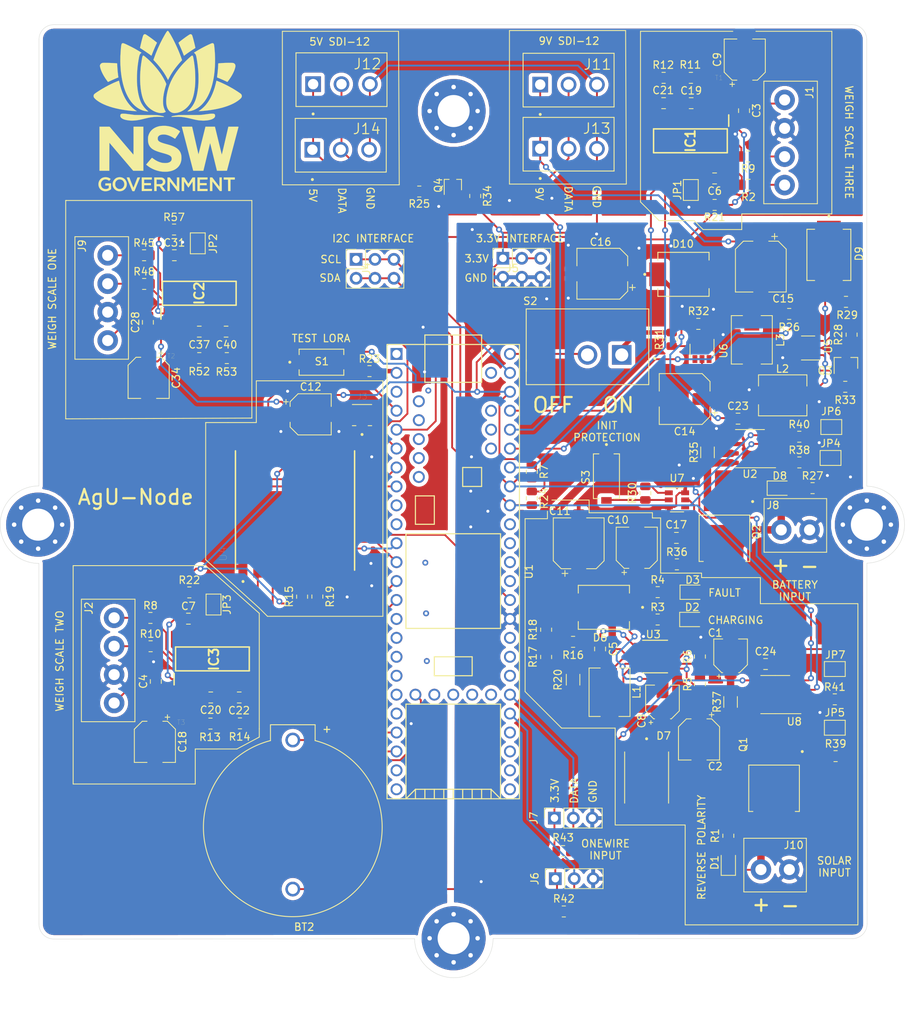
<source format=kicad_pcb>
(kicad_pcb (version 20171130) (host pcbnew "(5.1.9-0-10_14)")
  (layers (0 F.Cu signal) (31 B.Cu signal) (34 B.Paste user) (35 F.Paste user) (36 B.SilkS user) (37 F.SilkS user) (38 B.Mask user) (39 F.Mask user) (44 Edge.Cuts user))
  (net 0 "")
  (net 1 GND)
  (net 2 /SOLAR_IN)
  (net 3 "Net-(C3-Pad1)")
  (net 4 +3V3)
  (net 5 "Net-(C5-Pad2)")
  (net 6 "Net-(C8-Pad1)")
  (net 7 "Net-(C8-Pad2)")
  (net 8 /9V_OUT)
  (net 9 /5V_OUT)
  (net 10 "Net-(C17-Pad1)")
  (net 11 "Net-(D1-Pad1)")
  (net 12 "Net-(D1-Pad2)")
  (net 13 "Net-(D2-Pad1)")
  (net 14 "Net-(D3-Pad1)")
  (net 15 "Net-(D8-Pad1)")
  (net 16 "Net-(D8-Pad2)")
  (net 17 "Net-(D9-PadA)")
  (net 18 "Net-(D10-PadA)")
  (net 19 "Net-(IC1-Pad2)")
  (net 20 /SCL)
  (net 21 /SDA)
  (net 22 "Net-(IC1-Pad15)")
  (net 23 "Net-(J3-Pad1)")
  (net 24 /9V_EN)
  (net 25 "Net-(R3-Pad1)")
  (net 26 "Net-(R4-Pad1)")
  (net 27 /VIN_REG)
  (net 28 "Net-(R16-Pad1)")
  (net 29 /Reset)
  (net 30 "Net-(L1-Pad2)")
  (net 31 "Net-(R28-Pad1)")
  (net 32 "Net-(R30-Pad1)")
  (net 33 "Net-(R31-Pad1)")
  (net 34 /MISO)
  (net 35 /MOSI)
  (net 36 /G2)
  (net 37 /G1)
  (net 38 /G0)
  (net 39 /SCK)
  (net 40 /Lora_CS)
  (net 41 "Net-(C28-Pad1)")
  (net 42 "Net-(C37-Pad2)")
  (net 43 "Net-(C37-Pad1)")
  (net 44 "Net-(C40-Pad2)")
  (net 45 "Net-(C40-Pad1)")
  (net 46 "Net-(J9-Pad4)")
  (net 47 "Net-(J9-Pad3)")
  (net 48 "Net-(IC2-Pad15)")
  (net 49 "Net-(IC3-Pad15)")
  (net 50 "Net-(IC2-Pad2)")
  (net 51 "Net-(IC3-Pad2)")
  (net 52 "Net-(R30-Pad2)")
  (net 53 "Net-(BT2-Pad+)")
  (net 54 GNDA)
  (net 55 "Net-(C18-Pad1)")
  (net 56 /V-)
  (net 57 "Net-(C19-Pad2)")
  (net 58 "Net-(C19-Pad1)")
  (net 59 "Net-(C20-Pad2)")
  (net 60 "Net-(C20-Pad1)")
  (net 61 "Net-(C21-Pad2)")
  (net 62 "Net-(C21-Pad1)")
  (net 63 "Net-(C22-Pad2)")
  (net 64 "Net-(C22-Pad1)")
  (net 65 /SDA_2)
  (net 66 /SCL_2)
  (net 67 /SDA_1)
  (net 68 /SCL_1)
  (net 69 /SDA_3)
  (net 70 /SCL_3)
  (net 71 "Net-(J1-Pad4)")
  (net 72 "Net-(J1-Pad3)")
  (net 73 "Net-(J2-Pad4)")
  (net 74 "Net-(J2-Pad3)")
  (net 75 /SDI-12)
  (net 76 "Net-(JP4-Pad2)")
  (net 77 "Net-(JP5-Pad2)")
  (net 78 "Net-(JP6-Pad2)")
  (net 79 "Net-(JP7-Pad2)")
  (net 80 /Solar+)
  (net 81 /V+)
  (net 82 /SDI-12_OUT)
  (net 83 "Net-(R23-Pad2)")
  (net 84 "Net-(R23-Pad1)")
  (net 85 "Net-(S2-Pad2)")
  (net 86 /OneWire_1)
  (net 87 /OneWire_2)
  (module SilkscreenImages:NSWGov (layer F.Cu) (at 111.6 34.5)
    (fp_text reference G*** hide)
    (fp_text value LOGO hide)
  )
  (module Connector_PinSocket_2.54mm:PinSocket_1x03_P2.54mm_Vertical (layer F.Cu) (at 163.66 137.5 90)
    (fp_text reference J6 (at 0 -2.77 90) (layer F.SilkS))
    (fp_text value Conn_01x03_Male)
    (pad 3 thru_hole oval (at 0 5.08 90) (size 1.7 1.7) (drill 1) (layers *.Cu *.Mask) (net 1 GND))
    (pad 2 thru_hole oval (at 0 2.54 90) (size 1.7 1.7) (drill 1) (layers *.Cu *.Mask) (net 86 /OneWire_1))
    (pad 1 thru_hole rect (at 0 0 90) (size 1.7 1.7) (drill 1) (layers *.Cu *.Mask) (net 4 +3V3))
  )
  (module TerminalBlock:102-6492-ND‎ (layer F.Cu) (at 191.7 86.5)
    (fp_text reference J8 (at 1.19 0.9) (layer F.SilkS))
    (fp_text value Bat_Conn)
    (pad 2 thru_hole circle (at 6.11 4.2) (size 2.75 2.75) (drill 1.5) (layers *.Cu *.Mask) (net 1 GND))
    (pad 1 thru_hole circle (at 2.3 4.2) (size 2.75 2.75) (drill 1.5) (layers *.Cu *.Mask) (net 15 "Net-(D8-Pad1)"))
  )
  (module TerminalBlock:102-6492-ND‎ (layer F.Cu) (at 188.976 132.08)
    (fp_text reference J10 (at 6.7 0.92) (layer F.SilkS))
    (fp_text value Soler_Conn)
    (pad 2 thru_hole circle (at 6.11 4.2) (size 2.75 2.75) (drill 1.5) (layers *.Cu *.Mask) (net 1 GND))
    (pad 1 thru_hole circle (at 2.3 4.2) (size 2.75 2.75) (drill 1.5) (layers *.Cu *.Mask) (net 11 "Net-(D1-Pad1)"))
  )
  (module MountingHole:MountingHole_4.3mm_M4_Pad_Via (layer F.Cu) (at 94.2 90)
    (fp_text reference REF** hide)
    (fp_text value MountingHole_4.3mm_M4_Pad_Via hide)
    (pad 1 thru_hole circle (at 0 0) (size 8.6 8.6) (drill 4.3) (layers *.Cu *.Mask))
    (pad 1 thru_hole circle (at 3.225 0) (size 0.9 0.9) (drill 0.6) (layers *.Cu *.Mask))
    (pad 1 thru_hole circle (at 2.280419 2.280419) (size 0.9 0.9) (drill 0.6) (layers *.Cu *.Mask))
    (pad 1 thru_hole circle (at 0 3.225) (size 0.9 0.9) (drill 0.6) (layers *.Cu *.Mask))
    (pad 1 thru_hole circle (at -2.280419 2.280419) (size 0.9 0.9) (drill 0.6) (layers *.Cu *.Mask))
    (pad 1 thru_hole circle (at -3.225 0) (size 0.9 0.9) (drill 0.6) (layers *.Cu *.Mask))
    (pad 1 thru_hole circle (at -2.280419 -2.280419) (size 0.9 0.9) (drill 0.6) (layers *.Cu *.Mask))
    (pad 1 thru_hole circle (at 0 -3.225) (size 0.9 0.9) (drill 0.6) (layers *.Cu *.Mask))
    (pad 1 thru_hole circle (at 2.280419 -2.280419) (size 0.9 0.9) (drill 0.6) (layers *.Cu *.Mask))
  )
  (module Package_SO:SOIC-8_3.9x4.9mm_P1.27mm (layer F.Cu) (at 193.2 112.8 180)
    (fp_text reference U8 (at -2.56 -3.624) (layer F.SilkS))
    (fp_text value INA219BxD)
    (pad 8 smd roundrect (at 2.475 -1.905 180) (size 1.95 0.6) (layers F.Cu F.Paste F.Mask) (net 80 /Solar+))
    (pad 7 smd roundrect (at 2.475 -0.635 180) (size 1.95 0.6) (layers F.Cu F.Paste F.Mask) (net 2 /SOLAR_IN))
    (pad 6 smd roundrect (at 2.475 0.635 180) (size 1.95 0.6) (layers F.Cu F.Paste F.Mask) (net 1 GND))
    (pad 5 smd roundrect (at 2.475 1.905 180) (size 1.95 0.6) (layers F.Cu F.Paste F.Mask) (net 4 +3V3))
    (pad 4 smd roundrect (at -2.475 1.905 180) (size 1.95 0.6) (layers F.Cu F.Paste F.Mask) (net 20 /SCL))
    (pad 3 smd roundrect (at -2.475 0.635 180) (size 1.95 0.6) (layers F.Cu F.Paste F.Mask) (net 21 /SDA))
    (pad 2 smd roundrect (at -2.475 -0.635 180) (size 1.95 0.6) (layers F.Cu F.Paste F.Mask) (net 79 "Net-(JP7-Pad2)"))
    (pad 1 smd roundrect (at -2.475 -1.905 180) (size 1.95 0.6) (layers F.Cu F.Paste F.Mask) (net 77 "Net-(JP5-Pad2)"))
  )
  (module Package_TO_SOT_SMD:SOT-23-6 (layer F.Cu) (at 180 86.675)
    (fp_text reference U7 (at 0 -2.9) (layer F.SilkS))
    (fp_text value DW06D)
    (pad 5 smd rect (at 1.1 0) (size 1.06 0.65) (layers F.Cu F.Paste F.Mask) (net 10 "Net-(C17-Pad1)"))
    (pad 6 smd rect (at 1.1 -0.95) (size 1.06 0.65) (layers F.Cu F.Paste F.Mask) (net 1 GND))
    (pad 4 smd rect (at 1.1 0.95) (size 1.06 0.65) (layers F.Cu F.Paste F.Mask))
    (pad 3 smd rect (at -1.1 0.95) (size 1.06 0.65) (layers F.Cu F.Paste F.Mask) (net 1 GND))
    (pad 2 smd rect (at -1.1 0) (size 1.06 0.65) (layers F.Cu F.Paste F.Mask) (net 52 "Net-(R30-Pad2)"))
    (pad 1 smd rect (at -1.1 -0.95) (size 1.06 0.65) (layers F.Cu F.Paste F.Mask) (net 32 "Net-(R30-Pad1)"))
  )
  (module Package_TO_SOT_SMD:SOT-23-6 (layer F.Cu) (at 183.36 66.68 270)
    (fp_text reference U6 (at 0 -2.9 90) (layer F.SilkS))
    (fp_text value MT3608)
    (pad 5 smd rect (at 1.1 0 270) (size 1.06 0.65) (layers F.Cu F.Paste F.Mask) (net 56 /V-))
    (pad 6 smd rect (at 1.1 -0.95 270) (size 1.06 0.65) (layers F.Cu F.Paste F.Mask))
    (pad 4 smd rect (at 1.1 0.95 270) (size 1.06 0.65) (layers F.Cu F.Paste F.Mask) (net 56 /V-))
    (pad 3 smd rect (at -1.1 0.95 270) (size 1.06 0.65) (layers F.Cu F.Paste F.Mask) (net 33 "Net-(R31-Pad1)"))
    (pad 2 smd rect (at -1.1 0 270) (size 1.06 0.65) (layers F.Cu F.Paste F.Mask) (net 1 GND))
    (pad 1 smd rect (at -1.1 -0.95 270) (size 1.06 0.65) (layers F.Cu F.Paste F.Mask) (net 18 "Net-(D10-PadA)"))
  )
  (module Package_TO_SOT_SMD:SOT-23-6 (layer F.Cu) (at 197.612 66.294 180)
    (fp_text reference U5 (at -2.71 0.254 270) (layer F.SilkS))
    (fp_text value MT3608)
    (pad 5 smd rect (at 1.1 0 180) (size 1.06 0.65) (layers F.Cu F.Paste F.Mask) (net 56 /V-))
    (pad 6 smd rect (at 1.1 -0.95 180) (size 1.06 0.65) (layers F.Cu F.Paste F.Mask))
    (pad 4 smd rect (at 1.1 0.95 180) (size 1.06 0.65) (layers F.Cu F.Paste F.Mask) (net 24 /9V_EN))
    (pad 3 smd rect (at -1.1 0.95 180) (size 1.06 0.65) (layers F.Cu F.Paste F.Mask) (net 31 "Net-(R28-Pad1)"))
    (pad 2 smd rect (at -1.1 0 180) (size 1.06 0.65) (layers F.Cu F.Paste F.Mask) (net 1 GND))
    (pad 1 smd rect (at -1.1 -0.95 180) (size 1.06 0.65) (layers F.Cu F.Paste F.Mask) (net 17 "Net-(D9-PadA)"))
  )
  (module RFM69HCW:MOD_COM-13909 (layer F.Cu) (at 128.7 88.1 90)
    (fp_text reference U4 (at -5.84038 -9.6604 90) (layer F.SilkS) (effects (font (size 1.00263 1.00263) (thickness 0.015))))
    (fp_text value COM-13909)
    (pad 16 smd rect (at 7.5 -7 90) (size 3 1.2) (layers F.Cu F.Paste F.Mask) (net 36 /G2))
    (pad 15 smd rect (at 7.5 -5 90) (size 3 1.2) (layers F.Cu F.Paste F.Mask) (net 37 /G1))
    (pad 14 smd rect (at 7.5 -3 90) (size 3 1.2) (layers F.Cu F.Paste F.Mask) (net 38 /G0))
    (pad 13 smd rect (at 7.5 -1 90) (size 3 1.2) (layers F.Cu F.Paste F.Mask) (net 4 +3V3))
    (pad 12 smd rect (at 7.5 1 90) (size 3 1.2) (layers F.Cu F.Paste F.Mask))
    (pad 11 smd rect (at 7.5 3 90) (size 3 1.2) (layers F.Cu F.Paste F.Mask))
    (pad 10 smd rect (at 7.5 5 90) (size 3 1.2) (layers F.Cu F.Paste F.Mask) (net 54 GNDA))
    (pad 9 smd rect (at 7.5 7 90) (size 3 1.2) (layers F.Cu F.Paste F.Mask) (net 23 "Net-(J3-Pad1)"))
    (pad 8 smd rect (at -7.5 7 90) (size 3 1.2) (layers F.Cu F.Paste F.Mask) (net 54 GNDA))
    (pad 7 smd rect (at -7.5 5 90) (size 3 1.2) (layers F.Cu F.Paste F.Mask))
    (pad 6 smd rect (at -7.5 3 90) (size 3 1.2) (layers F.Cu F.Paste F.Mask) (net 29 /Reset))
    (pad 5 smd rect (at -7.5 1 90) (size 3 1.2) (layers F.Cu F.Paste F.Mask) (net 40 /Lora_CS))
    (pad 4 smd rect (at -7.5 -1 90) (size 3 1.2) (layers F.Cu F.Paste F.Mask) (net 39 /SCK))
    (pad 3 smd rect (at -7.5 -3 90) (size 3 1.2) (layers F.Cu F.Paste F.Mask) (net 35 /MOSI))
    (pad 2 smd rect (at -7.5 -5 90) (size 3 1.2) (layers F.Cu F.Paste F.Mask) (net 34 /MISO))
    (pad 1 smd rect (at -7.5 -7 90) (size 3 1.2) (layers F.Cu F.Paste F.Mask) (net 54 GNDA))
  )
  (module LT3652IMSETRPBF:MSOP-12_MSE (layer F.Cu) (at 177.06 107.696 180)
    (fp_text reference U3 (at 0.24 2.97 180) (layer F.SilkS))
    (fp_text value LT3652IMSETRPBF)
    (pad 13 smd rect (at 0 0 180) (size 1.7526 2.9464) (layers F.Cu F.Mask) (net 1 GND))
    (pad 12 smd rect (at 2.1844 -1.6256 180) (size 1.397 0.4318) (layers F.Cu F.Paste F.Mask) (net 6 "Net-(C8-Pad1)"))
    (pad 11 smd rect (at 2.1844 -0.975359 180) (size 1.397 0.4318) (layers F.Cu F.Paste F.Mask) (net 7 "Net-(C8-Pad2)"))
    (pad 10 smd rect (at 2.1844 -0.325119 180) (size 1.397 0.4318) (layers F.Cu F.Paste F.Mask) (net 30 "Net-(L1-Pad2)"))
    (pad 9 smd rect (at 2.1844 0.325119 180) (size 1.397 0.4318) (layers F.Cu F.Paste F.Mask) (net 56 /V-))
    (pad 8 smd rect (at 2.1844 0.975359 180) (size 1.397 0.4318) (layers F.Cu F.Paste F.Mask))
    (pad 7 smd rect (at 2.1844 1.6256 180) (size 1.397 0.4318) (layers F.Cu F.Paste F.Mask) (net 5 "Net-(C5-Pad2)"))
    (pad 6 smd rect (at -2.1844 1.6256 180) (size 1.397 0.4318) (layers F.Cu F.Paste F.Mask) (net 1 GND))
    (pad 5 smd rect (at -2.1844 0.975359 180) (size 1.397 0.4318) (layers F.Cu F.Paste F.Mask) (net 26 "Net-(R4-Pad1)"))
    (pad 4 smd rect (at -2.1844 0.325119 180) (size 1.397 0.4318) (layers F.Cu F.Paste F.Mask) (net 25 "Net-(R3-Pad1)"))
    (pad 3 smd rect (at -2.1844 -0.325119 180) (size 1.397 0.4318) (layers F.Cu F.Paste F.Mask) (net 2 /SOLAR_IN))
    (pad 2 smd rect (at -2.1844 -0.975359 180) (size 1.397 0.4318) (layers F.Cu F.Paste F.Mask) (net 27 /VIN_REG))
    (pad 1 smd rect (at -2.1844 -1.6256 180) (size 1.397 0.4318) (layers F.Cu F.Paste F.Mask) (net 2 /SOLAR_IN))
  )
  (module Package_SO:SOIC-8_3.9x4.9mm_P1.27mm (layer F.Cu) (at 189.8 79.8 180)
    (fp_text reference U2 (at 0 -3.4) (layer F.SilkS))
    (fp_text value INA219BxD)
    (pad 8 smd roundrect (at 2.475 -1.905 180) (size 1.95 0.6) (layers F.Cu F.Paste F.Mask) (net 81 /V+))
    (pad 7 smd roundrect (at 2.475 -0.635 180) (size 1.95 0.6) (layers F.Cu F.Paste F.Mask) (net 56 /V-))
    (pad 6 smd roundrect (at 2.475 0.635 180) (size 1.95 0.6) (layers F.Cu F.Paste F.Mask) (net 1 GND))
    (pad 5 smd roundrect (at 2.475 1.905 180) (size 1.95 0.6) (layers F.Cu F.Paste F.Mask) (net 4 +3V3))
    (pad 4 smd roundrect (at -2.475 1.905 180) (size 1.95 0.6) (layers F.Cu F.Paste F.Mask) (net 20 /SCL))
    (pad 3 smd roundrect (at -2.475 0.635 180) (size 1.95 0.6) (layers F.Cu F.Paste F.Mask) (net 21 /SDA))
    (pad 2 smd roundrect (at -2.475 -0.635 180) (size 1.95 0.6) (layers F.Cu F.Paste F.Mask) (net 78 "Net-(JP6-Pad2)"))
    (pad 1 smd roundrect (at -2.475 -1.905 180) (size 1.95 0.6) (layers F.Cu F.Paste F.Mask) (net 76 "Net-(JP4-Pad2)"))
  )
  (module teensyBoards:Teensy35_36 (layer F.Cu) (at 149.95 96.3 270)
    (fp_text reference U1 (at 0 -10.16 90) (layer F.SilkS))
    (fp_text value Teensy3.6)
    (pad 62 thru_hole circle (at -12.7 4.62 270) (size 1.6 1.6) (drill 1.1) (layers *.Cu *.Mask))
    (pad 61 thru_hole circle (at -15.24 4.62 270) (size 1.6 1.6) (drill 1.1) (layers *.Cu *.Mask))
    (pad 60 thru_hole circle (at -17.78 4.62 270) (size 1.6 1.6) (drill 1.1) (layers *.Cu *.Mask))
    (pad 59 thru_hole circle (at -20.32 4.62 270) (size 1.6 1.6) (drill 1.1) (layers *.Cu *.Mask))
    (pad 58 thru_hole circle (at -22.86 4.62 270) (size 1.6 1.6) (drill 1.1) (layers *.Cu *.Mask))
    (pad 57 thru_hole circle (at -16.51 -5.08 270) (size 1.6 1.6) (drill 1.1) (layers *.Cu *.Mask))
    (pad 56 thru_hole circle (at -19.05 -5.08 270) (size 1.6 1.6) (drill 1.1) (layers *.Cu *.Mask))
    (pad 55 thru_hole circle (at -21.59 -5.08 270) (size 1.6 1.6) (drill 1.1) (layers *.Cu *.Mask))
    (pad 54 thru_hole circle (at -26.67 -5.08 270) (size 1.6 1.6) (drill 1.1) (layers *.Cu *.Mask))
    (pad 53 thru_hole circle (at -29.21 -7.62 270) (size 1.6 1.6) (drill 1.1) (layers *.Cu *.Mask) (net 85 "Net-(S2-Pad2)"))
    (pad 52 thru_hole circle (at -26.67 -7.62 270) (size 1.6 1.6) (drill 1.1) (layers *.Cu *.Mask) (net 54 GNDA))
    (pad 51 thru_hole circle (at -24.13 -7.62 270) (size 1.6 1.6) (drill 1.1) (layers *.Cu *.Mask) (net 4 +3V3))
    (pad 50 thru_hole circle (at -21.59 -7.62 270) (size 1.6 1.6) (drill 1.1) (layers *.Cu *.Mask) (net 24 /9V_EN))
    (pad 49 thru_hole circle (at -19.05 -7.62 270) (size 1.6 1.6) (drill 1.1) (layers *.Cu *.Mask) (net 82 /SDI-12_OUT))
    (pad 48 thru_hole circle (at -16.51 -7.62 270) (size 1.6 1.6) (drill 1.1) (layers *.Cu *.Mask) (net 65 /SDA_2))
    (pad 47 thru_hole circle (at -13.97 -7.62 270) (size 1.6 1.6) (drill 1.1) (layers *.Cu *.Mask) (net 66 /SCL_2))
    (pad 46 thru_hole circle (at -11.43 -7.62 270) (size 1.6 1.6) (drill 1.1) (layers *.Cu *.Mask) (net 20 /SCL))
    (pad 45 thru_hole circle (at -8.89 -7.62 270) (size 1.6 1.6) (drill 1.1) (layers *.Cu *.Mask) (net 21 /SDA))
    (pad 44 thru_hole circle (at -6.35 -7.62 270) (size 1.6 1.6) (drill 1.1) (layers *.Cu *.Mask))
    (pad 43 thru_hole circle (at -3.81 -7.62 270) (size 1.6 1.6) (drill 1.1) (layers *.Cu *.Mask))
    (pad 42 thru_hole circle (at -1.27 -7.62 270) (size 1.6 1.6) (drill 1.1) (layers *.Cu *.Mask))
    (pad 41 thru_hole circle (at 1.27 -7.62 270) (size 1.6 1.6) (drill 1.1) (layers *.Cu *.Mask))
    (pad 40 thru_hole circle (at 3.81 -7.62 270) (size 1.6 1.6) (drill 1.1) (layers *.Cu *.Mask) (net 39 /SCK))
    (pad 39 thru_hole circle (at 6.35 -7.62 270) (size 1.6 1.6) (drill 1.1) (layers *.Cu *.Mask) (net 1 GND))
    (pad 38 thru_hole circle (at 8.89 -7.62 270) (size 1.6 1.6) (drill 1.1) (layers *.Cu *.Mask))
    (pad 1 thru_hole rect (at -29.21 7.62 270) (size 1.6 1.6) (drill 1.1) (layers *.Cu *.Mask))
    (pad 2 thru_hole circle (at -26.67 7.62 270) (size 1.6 1.6) (drill 1.1) (layers *.Cu *.Mask) (net 83 "Net-(R23-Pad2)"))
    (pad 3 thru_hole circle (at -24.13 7.62 270) (size 1.6 1.6) (drill 1.1) (layers *.Cu *.Mask))
    (pad 4 thru_hole circle (at -21.59 7.62 270) (size 1.6 1.6) (drill 1.1) (layers *.Cu *.Mask) (net 38 /G0))
    (pad 5 thru_hole circle (at -19.05 7.62 270) (size 1.6 1.6) (drill 1.1) (layers *.Cu *.Mask) (net 68 /SCL_1))
    (pad 6 thru_hole circle (at -16.51 7.62 270) (size 1.6 1.6) (drill 1.1) (layers *.Cu *.Mask) (net 67 /SDA_1))
    (pad 7 thru_hole circle (at -13.97 7.62 270) (size 1.6 1.6) (drill 1.1) (layers *.Cu *.Mask) (net 37 /G1))
    (pad 8 thru_hole circle (at -11.43 7.62 270) (size 1.6 1.6) (drill 1.1) (layers *.Cu *.Mask) (net 36 /G2))
    (pad 9 thru_hole circle (at -8.89 7.62 270) (size 1.6 1.6) (drill 1.1) (layers *.Cu *.Mask))
    (pad 10 thru_hole circle (at -6.35 7.62 270) (size 1.6 1.6) (drill 1.1) (layers *.Cu *.Mask))
    (pad 11 thru_hole circle (at -3.81 7.62 270) (size 1.6 1.6) (drill 1.1) (layers *.Cu *.Mask) (net 29 /Reset))
    (pad 12 thru_hole circle (at -1.27 7.62 270) (size 1.6 1.6) (drill 1.1) (layers *.Cu *.Mask) (net 40 /Lora_CS))
    (pad 13 thru_hole circle (at 1.27 7.62 270) (size 1.6 1.6) (drill 1.1) (layers *.Cu *.Mask) (net 35 /MOSI))
    (pad 37 thru_hole circle (at 11.43 -7.62 270) (size 1.6 1.6) (drill 1.1) (layers *.Cu *.Mask))
    (pad 36 thru_hole circle (at 13.97 -7.62 270) (size 1.6 1.6) (drill 1.1) (layers *.Cu *.Mask))
    (pad 35 thru_hole circle (at 16.51 -7.62 270) (size 1.6 1.6) (drill 1.1) (layers *.Cu *.Mask) (net 87 /OneWire_2))
    (pad 34 thru_hole circle (at 19.05 -7.62 270) (size 1.6 1.6) (drill 1.1) (layers *.Cu *.Mask) (net 86 /OneWire_1))
    (pad 33 thru_hole circle (at 21.59 -7.62 270) (size 1.6 1.6) (drill 1.1) (layers *.Cu *.Mask))
    (pad 32 thru_hole circle (at 24.13 -7.62 270) (size 1.6 1.6) (drill 1.1) (layers *.Cu *.Mask))
    (pad 31 thru_hole circle (at 26.67 -7.62 270) (size 1.6 1.6) (drill 1.1) (layers *.Cu *.Mask))
    (pad 30 thru_hole circle (at 29.21 -7.62 270) (size 1.6 1.6) (drill 1.1) (layers *.Cu *.Mask))
    (pad 29 thru_hole circle (at 16.51 -5.08 270) (size 1.6 1.6) (drill 1.1) (layers *.Cu *.Mask))
    (pad 28 thru_hole circle (at 16.51 -2.54 270) (size 1.6 1.6) (drill 1.1) (layers *.Cu *.Mask))
    (pad 27 thru_hole circle (at 16.51 0 270) (size 1.6 1.6) (drill 1.1) (layers *.Cu *.Mask))
    (pad 26 thru_hole circle (at 16.51 2.54 270) (size 1.6 1.6) (drill 1.1) (layers *.Cu *.Mask))
    (pad 25 thru_hole circle (at 16.51 5.08 270) (size 1.6 1.6) (drill 1.1) (layers *.Cu *.Mask) (net 53 "Net-(BT2-Pad+)"))
    (pad 24 thru_hole circle (at 29.21 7.62 270) (size 1.6 1.6) (drill 1.1) (layers *.Cu *.Mask))
    (pad 23 thru_hole circle (at 26.67 7.62 270) (size 1.6 1.6) (drill 1.1) (layers *.Cu *.Mask))
    (pad 22 thru_hole circle (at 24.13 7.62 270) (size 1.6 1.6) (drill 1.1) (layers *.Cu *.Mask) (net 69 /SDA_3))
    (pad 21 thru_hole circle (at 21.59 7.62 270) (size 1.6 1.6) (drill 1.1) (layers *.Cu *.Mask) (net 70 /SCL_3))
    (pad 14 thru_hole circle (at 3.81 7.62 270) (size 1.6 1.6) (drill 1.1) (layers *.Cu *.Mask) (net 34 /MISO))
    (pad 15 thru_hole circle (at 6.35 7.62 270) (size 1.6 1.6) (drill 1.1) (layers *.Cu *.Mask))
    (pad 16 thru_hole circle (at 8.89 7.62 270) (size 1.6 1.6) (drill 1.1) (layers *.Cu *.Mask))
    (pad 20 thru_hole circle (at 19.05 7.62 270) (size 1.6 1.6) (drill 1.1) (layers *.Cu *.Mask))
    (pad 19 thru_hole circle (at 16.51 7.62 270) (size 1.6 1.6) (drill 1.1) (layers *.Cu *.Mask))
    (pad 18 thru_hole circle (at 13.97 7.62 270) (size 1.6 1.6) (drill 1.1) (layers *.Cu *.Mask))
    (pad 17 thru_hole circle (at 11.43 7.62 270) (size 1.6 1.6) (drill 1.1) (layers *.Cu *.Mask))
  )
  (module MMBT4403L:SOT23 (layer F.Cu) (at 113.53 114.216 180)
    (fp_text reference T3 (at 0.127195 -2.314943) (layer F.SilkS) (effects (font (size 0.640981 0.640981) (thickness 0.015))))
    (fp_text value MMBT4403L)
    (pad 1 smd rect (at -0.95 1.1 180) (size 1 1.4) (layers F.Cu F.Paste F.Mask) (net 51 "Net-(IC3-Pad2)"))
    (pad 2 smd rect (at 0.95 1.1 180) (size 1 1.4) (layers F.Cu F.Paste F.Mask) (net 4 +3V3))
    (pad 3 smd rect (at 0 -1.1 180) (size 1 1.4) (layers F.Cu F.Paste F.Mask) (net 55 "Net-(C18-Pad1)"))
  )
  (module MMBT4403L:SOT23 (layer F.Cu) (at 112.19 65.05 180)
    (fp_text reference T2 (at 0.127195 -2.314943) (layer F.SilkS) (effects (font (size 0.640981 0.640981) (thickness 0.015))))
    (fp_text value MMBT4403L)
    (pad 1 smd rect (at -0.95 1.1 180) (size 1 1.4) (layers F.Cu F.Paste F.Mask) (net 50 "Net-(IC2-Pad2)"))
    (pad 2 smd rect (at 0.95 1.1 180) (size 1 1.4) (layers F.Cu F.Paste F.Mask) (net 4 +3V3))
    (pad 3 smd rect (at 0 -1.1 180) (size 1 1.4) (layers F.Cu F.Paste F.Mask) (net 41 "Net-(C28-Pad1)"))
  )
  (module MMBT4403L:SOT23 (layer F.Cu) (at 185.505 32.345)
    (fp_text reference T1 (at 0.127195 -2.314943) (layer F.SilkS) (effects (font (size 0.640981 0.640981) (thickness 0.015))))
    (fp_text value MMBT4403L)
    (pad 1 smd rect (at -0.95 1.1) (size 1 1.4) (layers F.Cu F.Paste F.Mask) (net 19 "Net-(IC1-Pad2)"))
    (pad 2 smd rect (at 0.95 1.1) (size 1 1.4) (layers F.Cu F.Paste F.Mask) (net 4 +3V3))
    (pad 3 smd rect (at 0 -1.1) (size 1 1.4) (layers F.Cu F.Paste F.Mask) (net 3 "Net-(C3-Pad1)"))
  )
  (module PTS636_SM43J_SMTR_LFS:SW_PTS636_SM43J_SMTR_LFS (layer F.Cu) (at 170.525 83.5 270)
    (fp_text reference S3 (at 0.125 2.775 90) (layer F.SilkS))
    (fp_text value Solar_Init)
    (pad 2 smd rect (at 3.25 0 270) (size 0.9 1.4) (layers F.Cu F.Paste F.Mask) (net 52 "Net-(R30-Pad2)"))
    (pad 1 smd rect (at -3.25 0 270) (size 0.9 1.4) (layers F.Cu F.Paste F.Mask) (net 1 GND))
  )
  (module GF-123-0054:SW_GF-123-0054 (layer F.Cu) (at 167.98 66.13 180)
    (fp_text reference S2 (at 7.68 6.13) (layer F.SilkS))
    (fp_text value GF-123-0054)
    (pad 1 thru_hole rect (at -4.6 -1.09 180) (size 2.625 2.625) (drill 1.75) (layers *.Cu *.Mask) (net 9 /5V_OUT))
    (pad 2 thru_hole circle (at 0 -1.09 180) (size 2.625 2.625) (drill 1.75) (layers *.Cu *.Mask) (net 85 "Net-(S2-Pad2)"))
  )
  (module PTS636_SM43J_SMTR_LFS:SW_PTS636_SM43J_SMTR_LFS (layer F.Cu) (at 132.25 68.2)
    (fp_text reference S1 (at 0.05 -0.1) (layer F.SilkS))
    (fp_text value "LoRa SEND")
    (pad 2 smd rect (at 3.25 0) (size 0.9 1.4) (layers F.Cu F.Paste F.Mask) (net 84 "Net-(R23-Pad1)"))
    (pad 1 smd rect (at -3.25 0) (size 0.9 1.4) (layers F.Cu F.Paste F.Mask) (net 4 +3V3))
  )
  (module Resistor_SMD:R_0805_2012Metric (layer F.Cu) (at 112.4525 50.4)
    (fp_text reference R57 (at 0 -1.65) (layer F.SilkS))
    (fp_text value 10K)
    (pad 2 smd roundrect (at 0.9125 0) (size 1.025 1.4) (layers F.Cu F.Paste F.Mask) (roundrect_rratio 0.243902) (net 48 "Net-(IC2-Pad15)"))
    (pad 1 smd roundrect (at -0.9125 0) (size 1.025 1.4) (layers F.Cu F.Paste F.Mask) (roundrect_rratio 0.243902) (net 4 +3V3))
  )
  (module Resistor_SMD:R_0805_2012Metric (layer F.Cu) (at 119.54 67.65)
    (fp_text reference R53 (at -0.05 1.85) (layer F.SilkS))
    (fp_text value 8.2K)
    (pad 2 smd roundrect (at 0.9125 0) (size 1.025 1.4) (layers F.Cu F.Paste F.Mask) (roundrect_rratio 0.243902) (net 54 GNDA))
    (pad 1 smd roundrect (at -0.9125 0) (size 1.025 1.4) (layers F.Cu F.Paste F.Mask) (roundrect_rratio 0.243902) (net 42 "Net-(C37-Pad2)"))
  )
  (module Resistor_SMD:R_0805_2012Metric (layer F.Cu) (at 115.84 67.65)
    (fp_text reference R52 (at 0 1.8) (layer F.SilkS))
    (fp_text value 20K)
    (pad 2 smd roundrect (at 0.9125 0) (size 1.025 1.4) (layers F.Cu F.Paste F.Mask) (roundrect_rratio 0.243902) (net 42 "Net-(C37-Pad2)"))
    (pad 1 smd roundrect (at -0.9125 0) (size 1.025 1.4) (layers F.Cu F.Paste F.Mask) (roundrect_rratio 0.243902) (net 41 "Net-(C28-Pad1)"))
  )
  (module Resistor_SMD:R_0805_2012Metric (layer F.Cu) (at 108.44 57.7)
    (fp_text reference R48 (at 0 -1.65) (layer F.SilkS))
    (fp_text value 100)
    (pad 2 smd roundrect (at 0.9125 0) (size 1.025 1.4) (layers F.Cu F.Paste F.Mask) (roundrect_rratio 0.243902) (net 45 "Net-(C40-Pad1)"))
    (pad 1 smd roundrect (at -0.9125 0) (size 1.025 1.4) (layers F.Cu F.Paste F.Mask) (roundrect_rratio 0.243902) (net 47 "Net-(J9-Pad3)"))
  )
  (module Resistor_SMD:R_0805_2012Metric (layer F.Cu) (at 108.4275 53.85)
    (fp_text reference R45 (at 0 -1.65) (layer F.SilkS))
    (fp_text value 100)
    (pad 2 smd roundrect (at 0.9125 0) (size 1.025 1.4) (layers F.Cu F.Paste F.Mask) (roundrect_rratio 0.243902) (net 44 "Net-(C40-Pad2)"))
    (pad 1 smd roundrect (at -0.9125 0) (size 1.025 1.4) (layers F.Cu F.Paste F.Mask) (roundrect_rratio 0.243902) (net 46 "Net-(J9-Pad4)"))
  )
  (module Resistor_SMD:R_0805_2012Metric (layer F.Cu) (at 164.7 133.8 180)
    (fp_text reference R43 (at 0 1.8) (layer F.SilkS))
    (fp_text value 4.7K)
    (pad 2 smd roundrect (at 0.9125 0 180) (size 1.025 1.4) (layers F.Cu F.Paste F.Mask) (roundrect_rratio 0.243902) (net 4 +3V3))
    (pad 1 smd roundrect (at -0.9125 0 180) (size 1.025 1.4) (layers F.Cu F.Paste F.Mask) (roundrect_rratio 0.243902) (net 87 /OneWire_2))
  )
  (module Resistor_SMD:R_0805_2012Metric (layer F.Cu) (at 164.8 141.9 180)
    (fp_text reference R42 (at 0 1.7) (layer F.SilkS))
    (fp_text value 4.7K)
    (pad 2 smd roundrect (at 0.9125 0 180) (size 1.025 1.4) (layers F.Cu F.Paste F.Mask) (roundrect_rratio 0.243902) (net 4 +3V3))
    (pad 1 smd roundrect (at -0.9125 0 180) (size 1.025 1.4) (layers F.Cu F.Paste F.Mask) (roundrect_rratio 0.243902) (net 86 /OneWire_1))
  )
  (module Resistor_SMD:R_0805_2012Metric (layer F.Cu) (at 201.198 113.438)
    (fp_text reference R41 (at 0 -1.65) (layer F.SilkS))
    (fp_text value 10K)
    (pad 2 smd roundrect (at 0.9125 0) (size 1.025 1.4) (layers F.Cu F.Paste F.Mask) (roundrect_rratio 0.243902) (net 1 GND))
    (pad 1 smd roundrect (at -0.9125 0) (size 1.025 1.4) (layers F.Cu F.Paste F.Mask) (roundrect_rratio 0.243902) (net 79 "Net-(JP7-Pad2)"))
  )
  (module Resistor_SMD:R_0805_2012Metric (layer F.Cu) (at 196.425 78.2)
    (fp_text reference R40 (at 0 -1.65) (layer F.SilkS))
    (fp_text value 10K)
    (pad 2 smd roundrect (at 0.9125 0) (size 1.025 1.4) (layers F.Cu F.Paste F.Mask) (roundrect_rratio 0.243902) (net 1 GND))
    (pad 1 smd roundrect (at -0.9125 0) (size 1.025 1.4) (layers F.Cu F.Paste F.Mask) (roundrect_rratio 0.243902) (net 78 "Net-(JP6-Pad2)"))
  )
  (module Resistor_SMD:R_0805_2012Metric (layer F.Cu) (at 201.3015 121.058)
    (fp_text reference R39 (at 0 -1.65) (layer F.SilkS))
    (fp_text value 10K)
    (pad 2 smd roundrect (at 0.9125 0) (size 1.025 1.4) (layers F.Cu F.Paste F.Mask) (roundrect_rratio 0.243902) (net 1 GND))
    (pad 1 smd roundrect (at -0.9125 0) (size 1.025 1.4) (layers F.Cu F.Paste F.Mask) (roundrect_rratio 0.243902) (net 77 "Net-(JP5-Pad2)"))
  )
  (module Resistor_SMD:R_0805_2012Metric (layer F.Cu) (at 196.4375 81.65)
    (fp_text reference R38 (at 0 -1.65) (layer F.SilkS))
    (fp_text value 10K)
    (pad 2 smd roundrect (at 0.9125 0) (size 1.025 1.4) (layers F.Cu F.Paste F.Mask) (roundrect_rratio 0.243902) (net 1 GND))
    (pad 1 smd roundrect (at -0.9125 0) (size 1.025 1.4) (layers F.Cu F.Paste F.Mask) (roundrect_rratio 0.243902) (net 76 "Net-(JP4-Pad2)"))
  )
  (module Resistor_SMD:R_1206_3216Metric (layer F.Cu) (at 187.198 113.792 90)
    (fp_text reference R37 (at 0 -1.82 90) (layer F.SilkS))
    (fp_text value 0.1)
    (pad 2 smd roundrect (at 1.4625 0 90) (size 1.125 1.75) (layers F.Cu F.Paste F.Mask) (roundrect_rratio 0.222222) (net 2 /SOLAR_IN))
    (pad 1 smd roundrect (at -1.4625 0 90) (size 1.125 1.75) (layers F.Cu F.Paste F.Mask) (roundrect_rratio 0.222222) (net 80 /Solar+))
  )
  (module Resistor_SMD:R_0805_2012Metric (layer F.Cu) (at 179.9875 95.325)
    (fp_text reference R36 (at 0 -1.65) (layer F.SilkS))
    (fp_text value 100)
    (pad 2 smd roundrect (at 0.9125 0) (size 1.025 1.4) (layers F.Cu F.Paste F.Mask) (roundrect_rratio 0.243902) (net 10 "Net-(C17-Pad1)"))
    (pad 1 smd roundrect (at -0.9125 0) (size 1.025 1.4) (layers F.Cu F.Paste F.Mask) (roundrect_rratio 0.243902) (net 56 /V-))
  )
  (module Resistor_SMD:R_1206_3216Metric (layer F.Cu) (at 184.1 80.3 90)
    (fp_text reference R35 (at 0 -1.82 90) (layer F.SilkS))
    (fp_text value 0.1)
    (pad 2 smd roundrect (at 1.4625 0 90) (size 1.125 1.75) (layers F.Cu F.Paste F.Mask) (roundrect_rratio 0.222222) (net 56 /V-))
    (pad 1 smd roundrect (at -1.4625 0 90) (size 1.125 1.75) (layers F.Cu F.Paste F.Mask) (roundrect_rratio 0.222222) (net 81 /V+))
  )
  (module Resistor_SMD:R_0805_2012Metric (layer F.Cu) (at 152.9 45.9 270)
    (fp_text reference R34 (at 0 -1.65 90) (layer F.SilkS))
    (fp_text value 10K)
    (pad 2 smd roundrect (at 0.9125 0 270) (size 1.025 1.4) (layers F.Cu F.Paste F.Mask) (roundrect_rratio 0.243902) (net 4 +3V3))
    (pad 1 smd roundrect (at -0.9125 0 270) (size 1.025 1.4) (layers F.Cu F.Paste F.Mask) (roundrect_rratio 0.243902) (net 82 /SDI-12_OUT))
  )
  (module Resistor_SMD:R_0805_2012Metric (layer F.Cu) (at 202.6 71.5 180)
    (fp_text reference R33 (at 0 -1.778) (layer F.SilkS))
    (fp_text value 1M)
    (pad 2 smd roundrect (at 0.9125 0 180) (size 1.025 1.4) (layers F.Cu F.Paste F.Mask) (roundrect_rratio 0.243902) (net 24 /9V_EN))
    (pad 1 smd roundrect (at -0.9125 0 180) (size 1.025 1.4) (layers F.Cu F.Paste F.Mask) (roundrect_rratio 0.243902) (net 1 GND))
  )
  (module Resistor_SMD:R_0805_2012Metric (layer F.Cu) (at 182.87 63.06 180)
    (fp_text reference R32 (at -0.0375 1.7) (layer F.SilkS))
    (fp_text value 2.7K)
    (pad 2 smd roundrect (at 0.9125 0 180) (size 1.025 1.4) (layers F.Cu F.Paste F.Mask) (roundrect_rratio 0.243902) (net 33 "Net-(R31-Pad1)"))
    (pad 1 smd roundrect (at -0.9125 0 180) (size 1.025 1.4) (layers F.Cu F.Paste F.Mask) (roundrect_rratio 0.243902) (net 1 GND))
  )
  (module Resistor_SMD:R_0805_2012Metric (layer F.Cu) (at 179.28 65.13 90)
    (fp_text reference R31 (at 0 -1.65 90) (layer F.SilkS))
    (fp_text value 20K)
    (pad 2 smd roundrect (at 0.9125 0 90) (size 1.025 1.4) (layers F.Cu F.Paste F.Mask) (roundrect_rratio 0.243902) (net 9 /5V_OUT))
    (pad 1 smd roundrect (at -0.9125 0 90) (size 1.025 1.4) (layers F.Cu F.Paste F.Mask) (roundrect_rratio 0.243902) (net 33 "Net-(R31-Pad1)"))
  )
  (module Resistor_SMD:R_0805_2012Metric (layer F.Cu) (at 175.75 85.775 270)
    (fp_text reference R30 (at -0.0125 1.75 90) (layer F.SilkS))
    (fp_text value 1K)
    (pad 2 smd roundrect (at 0.9125 0 270) (size 1.025 1.4) (layers F.Cu F.Paste F.Mask) (roundrect_rratio 0.243902) (net 52 "Net-(R30-Pad2)"))
    (pad 1 smd roundrect (at -0.9125 0 270) (size 1.025 1.4) (layers F.Cu F.Paste F.Mask) (roundrect_rratio 0.243902) (net 32 "Net-(R30-Pad1)"))
  )
  (module Resistor_SMD:R_0805_2012Metric (layer F.Cu) (at 202.7 60.1)
    (fp_text reference R29 (at 0.1505 1.778) (layer F.SilkS))
    (fp_text value 2K)
    (pad 2 smd roundrect (at 0.9125 0) (size 1.025 1.4) (layers F.Cu F.Paste F.Mask) (roundrect_rratio 0.243902) (net 31 "Net-(R28-Pad1)"))
    (pad 1 smd roundrect (at -0.9125 0) (size 1.025 1.4) (layers F.Cu F.Paste F.Mask) (roundrect_rratio 0.243902) (net 1 GND))
  )
  (module Resistor_SMD:R_0805_2012Metric (layer F.Cu) (at 203.454 64.508 270)
    (fp_text reference R28 (at 0 1.778 90) (layer F.SilkS))
    (fp_text value 28K)
    (pad 2 smd roundrect (at 0.9125 0 270) (size 1.025 1.4) (layers F.Cu F.Paste F.Mask) (roundrect_rratio 0.243902) (net 8 /9V_OUT))
    (pad 1 smd roundrect (at -0.9125 0 270) (size 1.025 1.4) (layers F.Cu F.Paste F.Mask) (roundrect_rratio 0.243902) (net 31 "Net-(R28-Pad1)"))
  )
  (module Resistor_SMD:R_0805_2012Metric (layer F.Cu) (at 198.2125 85.1)
    (fp_text reference R27 (at 0 -1.65) (layer F.SilkS))
    (fp_text value 2K)
    (pad 2 smd roundrect (at 0.9125 0) (size 1.025 1.4) (layers F.Cu F.Paste F.Mask) (roundrect_rratio 0.243902) (net 1 GND))
    (pad 1 smd roundrect (at -0.9125 0) (size 1.025 1.4) (layers F.Cu F.Paste F.Mask) (roundrect_rratio 0.243902) (net 16 "Net-(D8-Pad2)"))
  )
  (module Resistor_SMD:R_0805_2012Metric (layer F.Cu) (at 195.072 61.722)
    (fp_text reference R26 (at 0 1.778) (layer F.SilkS))
    (fp_text value 1M)
    (pad 2 smd roundrect (at 0.9125 0) (size 1.025 1.4) (layers F.Cu F.Paste F.Mask) (roundrect_rratio 0.243902) (net 24 /9V_EN))
    (pad 1 smd roundrect (at -0.9125 0) (size 1.025 1.4) (layers F.Cu F.Paste F.Mask) (roundrect_rratio 0.243902) (net 1 GND))
  )
  (module Resistor_SMD:R_0805_2012Metric (layer F.Cu) (at 145.3875 45.3 180)
    (fp_text reference R25 (at 0 -1.65) (layer F.SilkS))
    (fp_text value 10K)
    (pad 2 smd roundrect (at 0.9125 0 180) (size 1.025 1.4) (layers F.Cu F.Paste F.Mask) (roundrect_rratio 0.243902) (net 9 /5V_OUT))
    (pad 1 smd roundrect (at -0.9125 0 180) (size 1.025 1.4) (layers F.Cu F.Paste F.Mask) (roundrect_rratio 0.243902) (net 75 /SDI-12))
  )
  (module Resistor_SMD:R_0805_2012Metric (layer F.Cu) (at 160.5 86.4625 270)
    (fp_text reference R24 (at 0 -1.65 90) (layer F.SilkS))
    (fp_text value 4.7K)
    (pad 2 smd roundrect (at 0.9125 0 270) (size 1.025 1.4) (layers F.Cu F.Paste F.Mask) (roundrect_rratio 0.243902) (net 21 /SDA))
    (pad 1 smd roundrect (at -0.9125 0 270) (size 1.025 1.4) (layers F.Cu F.Paste F.Mask) (roundrect_rratio 0.243902) (net 4 +3V3))
  )
  (module Resistor_SMD:R_0805_2012Metric (layer F.Cu) (at 138.7 69.4)
    (fp_text reference R23 (at 0 -1.65) (layer F.SilkS))
    (fp_text value 2.7K)
    (pad 2 smd roundrect (at 0.9125 0) (size 1.025 1.4) (layers F.Cu F.Paste F.Mask) (roundrect_rratio 0.243902) (net 83 "Net-(R23-Pad2)"))
    (pad 1 smd roundrect (at -0.9125 0) (size 1.025 1.4) (layers F.Cu F.Paste F.Mask) (roundrect_rratio 0.243902) (net 84 "Net-(R23-Pad1)"))
  )
  (module Resistor_SMD:R_0805_2012Metric (layer F.Cu) (at 114.505 99.091)
    (fp_text reference R22 (at 0 -1.65) (layer F.SilkS))
    (fp_text value 10K)
    (pad 2 smd roundrect (at 0.9125 0) (size 1.025 1.4) (layers F.Cu F.Paste F.Mask) (roundrect_rratio 0.243902) (net 49 "Net-(IC3-Pad15)"))
    (pad 1 smd roundrect (at -0.9125 0) (size 1.025 1.4) (layers F.Cu F.Paste F.Mask) (roundrect_rratio 0.243902) (net 4 +3V3))
  )
  (module Resistor_SMD:R_0805_2012Metric (layer F.Cu) (at 185.055 47.095 180)
    (fp_text reference R21 (at 0 -1.65) (layer F.SilkS))
    (fp_text value 10K)
    (pad 2 smd roundrect (at 0.9125 0 180) (size 1.025 1.4) (layers F.Cu F.Paste F.Mask) (roundrect_rratio 0.243902) (net 22 "Net-(IC1-Pad15)"))
    (pad 1 smd roundrect (at -0.9125 0 180) (size 1.025 1.4) (layers F.Cu F.Paste F.Mask) (roundrect_rratio 0.243902) (net 4 +3V3))
  )
  (module Resistor_SMD:R_1206_3216Metric (layer F.Cu) (at 166.044 110.804 270)
    (fp_text reference R20 (at 0 2.032 90) (layer F.SilkS))
    (fp_text value "0.05(RS)")
    (pad 1 smd roundrect (at -1.4625 0 270) (size 1.125 1.75) (layers F.Cu F.Paste F.Mask) (roundrect_rratio 0.222222) (net 56 /V-))
    (pad 2 smd roundrect (at 1.4625 0 270) (size 1.125 1.75) (layers F.Cu F.Paste F.Mask) (roundrect_rratio 0.222222) (net 30 "Net-(L1-Pad2)"))
  )
  (module Resistor_SMD:R_0805_2012Metric (layer F.Cu) (at 131.7 99.65 270)
    (fp_text reference R19 (at 0 -1.7 90) (layer F.SilkS))
    (fp_text value 100K)
    (pad 2 smd roundrect (at 0.9125 0 270) (size 1.025 1.4) (layers F.Cu F.Paste F.Mask) (roundrect_rratio 0.243902) (net 4 +3V3))
    (pad 1 smd roundrect (at -0.9125 0 270) (size 1.025 1.4) (layers F.Cu F.Paste F.Mask) (roundrect_rratio 0.243902) (net 29 /Reset))
  )
  (module Resistor_SMD:R_0805_2012Metric (layer F.Cu) (at 162.426 104.0965 270)
    (fp_text reference R18 (at 0 1.778 90) (layer F.SilkS))
    (fp_text value 330K)
    (pad 2 smd roundrect (at 0.9125 0 270) (size 1.025 1.4) (layers F.Cu F.Paste F.Mask) (roundrect_rratio 0.243902) (net 28 "Net-(R16-Pad1)"))
    (pad 1 smd roundrect (at -0.9125 0 270) (size 1.025 1.4) (layers F.Cu F.Paste F.Mask) (roundrect_rratio 0.243902) (net 1 GND))
  )
  (module Resistor_SMD:R_0805_2012Metric (layer F.Cu) (at 162.426 107.756 270)
    (fp_text reference R17 (at 0 1.778 90) (layer F.SilkS))
    (fp_text value 91K)
    (pad 2 smd roundrect (at 0.9125 0 270) (size 1.025 1.4) (layers F.Cu F.Paste F.Mask) (roundrect_rratio 0.243902) (net 56 /V-))
    (pad 1 smd roundrect (at -0.9125 0 270) (size 1.025 1.4) (layers F.Cu F.Paste F.Mask) (roundrect_rratio 0.243902) (net 28 "Net-(R16-Pad1)"))
  )
  (module Resistor_SMD:R_0805_2012Metric (layer F.Cu) (at 166.044 105.724)
    (fp_text reference R16 (at 0 1.778) (layer F.SilkS))
    (fp_text value 180K)
    (pad 2 smd roundrect (at 0.9125 0) (size 1.025 1.4) (layers F.Cu F.Paste F.Mask) (roundrect_rratio 0.243902) (net 5 "Net-(C5-Pad2)"))
    (pad 1 smd roundrect (at -0.9125 0) (size 1.025 1.4) (layers F.Cu F.Paste F.Mask) (roundrect_rratio 0.243902) (net 28 "Net-(R16-Pad1)"))
  )
  (module Resistor_SMD:R_0805_2012Metric (layer F.Cu) (at 129.65 99.6625 270)
    (fp_text reference R15 (at -0.0125 1.75 90) (layer F.SilkS))
    (fp_text value 100K)
    (pad 2 smd roundrect (at 0.9125 0 270) (size 1.025 1.4) (layers F.Cu F.Paste F.Mask) (roundrect_rratio 0.243902) (net 4 +3V3))
    (pad 1 smd roundrect (at -0.9125 0 270) (size 1.025 1.4) (layers F.Cu F.Paste F.Mask) (roundrect_rratio 0.243902) (net 40 /Lora_CS))
  )
  (module Resistor_SMD:R_0805_2012Metric (layer F.Cu) (at 121.305 116.666)
    (fp_text reference R14 (at -0.05 1.8) (layer F.SilkS))
    (fp_text value 8.2K)
    (pad 2 smd roundrect (at 0.9125 0) (size 1.025 1.4) (layers F.Cu F.Paste F.Mask) (roundrect_rratio 0.243902) (net 54 GNDA))
    (pad 1 smd roundrect (at -0.9125 0) (size 1.025 1.4) (layers F.Cu F.Paste F.Mask) (roundrect_rratio 0.243902) (net 59 "Net-(C20-Pad2)"))
  )
  (module Resistor_SMD:R_0805_2012Metric (layer F.Cu) (at 117.3425 116.691)
    (fp_text reference R13 (at -0.0625 1.825) (layer F.SilkS))
    (fp_text value 20K)
    (pad 2 smd roundrect (at 0.9125 0) (size 1.025 1.4) (layers F.Cu F.Paste F.Mask) (roundrect_rratio 0.243902) (net 59 "Net-(C20-Pad2)"))
    (pad 1 smd roundrect (at -0.9125 0) (size 1.025 1.4) (layers F.Cu F.Paste F.Mask) (roundrect_rratio 0.243902) (net 55 "Net-(C18-Pad1)"))
  )
  (module Resistor_SMD:R_0805_2012Metric (layer F.Cu) (at 178.205 30.045 180)
    (fp_text reference R12 (at 0.05 1.725) (layer F.SilkS))
    (fp_text value 8.2K)
    (pad 2 smd roundrect (at 0.9125 0 180) (size 1.025 1.4) (layers F.Cu F.Paste F.Mask) (roundrect_rratio 0.243902) (net 54 GNDA))
    (pad 1 smd roundrect (at -0.9125 0 180) (size 1.025 1.4) (layers F.Cu F.Paste F.Mask) (roundrect_rratio 0.243902) (net 57 "Net-(C19-Pad2)"))
  )
  (module Resistor_SMD:R_0805_2012Metric (layer F.Cu) (at 181.8675 30.045 180)
    (fp_text reference R11 (at 0.075 1.75) (layer F.SilkS))
    (fp_text value 20K)
    (pad 2 smd roundrect (at 0.9125 0 180) (size 1.025 1.4) (layers F.Cu F.Paste F.Mask) (roundrect_rratio 0.243902) (net 57 "Net-(C19-Pad2)"))
    (pad 1 smd roundrect (at -0.9125 0 180) (size 1.025 1.4) (layers F.Cu F.Paste F.Mask) (roundrect_rratio 0.243902) (net 3 "Net-(C3-Pad1)"))
  )
  (module Resistor_SMD:R_0805_2012Metric (layer F.Cu) (at 109.305 106.316)
    (fp_text reference R10 (at 0 -1.65) (layer F.SilkS))
    (fp_text value 100)
    (pad 2 smd roundrect (at 0.9125 0) (size 1.025 1.4) (layers F.Cu F.Paste F.Mask) (roundrect_rratio 0.243902) (net 64 "Net-(C22-Pad1)"))
    (pad 1 smd roundrect (at -0.9125 0) (size 1.025 1.4) (layers F.Cu F.Paste F.Mask) (roundrect_rratio 0.243902) (net 74 "Net-(J2-Pad3)"))
  )
  (module Resistor_SMD:R_0805_2012Metric (layer F.Cu) (at 189.555 40.595 180)
    (fp_text reference R9 (at 0 -1.65) (layer F.SilkS))
    (fp_text value 100)
    (pad 2 smd roundrect (at 0.9125 0 180) (size 1.025 1.4) (layers F.Cu F.Paste F.Mask) (roundrect_rratio 0.243902) (net 62 "Net-(C21-Pad1)"))
    (pad 1 smd roundrect (at -0.9125 0 180) (size 1.025 1.4) (layers F.Cu F.Paste F.Mask) (roundrect_rratio 0.243902) (net 72 "Net-(J1-Pad3)"))
  )
  (module Resistor_SMD:R_0805_2012Metric (layer F.Cu) (at 109.28 102.516)
    (fp_text reference R8 (at 0 -1.65) (layer F.SilkS))
    (fp_text value 100)
    (pad 2 smd roundrect (at 0.9125 0) (size 1.025 1.4) (layers F.Cu F.Paste F.Mask) (roundrect_rratio 0.243902) (net 63 "Net-(C22-Pad2)"))
    (pad 1 smd roundrect (at -0.9125 0) (size 1.025 1.4) (layers F.Cu F.Paste F.Mask) (roundrect_rratio 0.243902) (net 73 "Net-(J2-Pad4)"))
  )
  (module Resistor_SMD:R_0805_2012Metric (layer F.Cu) (at 160.5 82.9 270)
    (fp_text reference R7 (at 0 -1.65 90) (layer F.SilkS))
    (fp_text value 4.7K)
    (pad 2 smd roundrect (at 0.9125 0 270) (size 1.025 1.4) (layers F.Cu F.Paste F.Mask) (roundrect_rratio 0.243902) (net 20 /SCL))
    (pad 1 smd roundrect (at -0.9125 0 270) (size 1.025 1.4) (layers F.Cu F.Paste F.Mask) (roundrect_rratio 0.243902) (net 4 +3V3))
  )
  (module Resistor_SMD:R_0805_2012Metric (layer F.Cu) (at 183.08 107.696 90)
    (fp_text reference R6 (at 0 -1.65 90) (layer F.SilkS))
    (fp_text value 100K)
    (pad 2 smd roundrect (at 0.9125 0 90) (size 1.025 1.4) (layers F.Cu F.Paste F.Mask) (roundrect_rratio 0.243902) (net 1 GND))
    (pad 1 smd roundrect (at -0.9125 0 90) (size 1.025 1.4) (layers F.Cu F.Paste F.Mask) (roundrect_rratio 0.243902) (net 27 /VIN_REG))
  )
  (module Resistor_SMD:R_0805_2012Metric (layer F.Cu) (at 183.08 111.4025 90)
    (fp_text reference R5 (at 0 -1.65 90) (layer F.SilkS))
    (fp_text value 220K)
    (pad 2 smd roundrect (at 0.9125 0 90) (size 1.025 1.4) (layers F.Cu F.Paste F.Mask) (roundrect_rratio 0.243902) (net 27 /VIN_REG))
    (pad 1 smd roundrect (at -0.9125 0 90) (size 1.025 1.4) (layers F.Cu F.Paste F.Mask) (roundrect_rratio 0.243902) (net 2 /SOLAR_IN))
  )
  (module Resistor_SMD:R_0805_2012Metric (layer F.Cu) (at 177.411 99.053)
    (fp_text reference R4 (at 0 -1.65) (layer F.SilkS))
    (fp_text value 10K)
    (pad 2 smd roundrect (at 0.9125 0) (size 1.025 1.4) (layers F.Cu F.Paste F.Mask) (roundrect_rratio 0.243902) (net 14 "Net-(D3-Pad1)"))
    (pad 1 smd roundrect (at -0.9125 0) (size 1.025 1.4) (layers F.Cu F.Paste F.Mask) (roundrect_rratio 0.243902) (net 26 "Net-(R4-Pad1)"))
  )
  (module Resistor_SMD:R_0805_2012Metric (layer F.Cu) (at 177.405 102.725)
    (fp_text reference R3 (at 0 -1.65) (layer F.SilkS))
    (fp_text value 10K)
    (pad 2 smd roundrect (at 0.9125 0) (size 1.025 1.4) (layers F.Cu F.Paste F.Mask) (roundrect_rratio 0.243902) (net 13 "Net-(D2-Pad1)"))
    (pad 1 smd roundrect (at -0.9125 0) (size 1.025 1.4) (layers F.Cu F.Paste F.Mask) (roundrect_rratio 0.243902) (net 25 "Net-(R3-Pad1)"))
  )
  (module Resistor_SMD:R_0805_2012Metric (layer F.Cu) (at 189.605 44.395 180)
    (fp_text reference R2 (at 0 -1.65) (layer F.SilkS))
    (fp_text value 100)
    (pad 2 smd roundrect (at 0.9125 0 180) (size 1.025 1.4) (layers F.Cu F.Paste F.Mask) (roundrect_rratio 0.243902) (net 61 "Net-(C21-Pad2)"))
    (pad 1 smd roundrect (at -0.9125 0 180) (size 1.025 1.4) (layers F.Cu F.Paste F.Mask) (roundrect_rratio 0.243902) (net 71 "Net-(J1-Pad4)"))
  )
  (module Resistor_SMD:R_0805_2012Metric (layer F.Cu) (at 186.898 131.744 90)
    (fp_text reference R1 (at 0 -1.77 90) (layer F.SilkS))
    (fp_text value 4.7K)
    (pad 2 smd roundrect (at 0.9125 0 90) (size 1.025 1.4) (layers F.Cu F.Paste F.Mask) (roundrect_rratio 0.243902) (net 1 GND))
    (pad 1 smd roundrect (at -0.9125 0 90) (size 1.025 1.4) (layers F.Cu F.Paste F.Mask) (roundrect_rratio 0.243902) (net 12 "Net-(D1-Pad2)"))
  )
  (module Package_TO_SOT_SMD:SOT-323_SC-70 (layer F.Cu) (at 149.9 44.4 90)
    (fp_text reference Q4 (at -0.05 -1.95 90) (layer F.SilkS))
    (fp_text value BSS214NW)
    (pad 3 smd rect (at 1 0) (size 0.45 0.7) (layers F.Cu F.Paste F.Mask) (net 75 /SDI-12))
    (pad 2 smd rect (at -1 0.65) (size 0.45 0.7) (layers F.Cu F.Paste F.Mask) (net 82 /SDI-12_OUT))
    (pad 1 smd rect (at -1 -0.65) (size 0.45 0.7) (layers F.Cu F.Paste F.Mask) (net 4 +3V3))
  )
  (module Package_TO_SOT_SMD:SOT-23 (layer F.Cu) (at 202.692 68.326 90)
    (fp_text reference Q3 (at -1.016 -2.794) (layer F.SilkS))
    (fp_text value DMG3406L)
    (pad 3 smd rect (at 1 0 90) (size 0.9 0.8) (layers F.Cu F.Paste F.Mask) (net 8 /9V_OUT))
    (pad 2 smd rect (at -1 0.95 90) (size 0.9 0.8) (layers F.Cu F.Paste F.Mask) (net 1 GND))
    (pad 1 smd rect (at -1 -0.95 90) (size 0.9 0.8) (layers F.Cu F.Paste F.Mask) (net 24 /9V_EN))
  )
  (module AOD417:DPAK228P994X240_3N (layer F.Cu) (at 186.375 90.76 180)
    (fp_text reference Q2 (at -4.3 -0.2 270) (layer F.SilkS))
    (fp_text value AOD417)
    (pad 4 smd rect (at 0 -2.44 180) (size 5.09 6.32) (layers F.Cu F.Mask) (net 15 "Net-(D8-Pad1)"))
    (pad 3 smd rect (at 2.286 4.09 180) (size 0.97 3.02) (layers F.Cu F.Paste F.Mask) (net 81 /V+))
    (pad 1 smd rect (at -2.286 4.09 180) (size 0.97 3.02) (layers F.Cu F.Paste F.Mask) (net 1 GND))
  )
  (module AOD417:DPAK228P994X240_3N (layer F.Cu) (at 193.04 124.306 180)
    (fp_text reference Q1 (at 4.14 4.806 90) (layer F.SilkS))
    (fp_text value AOD417)
    (pad 4 smd rect (at 0 -2.44 180) (size 5.09 6.32) (layers F.Cu F.Mask) (net 11 "Net-(D1-Pad1)"))
    (pad 3 smd rect (at 2.286 4.09 180) (size 0.97 3.02) (layers F.Cu F.Paste F.Mask) (net 80 /Solar+))
    (pad 1 smd rect (at -2.286 4.09 180) (size 0.97 3.02) (layers F.Cu F.Paste F.Mask) (net 1 GND))
  )
  (module Inductor_SMD:AMPLA5030S-6R8MT (layer F.Cu) (at 184.8 65.2 90)
    (fp_text reference L3 (at -0.05 9.09 90) (layer F.SilkS))
    (fp_text value INDUCTOR)
    (pad 2 smd rect (at 2.25 5.25 90) (size 2 2) (layers F.Cu F.Paste F.Mask) (net 18 "Net-(D10-PadA)"))
    (pad 1 smd rect (at -2.25 5.25 90) (size 2 2) (layers F.Cu F.Paste F.Mask) (net 56 /V-))
  )
  (module Inductor_SMD:AMPLA5030S-6R8MT (layer F.Cu) (at 194.2 67.4)
    (fp_text reference L2 (at -0.036 1.694) (layer F.SilkS))
    (fp_text value INDUCTOR)
    (pad 2 smd rect (at 2.25 5.25) (size 2 2) (layers F.Cu F.Paste F.Mask) (net 17 "Net-(D9-PadA)"))
    (pad 1 smd rect (at -2.25 5.25) (size 2 2) (layers F.Cu F.Paste F.Mask) (net 56 /V-))
  )
  (module Inductor_SMD:AMPLA5030S-6R8MT (layer F.Cu) (at 165.692 112.486 90)
    (fp_text reference L1 (at 0 8.89 90) (layer F.SilkS))
    (fp_text value INDUCTOR)
    (pad 1 smd rect (at -2.25 5.25 90) (size 2 2) (layers F.Cu F.Paste F.Mask) (net 6 "Net-(C8-Pad1)"))
    (pad 2 smd rect (at 2.25 5.25 90) (size 2 2) (layers F.Cu F.Paste F.Mask) (net 30 "Net-(L1-Pad2)"))
  )
  (module Jumper:SolderJumper-2_P1.3mm_Open_Pad1.0x1.5mm (layer F.Cu) (at 201.198 109.374 180)
    (fp_text reference JP7 (at -0.06 1.9) (layer F.SilkS))
    (fp_text value SJ2)
    (pad 1 smd rect (at -0.65 0 180) (size 1 1.5) (layers F.Cu F.Mask) (net 4 +3V3))
    (pad 2 smd rect (at 0.65 0 180) (size 1 1.5) (layers F.Cu F.Mask) (net 79 "Net-(JP7-Pad2)"))
  )
  (module Jumper:SolderJumper-2_P1.3mm_Open_Pad1.0x1.5mm (layer F.Cu) (at 200.725 76.9 180)
    (fp_text reference JP6 (at 0 2.1) (layer F.SilkS))
    (fp_text value SJ2)
    (pad 1 smd rect (at -0.65 0 180) (size 1 1.5) (layers F.Cu F.Mask) (net 4 +3V3))
    (pad 2 smd rect (at 0.65 0 180) (size 1 1.5) (layers F.Cu F.Mask) (net 78 "Net-(JP6-Pad2)"))
  )
  (module Jumper:SolderJumper-2_P1.3mm_Bridged_Pad1.0x1.5mm (layer F.Cu) (at 201.198 117.248 180)
    (fp_text reference JP5 (at 0 2.032) (layer F.SilkS))
    (fp_text value SJ1)
    (fp_poly (pts (xy -0.25 -0.3) (xy 0.25 -0.3) (xy 0.25 0.3) (xy -0.25 0.3)) (layer F.Cu) (width 0))
    (pad 2 smd rect (at 0.65 0 180) (size 1 1.5) (layers F.Cu F.Mask) (net 77 "Net-(JP5-Pad2)"))
    (pad 1 smd rect (at -0.65 0 180) (size 1 1.5) (layers F.Cu F.Mask) (net 4 +3V3))
  )
  (module Jumper:SolderJumper-2_P1.3mm_Open_Pad1.0x1.5mm (layer F.Cu) (at 200.625 81.05 180)
    (fp_text reference JP4 (at 0 1.95) (layer F.SilkS))
    (fp_text value SJ1)
    (pad 1 smd rect (at -0.65 0 180) (size 1 1.5) (layers F.Cu F.Mask) (net 4 +3V3))
    (pad 2 smd rect (at 0.65 0 180) (size 1 1.5) (layers F.Cu F.Mask) (net 76 "Net-(JP4-Pad2)"))
  )
  (module Jumper:SolderJumper-2_P1.3mm_Bridged_Pad1.0x1.5mm (layer F.Cu) (at 117.755 100.716 270)
    (fp_text reference JP3 (at 0 -1.8 90) (layer F.SilkS))
    (fp_text value "Scale SPS")
    (fp_poly (pts (xy -0.25 -0.3) (xy 0.25 -0.3) (xy 0.25 0.3) (xy -0.25 0.3)) (layer F.Cu) (width 0))
    (pad 2 smd rect (at 0.65 0 270) (size 1 1.5) (layers F.Cu F.Mask) (net 54 GNDA))
    (pad 1 smd rect (at -0.65 0 270) (size 1 1.5) (layers F.Cu F.Mask) (net 49 "Net-(IC3-Pad15)"))
  )
  (module Jumper:SolderJumper-2_P1.3mm_Bridged_Pad1.0x1.5mm (layer F.Cu) (at 115.64 52.25 270)
    (fp_text reference JP2 (at 0.05 -2.06 90) (layer F.SilkS))
    (fp_text value "Scale SPS")
    (fp_poly (pts (xy -0.25 -0.3) (xy 0.25 -0.3) (xy 0.25 0.3) (xy -0.25 0.3)) (layer F.Cu) (width 0))
    (pad 2 smd rect (at 0.65 0 270) (size 1 1.5) (layers F.Cu F.Mask) (net 54 GNDA))
    (pad 1 smd rect (at -0.65 0 270) (size 1 1.5) (layers F.Cu F.Mask) (net 48 "Net-(IC2-Pad15)"))
  )
  (module Jumper:SolderJumper-2_P1.3mm_Bridged_Pad1.0x1.5mm (layer F.Cu) (at 181.855 45.095 90)
    (fp_text reference JP1 (at 0 -1.8 90) (layer F.SilkS))
    (fp_text value "Scale SPS")
    (fp_poly (pts (xy -0.25 -0.3) (xy 0.25 -0.3) (xy 0.25 0.3) (xy -0.25 0.3)) (layer F.Cu) (width 0))
    (pad 2 smd rect (at 0.65 0 90) (size 1 1.5) (layers F.Cu F.Mask) (net 54 GNDA))
    (pad 1 smd rect (at -0.65 0 90) (size 1 1.5) (layers F.Cu F.Mask) (net 22 "Net-(IC1-Pad15)"))
  )
  (module TBP02R2-381-03BE:CUI_TBP02R2-381-03BE (layer F.Cu) (at 131.03 39.69)
    (fp_text reference J14 (at 7.3 -2.8) (layer F.SilkS) (effects (font (size 1.4 1.4))))
    (fp_text value TBP02R2-381-03BE)
    (pad 3 thru_hole circle (at 7.62 0) (size 2.1 2.1) (drill 1.4) (layers *.Cu *.Mask) (net 1 GND))
    (pad 2 thru_hole circle (at 3.81 0) (size 2.1 2.1) (drill 1.4) (layers *.Cu *.Mask) (net 75 /SDI-12))
    (pad 1 thru_hole rect (at 0 0) (size 2.1 2.1) (drill 1.4) (layers *.Cu *.Mask) (net 9 /5V_OUT))
  )
  (module TBP02R2-381-03BE:CUI_TBP02R2-381-03BE (layer F.Cu) (at 161.63 39.55)
    (fp_text reference J13 (at 7.6 -2.7) (layer F.SilkS) (effects (font (size 1.4 1.4))))
    (fp_text value TBP02R2-381-03BE)
    (pad 3 thru_hole circle (at 7.62 0) (size 2.1 2.1) (drill 1.4) (layers *.Cu *.Mask) (net 1 GND))
    (pad 2 thru_hole circle (at 3.81 0) (size 2.1 2.1) (drill 1.4) (layers *.Cu *.Mask) (net 75 /SDI-12))
    (pad 1 thru_hole rect (at 0 0) (size 2.1 2.1) (drill 1.4) (layers *.Cu *.Mask) (net 8 /9V_OUT))
  )
  (module TBP02R2-381-03BE:CUI_TBP02R2-381-03BE (layer F.Cu) (at 131.13 30.89)
    (fp_text reference J12 (at 7.3 -2.7) (layer F.SilkS) (effects (font (size 1.4 1.4))))
    (fp_text value TBP02R2-381-03BE)
    (pad 3 thru_hole circle (at 7.62 0) (size 2.1 2.1) (drill 1.4) (layers *.Cu *.Mask) (net 1 GND))
    (pad 2 thru_hole circle (at 3.81 0) (size 2.1 2.1) (drill 1.4) (layers *.Cu *.Mask) (net 75 /SDI-12))
    (pad 1 thru_hole rect (at 0 0) (size 2.1 2.1) (drill 1.4) (layers *.Cu *.Mask) (net 9 /5V_OUT))
  )
  (module TBP02R2-381-03BE:CUI_TBP02R2-381-03BE (layer F.Cu) (at 161.63 30.95)
    (fp_text reference J11 (at 7.7 -2.7) (layer F.SilkS) (effects (font (size 1.4 1.4))))
    (fp_text value TBP02R2-381-03BE)
    (pad 3 thru_hole circle (at 7.62 0) (size 2.1 2.1) (drill 1.4) (layers *.Cu *.Mask) (net 1 GND))
    (pad 2 thru_hole circle (at 3.81 0) (size 2.1 2.1) (drill 1.4) (layers *.Cu *.Mask) (net 75 /SDI-12))
    (pad 1 thru_hole rect (at 0 0) (size 2.1 2.1) (drill 1.4) (layers *.Cu *.Mask) (net 8 /9V_OUT))
  )
  (module TerminalBlock:OSTOQ043250 (layer F.Cu) (at 99.14 67.8 90)
    (fp_text reference J9 (at 15.2 0.96 90) (layer F.SilkS))
    (fp_text value Screw_Terminal_01x04)
    (pad 4 thru_hole circle (at 13.94 4.4 90) (size 2.75 2.75) (drill 1.5) (layers *.Cu *.Mask) (net 46 "Net-(J9-Pad4)"))
    (pad 3 thru_hole circle (at 10.13 4.4 90) (size 2.75 2.75) (drill 1.5) (layers *.Cu *.Mask) (net 47 "Net-(J9-Pad3)"))
    (pad 2 thru_hole circle (at 6.32 4.4 90) (size 2.75 2.75) (drill 1.5) (layers *.Cu *.Mask) (net 54 GNDA))
    (pad 1 thru_hole circle (at 2.51 4.4 90) (size 2.75 2.75) (drill 1.5) (layers *.Cu *.Mask) (net 41 "Net-(C28-Pad1)"))
  )
  (module Connector_PinSocket_2.54mm:PinSocket_1x03_P2.54mm_Vertical (layer F.Cu) (at 163.54 129.37 90)
    (fp_text reference J7 (at 0 -2.77 90) (layer F.SilkS))
    (fp_text value Conn_01x03_Male)
    (pad 3 thru_hole oval (at 0 5.08 90) (size 1.7 1.7) (drill 1) (layers *.Cu *.Mask) (net 1 GND))
    (pad 2 thru_hole oval (at 0 2.54 90) (size 1.7 1.7) (drill 1) (layers *.Cu *.Mask) (net 87 /OneWire_2))
    (pad 1 thru_hole rect (at 0 0 90) (size 1.7 1.7) (drill 1) (layers *.Cu *.Mask) (net 4 +3V3))
  )
  (module Connector_PinSocket_2.54mm:PinSocket_2x03_P2.54mm_Vertical (layer F.Cu) (at 156.62 54.26 90)
    (fp_text reference J5 (at -1.34 1.28) (layer F.SilkS))
    (fp_text value Conn_02x03_Odd_Even)
    (pad 6 thru_hole oval (at -2.54 5.08 90) (size 1.7 1.7) (drill 1) (layers *.Cu *.Mask) (net 1 GND))
    (pad 5 thru_hole oval (at 0 5.08 90) (size 1.7 1.7) (drill 1) (layers *.Cu *.Mask) (net 4 +3V3))
    (pad 4 thru_hole oval (at -2.54 2.54 90) (size 1.7 1.7) (drill 1) (layers *.Cu *.Mask) (net 1 GND))
    (pad 3 thru_hole oval (at 0 2.54 90) (size 1.7 1.7) (drill 1) (layers *.Cu *.Mask) (net 4 +3V3))
    (pad 2 thru_hole oval (at -2.54 0 90) (size 1.7 1.7) (drill 1) (layers *.Cu *.Mask) (net 1 GND))
    (pad 1 thru_hole rect (at 0 0 90) (size 1.7 1.7) (drill 1) (layers *.Cu *.Mask) (net 4 +3V3))
  )
  (module Connector_PinSocket_2.54mm:PinSocket_2x03_P2.54mm_Vertical (layer F.Cu) (at 136.9 54.4 90)
    (fp_text reference J4 (at -1.27 1.4 90) (layer F.SilkS))
    (fp_text value Conn_02x03_Odd_Even)
    (pad 6 thru_hole oval (at -2.54 5.08 90) (size 1.7 1.7) (drill 1) (layers *.Cu *.Mask) (net 21 /SDA))
    (pad 5 thru_hole oval (at 0 5.08 90) (size 1.7 1.7) (drill 1) (layers *.Cu *.Mask) (net 20 /SCL))
    (pad 4 thru_hole oval (at -2.54 2.54 90) (size 1.7 1.7) (drill 1) (layers *.Cu *.Mask) (net 21 /SDA))
    (pad 3 thru_hole oval (at 0 2.54 90) (size 1.7 1.7) (drill 1) (layers *.Cu *.Mask) (net 20 /SCL))
    (pad 2 thru_hole oval (at -2.54 0 90) (size 1.7 1.7) (drill 1) (layers *.Cu *.Mask) (net 21 /SDA))
    (pad 1 thru_hole rect (at 0 0 90) (size 1.7 1.7) (drill 1) (layers *.Cu *.Mask) (net 20 /SCL))
  )
  (module CONUFL001-SMD-T:LINX_CONUFL001-SMD-T (layer F.Cu) (at 137.7 75.3)
    (fp_text reference J3 (at 0.04 -2.508) (layer F.SilkS) (effects (font (size 0.8 0.8) (thickness 0.015))))
    (fp_text value CONUFL001-SMD-T)
    (pad 3 smd rect (at 1.475 0) (size 1.05 2.2) (layers F.Cu F.Paste F.Mask) (net 54 GNDA))
    (pad 2 smd rect (at -1.475 0) (size 1.05 2.2) (layers F.Cu F.Paste F.Mask) (net 54 GNDA))
    (pad 1 smd rect (at 0 1.525) (size 1 1.05) (layers F.Cu F.Paste F.Mask) (net 23 "Net-(J3-Pad1)"))
  )
  (module TerminalBlock:OSTOQ043250 (layer F.Cu) (at 100.005 116.441 90)
    (fp_text reference J2 (at 15.241 0.995 90) (layer F.SilkS))
    (fp_text value Screw_Terminal_01x04)
    (pad 4 thru_hole circle (at 13.94 4.4 90) (size 2.75 2.75) (drill 1.5) (layers *.Cu *.Mask) (net 73 "Net-(J2-Pad4)"))
    (pad 3 thru_hole circle (at 10.13 4.4 90) (size 2.75 2.75) (drill 1.5) (layers *.Cu *.Mask) (net 74 "Net-(J2-Pad3)"))
    (pad 2 thru_hole circle (at 6.32 4.4 90) (size 2.75 2.75) (drill 1.5) (layers *.Cu *.Mask) (net 54 GNDA))
    (pad 1 thru_hole circle (at 2.51 4.4 90) (size 2.75 2.75) (drill 1.5) (layers *.Cu *.Mask) (net 55 "Net-(C18-Pad1)"))
  )
  (module TerminalBlock:OSTOQ043250 (layer F.Cu) (at 198.855 30.495 270)
    (fp_text reference J1 (at 1.505 1.055 90) (layer F.SilkS))
    (fp_text value Screw_Terminal_01x04)
    (pad 4 thru_hole circle (at 13.94 4.4 270) (size 2.75 2.75) (drill 1.5) (layers *.Cu *.Mask) (net 71 "Net-(J1-Pad4)"))
    (pad 3 thru_hole circle (at 10.13 4.4 270) (size 2.75 2.75) (drill 1.5) (layers *.Cu *.Mask) (net 72 "Net-(J1-Pad3)"))
    (pad 2 thru_hole circle (at 6.32 4.4 270) (size 2.75 2.75) (drill 1.5) (layers *.Cu *.Mask) (net 54 GNDA))
    (pad 1 thru_hole circle (at 2.51 4.4 270) (size 2.75 2.75) (drill 1.5) (layers *.Cu *.Mask) (net 3 "Net-(C3-Pad1)"))
  )
  (module HX711:SOIC127P600X160-16N (layer F.Cu) (at 117.605 108.016 90)
    (fp_text reference IC3 (at -0.05 0.2 90) (layer F.SilkS) (effects (font (size 1.27 1.27) (thickness 0.254))))
    (fp_text value HX711 hide)
    (pad 16 smd rect (at 2.712 -4.445 180) (size 0.7 1.525) (layers F.Cu F.Paste F.Mask) (net 4 +3V3))
    (pad 15 smd rect (at 2.712 -3.175 180) (size 0.7 1.525) (layers F.Cu F.Paste F.Mask) (net 49 "Net-(IC3-Pad15)"))
    (pad 14 smd rect (at 2.712 -1.905 180) (size 0.7 1.525) (layers F.Cu F.Paste F.Mask) (net 54 GNDA))
    (pad 13 smd rect (at 2.712 -0.635 180) (size 0.7 1.525) (layers F.Cu F.Paste F.Mask))
    (pad 12 smd rect (at 2.712 0.635 180) (size 0.7 1.525) (layers F.Cu F.Paste F.Mask) (net 69 /SDA_3))
    (pad 11 smd rect (at 2.712 1.905 180) (size 0.7 1.525) (layers F.Cu F.Paste F.Mask) (net 70 /SCL_3))
    (pad 10 smd rect (at 2.712 3.175 180) (size 0.7 1.525) (layers F.Cu F.Paste F.Mask) (net 54 GNDA))
    (pad 9 smd rect (at 2.712 4.445 180) (size 0.7 1.525) (layers F.Cu F.Paste F.Mask) (net 54 GNDA))
    (pad 8 smd rect (at -2.712 4.445 180) (size 0.7 1.525) (layers F.Cu F.Paste F.Mask) (net 63 "Net-(C22-Pad2)"))
    (pad 7 smd rect (at -2.712 3.175 180) (size 0.7 1.525) (layers F.Cu F.Paste F.Mask) (net 64 "Net-(C22-Pad1)"))
    (pad 6 smd rect (at -2.712 1.905 180) (size 0.7 1.525) (layers F.Cu F.Paste F.Mask) (net 60 "Net-(C20-Pad1)"))
    (pad 5 smd rect (at -2.712 0.635 180) (size 0.7 1.525) (layers F.Cu F.Paste F.Mask) (net 54 GNDA))
    (pad 4 smd rect (at -2.712 -0.635 180) (size 0.7 1.525) (layers F.Cu F.Paste F.Mask) (net 59 "Net-(C20-Pad2)"))
    (pad 3 smd rect (at -2.712 -1.905 180) (size 0.7 1.525) (layers F.Cu F.Paste F.Mask) (net 55 "Net-(C18-Pad1)"))
    (pad 2 smd rect (at -2.712 -3.175 180) (size 0.7 1.525) (layers F.Cu F.Paste F.Mask) (net 51 "Net-(IC3-Pad2)"))
    (pad 1 smd rect (at -2.712 -4.445 180) (size 0.7 1.525) (layers F.Cu F.Paste F.Mask) (net 4 +3V3))
  )
  (module HX711:SOIC127P600X160-16N (layer F.Cu) (at 115.84 58.95 90)
    (fp_text reference IC2 (at 0 0 90) (layer F.SilkS) (effects (font (size 1.27 1.27) (thickness 0.254))))
    (fp_text value HX711 hide)
    (pad 16 smd rect (at 2.712 -4.445 180) (size 0.7 1.525) (layers F.Cu F.Paste F.Mask) (net 4 +3V3))
    (pad 15 smd rect (at 2.712 -3.175 180) (size 0.7 1.525) (layers F.Cu F.Paste F.Mask) (net 48 "Net-(IC2-Pad15)"))
    (pad 14 smd rect (at 2.712 -1.905 180) (size 0.7 1.525) (layers F.Cu F.Paste F.Mask) (net 54 GNDA))
    (pad 13 smd rect (at 2.712 -0.635 180) (size 0.7 1.525) (layers F.Cu F.Paste F.Mask))
    (pad 12 smd rect (at 2.712 0.635 180) (size 0.7 1.525) (layers F.Cu F.Paste F.Mask) (net 67 /SDA_1))
    (pad 11 smd rect (at 2.712 1.905 180) (size 0.7 1.525) (layers F.Cu F.Paste F.Mask) (net 68 /SCL_1))
    (pad 10 smd rect (at 2.712 3.175 180) (size 0.7 1.525) (layers F.Cu F.Paste F.Mask) (net 54 GNDA))
    (pad 9 smd rect (at 2.712 4.445 180) (size 0.7 1.525) (layers F.Cu F.Paste F.Mask) (net 54 GNDA))
    (pad 8 smd rect (at -2.712 4.445 180) (size 0.7 1.525) (layers F.Cu F.Paste F.Mask) (net 44 "Net-(C40-Pad2)"))
    (pad 7 smd rect (at -2.712 3.175 180) (size 0.7 1.525) (layers F.Cu F.Paste F.Mask) (net 45 "Net-(C40-Pad1)"))
    (pad 6 smd rect (at -2.712 1.905 180) (size 0.7 1.525) (layers F.Cu F.Paste F.Mask) (net 43 "Net-(C37-Pad1)"))
    (pad 5 smd rect (at -2.712 0.635 180) (size 0.7 1.525) (layers F.Cu F.Paste F.Mask) (net 54 GNDA))
    (pad 4 smd rect (at -2.712 -0.635 180) (size 0.7 1.525) (layers F.Cu F.Paste F.Mask) (net 42 "Net-(C37-Pad2)"))
    (pad 3 smd rect (at -2.712 -1.905 180) (size 0.7 1.525) (layers F.Cu F.Paste F.Mask) (net 41 "Net-(C28-Pad1)"))
    (pad 2 smd rect (at -2.712 -3.175 180) (size 0.7 1.525) (layers F.Cu F.Paste F.Mask) (net 50 "Net-(IC2-Pad2)"))
    (pad 1 smd rect (at -2.712 -4.445 180) (size 0.7 1.525) (layers F.Cu F.Paste F.Mask) (net 4 +3V3))
  )
  (module HX711:SOIC127P600X160-16N (layer F.Cu) (at 181.805 38.495 270)
    (fp_text reference IC1 (at 0 0 90) (layer F.SilkS) (effects (font (size 1.27 1.27) (thickness 0.254))))
    (fp_text value HX711 hide)
    (pad 16 smd rect (at 2.712 -4.445) (size 0.7 1.525) (layers F.Cu F.Paste F.Mask) (net 4 +3V3))
    (pad 15 smd rect (at 2.712 -3.175) (size 0.7 1.525) (layers F.Cu F.Paste F.Mask) (net 22 "Net-(IC1-Pad15)"))
    (pad 14 smd rect (at 2.712 -1.905) (size 0.7 1.525) (layers F.Cu F.Paste F.Mask) (net 54 GNDA))
    (pad 13 smd rect (at 2.712 -0.635) (size 0.7 1.525) (layers F.Cu F.Paste F.Mask))
    (pad 12 smd rect (at 2.712 0.635) (size 0.7 1.525) (layers F.Cu F.Paste F.Mask) (net 65 /SDA_2))
    (pad 11 smd rect (at 2.712 1.905) (size 0.7 1.525) (layers F.Cu F.Paste F.Mask) (net 66 /SCL_2))
    (pad 10 smd rect (at 2.712 3.175) (size 0.7 1.525) (layers F.Cu F.Paste F.Mask) (net 54 GNDA))
    (pad 9 smd rect (at 2.712 4.445) (size 0.7 1.525) (layers F.Cu F.Paste F.Mask) (net 54 GNDA))
    (pad 8 smd rect (at -2.712 4.445) (size 0.7 1.525) (layers F.Cu F.Paste F.Mask) (net 61 "Net-(C21-Pad2)"))
    (pad 7 smd rect (at -2.712 3.175) (size 0.7 1.525) (layers F.Cu F.Paste F.Mask) (net 62 "Net-(C21-Pad1)"))
    (pad 6 smd rect (at -2.712 1.905) (size 0.7 1.525) (layers F.Cu F.Paste F.Mask) (net 58 "Net-(C19-Pad1)"))
    (pad 5 smd rect (at -2.712 0.635) (size 0.7 1.525) (layers F.Cu F.Paste F.Mask) (net 54 GNDA))
    (pad 4 smd rect (at -2.712 -0.635) (size 0.7 1.525) (layers F.Cu F.Paste F.Mask) (net 57 "Net-(C19-Pad2)"))
    (pad 3 smd rect (at -2.712 -1.905) (size 0.7 1.525) (layers F.Cu F.Paste F.Mask) (net 3 "Net-(C3-Pad1)"))
    (pad 2 smd rect (at -2.712 -3.175) (size 0.7 1.525) (layers F.Cu F.Paste F.Mask) (net 19 "Net-(IC1-Pad2)"))
    (pad 1 smd rect (at -2.712 -4.445) (size 0.7 1.525) (layers F.Cu F.Paste F.Mask) (net 4 +3V3))
  )
  (module SS34:DIOM7959X265N (layer F.Cu) (at 180.87 56.41)
    (fp_text reference D10 (at -0.06 -4.08) (layer F.SilkS))
    (fp_text value SS34)
    (pad A smd rect (at 3.455 0) (size 2.25 3.18) (layers F.Cu F.Paste F.Mask) (net 18 "Net-(D10-PadA)"))
    (pad C smd rect (at -3.455 0) (size 2.25 3.18) (layers F.Cu F.Paste F.Mask) (net 9 /5V_OUT))
  )
  (module SS34:DIOM7959X265N (layer F.Cu) (at 200.4 53.8 270)
    (fp_text reference D9 (at -0.153 -4.064 90) (layer F.SilkS))
    (fp_text value SS34)
    (pad A smd rect (at 3.455 0 270) (size 2.25 3.18) (layers F.Cu F.Paste F.Mask) (net 17 "Net-(D9-PadA)"))
    (pad C smd rect (at -3.455 0 270) (size 2.25 3.18) (layers F.Cu F.Paste F.Mask) (net 8 /9V_OUT))
  )
  (module LED_SMD:LED_0805_2012Metric (layer F.Cu) (at 193.8 85.1)
    (fp_text reference D8 (at 0 -1.65) (layer F.SilkS))
    (fp_text value LED)
    (pad 2 smd roundrect (at 0.9375 0) (size 0.975 1.4) (layers F.Cu F.Paste F.Mask) (net 16 "Net-(D8-Pad2)"))
    (pad 1 smd roundrect (at -0.9375 0) (size 0.975 1.4) (layers F.Cu F.Paste F.Mask) (net 15 "Net-(D8-Pad1)"))
  )
  (module MBRS340:DIOM7959X261N (layer F.Cu) (at 175.92 123.93 270)
    (fp_text reference D7 (at -5.588 -2.286) (layer F.SilkS))
    (fp_text value MBRS340)
    (pad C smd rect (at -3.455 0 270) (size 2.25 3.12) (layers F.Cu F.Paste F.Mask) (net 6 "Net-(C8-Pad1)"))
    (pad A smd rect (at 3.455 0 270) (size 2.25 3.12) (layers F.Cu F.Paste F.Mask) (net 1 GND))
  )
  (module SS34:DIOM7959X265N (layer F.Cu) (at 170.18 101.092 180)
    (fp_text reference D6 (at 0.508 -4.064) (layer F.SilkS))
    (fp_text value SS34)
    (pad C smd rect (at -3.455 0 180) (size 2.25 3.18) (layers F.Cu F.Paste F.Mask) (net 7 "Net-(C8-Pad2)"))
    (pad A smd rect (at 3.455 0 180) (size 2.25 3.18) (layers F.Cu F.Paste F.Mask) (net 56 /V-))
  )
  (module LED_SMD:LED_0805_2012Metric (layer F.Cu) (at 182.0935 99.063)
    (fp_text reference D3 (at 0 -1.65) (layer F.SilkS))
    (fp_text value LED)
    (pad 2 smd roundrect (at 0.9375 0) (size 0.975 1.4) (layers F.Cu F.Paste F.Mask) (net 2 /SOLAR_IN))
    (pad 1 smd roundrect (at -0.9375 0) (size 0.975 1.4) (layers F.Cu F.Paste F.Mask) (net 14 "Net-(D3-Pad1)"))
  )
  (module LED_SMD:LED_0805_2012Metric (layer F.Cu) (at 182.045 102.725)
    (fp_text reference D2 (at 0 -1.65) (layer F.SilkS))
    (fp_text value LED)
    (pad 2 smd roundrect (at 0.9375 0) (size 0.975 1.4) (layers F.Cu F.Paste F.Mask) (net 2 /SOLAR_IN))
    (pad 1 smd roundrect (at -0.9375 0) (size 0.975 1.4) (layers F.Cu F.Paste F.Mask) (net 13 "Net-(D2-Pad1)"))
  )
  (module LED_SMD:LED_0805_2012Metric (layer F.Cu) (at 186.898 135.3715 90)
    (fp_text reference D1 (at 0.0275 -1.84 90) (layer F.SilkS))
    (fp_text value LED)
    (pad 2 smd roundrect (at 0.9375 0 90) (size 0.975 1.4) (layers F.Cu F.Paste F.Mask) (net 12 "Net-(D1-Pad2)"))
    (pad 1 smd roundrect (at -0.9375 0 90) (size 0.975 1.4) (layers F.Cu F.Paste F.Mask) (net 11 "Net-(D1-Pad1)"))
  )
  (module Capacitor_SMD:C_0805_2012Metric (layer F.Cu) (at 119.44 64.1)
    (fp_text reference C40 (at 0.05 1.75) (layer F.SilkS))
    (fp_text value 0.1uF)
    (pad 2 smd roundrect (at 0.95 0) (size 1 1.45) (layers F.Cu F.Paste F.Mask) (net 44 "Net-(C40-Pad2)"))
    (pad 1 smd roundrect (at -0.95 0) (size 1 1.45) (layers F.Cu F.Paste F.Mask) (net 45 "Net-(C40-Pad1)"))
  )
  (module Capacitor_SMD:C_0805_2012Metric (layer F.Cu) (at 115.84 64.1 180)
    (fp_text reference C37 (at 0 -1.75) (layer F.SilkS))
    (fp_text value 0.1uF)
    (pad 2 smd roundrect (at 0.95 0 180) (size 1 1.45) (layers F.Cu F.Paste F.Mask) (net 42 "Net-(C37-Pad2)"))
    (pad 1 smd roundrect (at -0.95 0 180) (size 1 1.45) (layers F.Cu F.Paste F.Mask) (net 43 "Net-(C37-Pad1)"))
  )
  (module Capacitor_SMD:CP_Elec_5x5.4 (layer F.Cu) (at 109.04 70.3 270)
    (fp_text reference C34 (at 0 -3.7 90) (layer F.SilkS))
    (fp_text value 10uF)
    (pad 2 smd roundrect (at 2.2 0 270) (size 3 1.6) (layers F.Cu F.Paste F.Mask) (roundrect_rratio 0.15625) (net 54 GNDA))
    (pad 1 smd roundrect (at -2.2 0 270) (size 3 1.6) (layers F.Cu F.Paste F.Mask) (roundrect_rratio 0.15625) (net 41 "Net-(C28-Pad1)"))
  )
  (module Capacitor_SMD:C_0805_2012Metric (layer F.Cu) (at 112.49 53.85)
    (fp_text reference C31 (at 0 -1.68) (layer F.SilkS))
    (fp_text value 10nF)
    (pad 2 smd roundrect (at 0.95 0) (size 1 1.45) (layers F.Cu F.Paste F.Mask) (net 54 GNDA))
    (pad 1 smd roundrect (at -0.95 0) (size 1 1.45) (layers F.Cu F.Paste F.Mask) (net 4 +3V3))
  )
  (module Capacitor_SMD:C_0805_2012Metric (layer F.Cu) (at 108.94 62.85 90)
    (fp_text reference C28 (at 0 -1.68 90) (layer F.SilkS))
    (fp_text value 0.1uF)
    (pad 2 smd roundrect (at 0.95 0 90) (size 1 1.45) (layers F.Cu F.Paste F.Mask) (net 54 GNDA))
    (pad 1 smd roundrect (at -0.95 0 90) (size 1 1.45) (layers F.Cu F.Paste F.Mask) (net 41 "Net-(C28-Pad1)"))
  )
  (module Capacitor_SMD:C_0805_2012Metric (layer F.Cu) (at 191.9 108.7)
    (fp_text reference C24 (at 0 -1.68) (layer F.SilkS))
    (fp_text value 0.1uF)
    (pad 2 smd roundrect (at 0.95 0) (size 1 1.45) (layers F.Cu F.Paste F.Mask) (net 1 GND))
    (pad 1 smd roundrect (at -0.95 0) (size 1 1.45) (layers F.Cu F.Paste F.Mask) (net 4 +3V3))
  )
  (module Capacitor_SMD:C_0805_2012Metric (layer F.Cu) (at 188.2 75.775)
    (fp_text reference C23 (at 0 -1.68) (layer F.SilkS))
    (fp_text value 0.1uF)
    (pad 2 smd roundrect (at 0.95 0) (size 1 1.45) (layers F.Cu F.Paste F.Mask) (net 1 GND))
    (pad 1 smd roundrect (at -0.95 0) (size 1 1.45) (layers F.Cu F.Paste F.Mask) (net 4 +3V3))
  )
  (module Capacitor_SMD:C_0805_2012Metric (layer F.Cu) (at 121.205 113.191)
    (fp_text reference C22 (at -0.025 1.75) (layer F.SilkS))
    (fp_text value 0.1uF)
    (pad 2 smd roundrect (at 0.95 0) (size 1 1.45) (layers F.Cu F.Paste F.Mask) (net 63 "Net-(C22-Pad2)"))
    (pad 1 smd roundrect (at -0.95 0) (size 1 1.45) (layers F.Cu F.Paste F.Mask) (net 64 "Net-(C22-Pad1)"))
  )
  (module Capacitor_SMD:C_0805_2012Metric (layer F.Cu) (at 178.205 33.445 180)
    (fp_text reference C21 (at 0.05 1.725) (layer F.SilkS))
    (fp_text value 0.1uF)
    (pad 2 smd roundrect (at 0.95 0 180) (size 1 1.45) (layers F.Cu F.Paste F.Mask) (net 61 "Net-(C21-Pad2)"))
    (pad 1 smd roundrect (at -0.95 0 180) (size 1 1.45) (layers F.Cu F.Paste F.Mask) (net 62 "Net-(C21-Pad1)"))
  )
  (module Capacitor_SMD:C_0805_2012Metric (layer F.Cu) (at 117.38 113.191 180)
    (fp_text reference C20 (at 0 -1.68) (layer F.SilkS))
    (fp_text value 0.1uF)
    (pad 2 smd roundrect (at 0.95 0 180) (size 1 1.45) (layers F.Cu F.Paste F.Mask) (net 59 "Net-(C20-Pad2)"))
    (pad 1 smd roundrect (at -0.95 0 180) (size 1 1.45) (layers F.Cu F.Paste F.Mask) (net 60 "Net-(C20-Pad1)"))
  )
  (module Capacitor_SMD:C_0805_2012Metric (layer F.Cu) (at 181.905 33.445)
    (fp_text reference C19 (at 0 -1.68) (layer F.SilkS))
    (fp_text value 0.1uF)
    (pad 2 smd roundrect (at 0.95 0) (size 1 1.45) (layers F.Cu F.Paste F.Mask) (net 57 "Net-(C19-Pad2)"))
    (pad 1 smd roundrect (at -0.95 0) (size 1 1.45) (layers F.Cu F.Paste F.Mask) (net 58 "Net-(C19-Pad1)"))
  )
  (module Capacitor_SMD:CP_Elec_5x5.4 (layer F.Cu) (at 109.88 119.141 270)
    (fp_text reference C18 (at 0 -3.7 90) (layer F.SilkS))
    (fp_text value 10uF)
    (pad 2 smd roundrect (at 2.2 0 270) (size 3 1.6) (layers F.Cu F.Paste F.Mask) (roundrect_rratio 0.15625) (net 54 GNDA))
    (pad 1 smd roundrect (at -2.2 0 270) (size 3 1.6) (layers F.Cu F.Paste F.Mask) (roundrect_rratio 0.15625) (net 55 "Net-(C18-Pad1)"))
  )
  (module Capacitor_SMD:C_0805_2012Metric (layer F.Cu) (at 179.925 91.775 180)
    (fp_text reference C17 (at 0.025 1.775) (layer F.SilkS))
    (fp_text value 0.1uF)
    (pad 2 smd roundrect (at 0.95 0 180) (size 1 1.45) (layers F.Cu F.Paste F.Mask) (net 1 GND))
    (pad 1 smd roundrect (at -0.95 0 180) (size 1 1.45) (layers F.Cu F.Paste F.Mask) (net 10 "Net-(C17-Pad1)"))
  )
  (module Capacitor_SMD:CP_Elec_6.3x5.9 (layer F.Cu) (at 169.97 56.33 180)
    (fp_text reference C16 (at 0.23 4.26) (layer F.SilkS))
    (fp_text value 22uF)
    (pad 2 smd roundrect (at 2.8 0 180) (size 3.5 1.6) (layers F.Cu F.Paste F.Mask) (roundrect_rratio 0.15625) (net 1 GND))
    (pad 1 smd roundrect (at -2.8 0 180) (size 3.5 1.6) (layers F.Cu F.Paste F.Mask) (roundrect_rratio 0.15625) (net 9 /5V_OUT))
  )
  (module Capacitor_SMD:CP_Elec_6.3x5.9 (layer F.Cu) (at 191.262 55.372 270)
    (fp_text reference C15 (at 4.3 -3 180) (layer F.SilkS))
    (fp_text value 22uF)
    (pad 2 smd roundrect (at 2.8 0 270) (size 3.5 1.6) (layers F.Cu F.Paste F.Mask) (roundrect_rratio 0.15625) (net 1 GND))
    (pad 1 smd roundrect (at -2.8 0 270) (size 3.5 1.6) (layers F.Cu F.Paste F.Mask) (roundrect_rratio 0.15625) (net 8 /9V_OUT))
  )
  (module Capacitor_SMD:CP_Elec_6.3x5.9 (layer F.Cu) (at 181.03 73.14 180)
    (fp_text reference C14 (at 0 -4.35) (layer F.SilkS))
    (fp_text value 22uF)
    (pad 2 smd roundrect (at 2.8 0 180) (size 3.5 1.6) (layers F.Cu F.Paste F.Mask) (roundrect_rratio 0.15625) (net 1 GND))
    (pad 1 smd roundrect (at -2.8 0 180) (size 3.5 1.6) (layers F.Cu F.Paste F.Mask) (roundrect_rratio 0.15625) (net 56 /V-))
  )
  (module Capacitor_SMD:CP_Elec_5x5.4 (layer F.Cu) (at 130.8 75.2)
    (fp_text reference C12 (at 0 -3.7) (layer F.SilkS))
    (fp_text value 10uF)
    (pad 2 smd roundrect (at 2.2 0) (size 3 1.6) (layers F.Cu F.Paste F.Mask) (roundrect_rratio 0.15625) (net 54 GNDA))
    (pad 1 smd roundrect (at -2.2 0) (size 3 1.6) (layers F.Cu F.Paste F.Mask) (roundrect_rratio 0.15625) (net 4 +3V3))
  )
  (module Capacitor_SMD:CP_Elec_6.3x5.9 (layer F.Cu) (at 166.8 92.5 90)
    (fp_text reference C11 (at 4.318 -2.54) (layer F.SilkS))
    (fp_text value 100uF)
    (pad 1 smd roundrect (at -2.8 0 90) (size 3.5 1.6) (layers F.Cu F.Paste F.Mask) (roundrect_rratio 0.15625) (net 56 /V-))
    (pad 2 smd roundrect (at 2.8 0 90) (size 3.5 1.6) (layers F.Cu F.Paste F.Mask) (roundrect_rratio 0.15625) (net 1 GND))
  )
  (module Capacitor_SMD:CP_Elec_5x5.4 (layer F.Cu) (at 174.6 93.1 90)
    (fp_text reference C10 (at 3.724 -2.54 180) (layer F.SilkS))
    (fp_text value 10uF)
    (pad 1 smd roundrect (at -2.2 0 90) (size 3 1.6) (layers F.Cu F.Paste F.Mask) (roundrect_rratio 0.15625) (net 56 /V-))
    (pad 2 smd roundrect (at 2.2 0 90) (size 3 1.6) (layers F.Cu F.Paste F.Mask) (roundrect_rratio 0.15625) (net 1 GND))
  )
  (module Capacitor_SMD:CP_Elec_5x5.4 (layer F.Cu) (at 189.105 27.595 90)
    (fp_text reference C9 (at 0 -3.7 90) (layer F.SilkS))
    (fp_text value 10uF)
    (pad 2 smd roundrect (at 2.2 0 90) (size 3 1.6) (layers F.Cu F.Paste F.Mask) (roundrect_rratio 0.15625) (net 54 GNDA))
    (pad 1 smd roundrect (at -2.2 0 90) (size 3 1.6) (layers F.Cu F.Paste F.Mask) (roundrect_rratio 0.15625) (net 3 "Net-(C3-Pad1)"))
  )
  (module Capacitor_SMD:CP_Elec_4x5.4 (layer F.Cu) (at 178.054 113.792 90)
    (fp_text reference C8 (at -2.54 -2.794 90) (layer F.SilkS))
    (fp_text value 1uF)
    (pad 1 smd roundrect (at -1.8 0 90) (size 2.6 1.6) (layers F.Cu F.Paste F.Mask) (roundrect_rratio 0.15625) (net 6 "Net-(C8-Pad1)"))
    (pad 2 smd roundrect (at 1.8 0 90) (size 2.6 1.6) (layers F.Cu F.Paste F.Mask) (roundrect_rratio 0.15625) (net 7 "Net-(C8-Pad2)"))
  )
  (module Capacitor_SMD:C_0805_2012Metric (layer F.Cu) (at 114.38 102.616)
    (fp_text reference C7 (at 0 -1.68) (layer F.SilkS))
    (fp_text value 10nF)
    (pad 2 smd roundrect (at 0.95 0) (size 1 1.45) (layers F.Cu F.Paste F.Mask) (net 54 GNDA))
    (pad 1 smd roundrect (at -0.95 0) (size 1 1.45) (layers F.Cu F.Paste F.Mask) (net 4 +3V3))
  )
  (module Capacitor_SMD:C_0805_2012Metric (layer F.Cu) (at 185.055 43.545 180)
    (fp_text reference C6 (at 0 -1.68) (layer F.SilkS))
    (fp_text value 10nF)
    (pad 2 smd roundrect (at 0.95 0 180) (size 1 1.45) (layers F.Cu F.Paste F.Mask) (net 54 GNDA))
    (pad 1 smd roundrect (at -0.95 0 180) (size 1 1.45) (layers F.Cu F.Paste F.Mask) (net 4 +3V3))
  )
  (module Capacitor_SMD:C_0805_2012Metric (layer F.Cu) (at 169.672 106.68 90)
    (fp_text reference C5 (at 0 1.778 90) (layer F.SilkS))
    (fp_text value 30pF)
    (pad 2 smd roundrect (at 0.95 0 90) (size 1 1.45) (layers F.Cu F.Paste F.Mask) (net 5 "Net-(C5-Pad2)"))
    (pad 1 smd roundrect (at -0.95 0 90) (size 1 1.45) (layers F.Cu F.Paste F.Mask) (net 56 /V-))
  )
  (module Capacitor_SMD:C_0805_2012Metric (layer F.Cu) (at 110.005 111.041 90)
    (fp_text reference C4 (at 0 -1.68 90) (layer F.SilkS))
    (fp_text value 0.1uF)
    (pad 2 smd roundrect (at 0.95 0 90) (size 1 1.45) (layers F.Cu F.Paste F.Mask) (net 54 GNDA))
    (pad 1 smd roundrect (at -0.95 0 90) (size 1 1.45) (layers F.Cu F.Paste F.Mask) (net 55 "Net-(C18-Pad1)"))
  )
  (module Capacitor_SMD:C_0805_2012Metric (layer F.Cu) (at 189.005 34.445 270)
    (fp_text reference C3 (at 0 -1.68 90) (layer F.SilkS))
    (fp_text value 0.1uF)
    (pad 2 smd roundrect (at 0.95 0 270) (size 1 1.45) (layers F.Cu F.Paste F.Mask) (net 54 GNDA))
    (pad 1 smd roundrect (at -0.95 0 270) (size 1 1.45) (layers F.Cu F.Paste F.Mask) (net 3 "Net-(C3-Pad1)"))
  )
  (module Capacitor_SMD:CP_Elec_5x5.4 (layer F.Cu) (at 182.96 118.82 270)
    (fp_text reference C2 (at 3.62 -2.18 180) (layer F.SilkS))
    (fp_text value 10uF)
    (pad 2 smd roundrect (at 2.2 0 270) (size 3 1.6) (layers F.Cu F.Paste F.Mask) (roundrect_rratio 0.15625) (net 1 GND))
    (pad 1 smd roundrect (at -2.2 0 270) (size 3 1.6) (layers F.Cu F.Paste F.Mask) (roundrect_rratio 0.15625) (net 2 /SOLAR_IN))
  )
  (module Capacitor_SMD:CP_Elec_4x5.4 (layer F.Cu) (at 187.2 107.6 90)
    (fp_text reference C1 (at 3.08 -2.07 180) (layer F.SilkS))
    (fp_text value 1uF)
    (pad 2 smd roundrect (at 1.8 0 90) (size 2.6 1.6) (layers F.Cu F.Paste F.Mask) (roundrect_rratio 0.15625) (net 1 GND))
    (pad 1 smd roundrect (at -1.8 0 90) (size 2.6 1.6) (layers F.Cu F.Paste F.Mask) (roundrect_rratio 0.15625) (net 2 /SOLAR_IN))
  )
  (module BH32T-C-G:BAT_BH32T-C-G (layer F.Cu) (at 128.4 130.6 180)
    (fp_text reference BT2 (at -1.525 -13.385) (layer F.SilkS))
    (fp_text value BH32T-C-G)
    (fp_text user + (at -4.58 13.2) (layer F.SilkS))
    (pad + thru_hole circle (at 0 11.7 180) (size 1.9812 1.9812) (drill 1.3208) (layers *.Cu *.Mask) (net 53 "Net-(BT2-Pad+)"))
    (pad - thru_hole circle (at 0 -8.3 180) (size 1.9812 1.9812) (drill 1.3208) (layers *.Cu *.Mask) (net 1 GND))
  )
  (module MountingHole:MountingHole_4.3mm_M4_Pad_Via (layer F.Cu) (at 205.5 90 90)
    (fp_text reference REF** hide)
    (fp_text value MountingHole_4.3mm_M4_Pad_Via hide)
    (pad 1 thru_hole circle (at 0 0 90) (size 8.6 8.6) (drill 4.3) (layers *.Cu *.Mask))
    (pad 1 thru_hole circle (at 3.225 0 90) (size 0.9 0.9) (drill 0.6) (layers *.Cu *.Mask))
    (pad 1 thru_hole circle (at 2.280419 2.280419 90) (size 0.9 0.9) (drill 0.6) (layers *.Cu *.Mask))
    (pad 1 thru_hole circle (at 0 3.225 90) (size 0.9 0.9) (drill 0.6) (layers *.Cu *.Mask))
    (pad 1 thru_hole circle (at -2.280419 2.280419 90) (size 0.9 0.9) (drill 0.6) (layers *.Cu *.Mask))
    (pad 1 thru_hole circle (at -3.225 0 90) (size 0.9 0.9) (drill 0.6) (layers *.Cu *.Mask))
    (pad 1 thru_hole circle (at -2.280419 -2.280419 90) (size 0.9 0.9) (drill 0.6) (layers *.Cu *.Mask))
    (pad 1 thru_hole circle (at 0 -3.225 90) (size 0.9 0.9) (drill 0.6) (layers *.Cu *.Mask))
    (pad 1 thru_hole circle (at 2.280419 -2.280419 90) (size 0.9 0.9) (drill 0.6) (layers *.Cu *.Mask))
  )
  (module MountingHole:MountingHole_4.3mm_M4_Pad_Via (layer F.Cu) (at 150 145.5)
    (fp_text reference REF** hide)
    (fp_text value MountingHole_4.3mm_M4_Pad_Via hide)
    (pad 1 thru_hole circle (at 0 0) (size 8.6 8.6) (drill 4.3) (layers *.Cu *.Mask))
    (pad 1 thru_hole circle (at 3.225 0) (size 0.9 0.9) (drill 0.6) (layers *.Cu *.Mask))
    (pad 1 thru_hole circle (at 2.280419 2.280419) (size 0.9 0.9) (drill 0.6) (layers *.Cu *.Mask))
    (pad 1 thru_hole circle (at 0 3.225) (size 0.9 0.9) (drill 0.6) (layers *.Cu *.Mask))
    (pad 1 thru_hole circle (at -2.280419 2.280419) (size 0.9 0.9) (drill 0.6) (layers *.Cu *.Mask))
    (pad 1 thru_hole circle (at -3.225 0) (size 0.9 0.9) (drill 0.6) (layers *.Cu *.Mask))
    (pad 1 thru_hole circle (at -2.280419 -2.280419) (size 0.9 0.9) (drill 0.6) (layers *.Cu *.Mask))
    (pad 1 thru_hole circle (at 0 -3.225) (size 0.9 0.9) (drill 0.6) (layers *.Cu *.Mask))
    (pad 1 thru_hole circle (at 2.280419 -2.280419) (size 0.9 0.9) (drill 0.6) (layers *.Cu *.Mask))
  )
  (module MountingHole:MountingHole_4.3mm_M4_Pad_Via (layer F.Cu) (at 150 34.5)
    (fp_text reference REF** hide)
    (fp_text value MountingHole_4.3mm_M4_Pad_Via hide)
    (pad 1 thru_hole circle (at 2.280419 -2.280419) (size 0.9 0.9) (drill 0.6) (layers *.Cu *.Mask))
    (pad 1 thru_hole circle (at 0 -3.225) (size 0.9 0.9) (drill 0.6) (layers *.Cu *.Mask))
    (pad 1 thru_hole circle (at -2.280419 -2.280419) (size 0.9 0.9) (drill 0.6) (layers *.Cu *.Mask))
    (pad 1 thru_hole circle (at -3.225 0) (size 0.9 0.9) (drill 0.6) (layers *.Cu *.Mask))
    (pad 1 thru_hole circle (at -2.280419 2.280419) (size 0.9 0.9) (drill 0.6) (layers *.Cu *.Mask))
    (pad 1 thru_hole circle (at 0 3.225) (size 0.9 0.9) (drill 0.6) (layers *.Cu *.Mask))
    (pad 1 thru_hole circle (at 2.280419 2.280419) (size 0.9 0.9) (drill 0.6) (layers *.Cu *.Mask))
    (pad 1 thru_hole circle (at 3.225 0) (size 0.9 0.9) (drill 0.6) (layers *.Cu *.Mask))
    (pad 1 thru_hole circle (at 0 0) (size 8.6 8.6) (drill 4.3) (layers *.Cu *.Mask))
  )
  (gr_text AgU-Node (at 107.3 86.3) (layer F.SilkS) (effects (font (size 2 2) (thickness 0.3))))
  (gr_text DATA (at 165.4 46.3 270) (layer F.SilkS) (effects (font (size 1 1))))
  (gr_text 9V (at 161.5 45.6 -90) (layer F.SilkS) (effects (font (size 1 1))))
  (gr_text GND (at 169.2 46 -90) (layer F.SilkS) (effects (font (size 1 1))))
  (gr_text GND (at 138.8 46.2 -90) (layer F.SilkS) (effects (font (size 1 1))))
  (gr_text DATA (at 135 46.5 270) (layer F.SilkS) (effects (font (size 1 1))))
  (gr_text 5V (at 131.1 45.8 270) (layer F.SilkS) (effects (font (size 1 1))))
  (gr_text GND (at 153 56.9) (layer F.SilkS) (effects (font (size 1 1))))
  (gr_text 3.3V (at 153.1 54.3) (layer F.SilkS) (effects (font (size 1 1))))
  (gr_text SDA (at 133.4 56.9) (layer F.SilkS) (effects (font (size 1 1))))
  (gr_text SCL (at 133.5 54.4) (layer F.SilkS) (effects (font (size 1 1))))
  (gr_text GND (at 168.7 125.8 90) (layer F.SilkS) (effects (font (size 1 1))))
  (gr_text DATA (at 166.2 125.7 90) (layer F.SilkS) (effects (font (size 1 1))))
  (gr_text 3.3V (at 163.6 125.7 90) (layer F.SilkS) (effects (font (size 1 1))))
  (gr_text "3.3V INTERFACE" (at 158.9 51.6) (layer F.SilkS) (effects (font (size 1 1))))
  (gr_text "I2C INTERFACE" (at 139.2 51.6) (layer F.SilkS) (effects (font (size 1 1))))
  (gr_text "WEIGH SCALE THREE" (at 203.1 38.7 270) (layer F.SilkS) (effects (font (size 1 1))))
  (gr_text "WEIGH SCALE ONE" (at 96.1 59.7 90) (layer F.SilkS) (effects (font (size 1 1))))
  (gr_text "WEIGH SCALE TWO" (at 97.1 108.3 90) (layer F.SilkS) (effects (font (size 1 1))))
  (gr_text "TEST LORA" (at 132.2 65) (layer F.SilkS) (effects (font (size 1 1))))
  (gr_line (start 187.5 23.8) (end 175.1 23.8) (layer F.SilkS) (width 0.12))
  (gr_line (start 200.8 23.8) (end 190.6 23.8) (layer F.SilkS) (width 0.12))
  (gr_line (start 200.8 48.3) (end 200.8 23.8) (layer F.SilkS) (width 0.12))
  (gr_line (start 188.7 48.3) (end 200.8 48.3) (layer F.SilkS) (width 0.12))
  (gr_line (start 188.7 50.4) (end 188.7 48.3) (layer F.SilkS) (width 0.12))
  (gr_line (start 183.5 50.4) (end 188.7 50.4) (layer F.SilkS) (width 0.12))
  (gr_line (start 182.3 49.2) (end 183.5 50.4) (layer F.SilkS) (width 0.12))
  (gr_line (start 177.6 49.2) (end 182.3 49.2) (layer F.SilkS) (width 0.12))
  (gr_line (start 175.1 46.7) (end 177.6 49.2) (layer F.SilkS) (width 0.12))
  (gr_line (start 175.1 23.8) (end 175.1 46.7) (layer F.SilkS) (width 0.12))
  (gr_line (start 162.6 89.2) (end 162.6 88.2) (layer F.SilkS) (width 0.12))
  (gr_line (start 159.6 89.2) (end 162.6 89.2) (layer F.SilkS) (width 0.12))
  (gr_line (start 159.6 112.4) (end 159.6 89.2) (layer F.SilkS) (width 0.12))
  (gr_line (start 164.5 117.3) (end 159.6 112.4) (layer F.SilkS) (width 0.12))
  (gr_line (start 171.7 117.3) (end 164.5 117.3) (layer F.SilkS) (width 0.12))
  (gr_line (start 171.7 130.3) (end 171.7 117.3) (layer F.SilkS) (width 0.12))
  (gr_line (start 181.1 130.3) (end 171.7 130.3) (layer F.SilkS) (width 0.12))
  (gr_line (start 181.1 143.7) (end 181.1 130.3) (layer F.SilkS) (width 0.12))
  (gr_line (start 204.3 143.7) (end 181.1 143.7) (layer F.SilkS) (width 0.12))
  (gr_line (start 204.3 100.6) (end 204.3 143.7) (layer F.SilkS) (width 0.12))
  (gr_line (start 191.2 100.6) (end 204.3 100.6) (layer F.SilkS) (width 0.12))
  (gr_line (start 191.2 97.1) (end 191.2 100.6) (layer F.SilkS) (width 0.12))
  (gr_line (start 183.3 97.1) (end 191.2 97.1) (layer F.SilkS) (width 0.12))
  (gr_line (start 183.3 96.5) (end 183.3 97.1) (layer F.SilkS) (width 0.12))
  (gr_line (start 177.8 96.5) (end 183.3 96.5) (layer F.SilkS) (width 0.12))
  (gr_line (start 177.8 89.1) (end 177.8 96.5) (layer F.SilkS) (width 0.12))
  (gr_line (start 176.7 89.1) (end 177.8 89.1) (layer F.SilkS) (width 0.12))
  (gr_line (start 176.7 88.4) (end 176.7 89.1) (layer F.SilkS) (width 0.12))
  (gr_line (start 168.2 88.4) (end 176.7 88.4) (layer F.SilkS) (width 0.12))
  (gr_line (start 168.2 86.7) (end 168.2 88.4) (layer F.SilkS) (width 0.12))
  (gr_line (start 163.2 86.7) (end 168.2 86.7) (layer F.SilkS) (width 0.12))
  (gr_line (start 116.7 76.3) (end 119.7 76.3) (layer F.SilkS) (width 0.12))
  (gr_line (start 116.7 94.7) (end 116.7 76.3) (layer F.SilkS) (width 0.12))
  (gr_line (start 119.7 97.4) (end 116.7 94.7) (layer F.SilkS) (width 0.12))
  (gr_line (start 140.5 70.7) (end 123.5 70.7) (layer F.SilkS) (width 0.12))
  (gr_line (start 140.5 102.3) (end 140.5 70.7) (layer F.SilkS) (width 0.12))
  (gr_line (start 125 102.3) (end 140.5 102.3) (layer F.SilkS) (width 0.12))
  (gr_line (start 123.9 101.2) (end 125 102.3) (layer F.SilkS) (width 0.12))
  (gr_line (start 119.7 97.4) (end 123.9 101.2) (layer F.SilkS) (width 0.12))
  (gr_line (start 123.5 76.3) (end 119.7 76.3) (layer F.SilkS) (width 0.12))
  (gr_line (start 123.5 76.1) (end 123.5 76.3) (layer F.SilkS) (width 0.12))
  (gr_line (start 123.5 70.7) (end 123.5 76.1) (layer F.SilkS) (width 0.12))
  (gr_line (start 123.9 118.5) (end 120.9 120.1) (layer F.SilkS) (width 0.12))
  (gr_line (start 123.9 117.4) (end 123.9 118.5) (layer F.SilkS) (width 0.12))
  (gr_line (start 115.3 120.1) (end 120.9 120.1) (layer F.SilkS) (width 0.12))
  (gr_line (start 115.3 124.8) (end 115.3 120.1) (layer F.SilkS) (width 0.12))
  (gr_line (start 123.9 101.9) (end 116.7 95.5) (layer F.SilkS) (width 0.12))
  (gr_line (start 99 95.5) (end 116.7 95.5) (layer F.SilkS) (width 0.12))
  (gr_line (start 115.3 124.8) (end 98.9 124.8) (layer F.SilkS) (width 0.12))
  (gr_line (start 98.9 124.8) (end 98.9 95.5) (layer F.SilkS) (width 0.12))
  (gr_line (start 98.9 95.5) (end 99 95.5) (layer F.SilkS) (width 0.12))
  (gr_line (start 123.9 101.9) (end 123.9 117.4) (layer F.SilkS) (width 0.12))
  (gr_line (start 97.9 46.5) (end 98 46.5) (layer F.SilkS) (width 0.12))
  (gr_line (start 97.9 75.8) (end 97.9 46.5) (layer F.SilkS) (width 0.12))
  (gr_line (start 122.9 75.7) (end 97.9 75.8) (layer F.SilkS) (width 0.12))
  (gr_line (start 122.9 46.5) (end 122.9 75.7) (layer F.SilkS) (width 0.12))
  (gr_line (start 98 46.5) (end 122.9 46.5) (layer F.SilkS) (width 0.12))
  (gr_line (start 157.5 23.7) (end 173.1 23.7) (layer F.SilkS) (width 0.12))
  (gr_line (start 157.5 44.3) (end 157.5 23.7) (layer F.SilkS) (width 0.12))
  (gr_line (start 173.2 44.3) (end 157.5 44.3) (layer F.SilkS) (width 0.12))
  (gr_line (start 173.1 23.7) (end 173.2 44.3) (layer F.SilkS) (width 0.12))
  (gr_line (start 127 44.4) (end 127 23.8) (layer F.SilkS) (width 0.12))
  (gr_line (start 142.7 44.4) (end 127 44.4) (layer F.SilkS) (width 0.12))
  (gr_line (start 142.6 23.8) (end 142.7 44.4) (layer F.SilkS) (width 0.12))
  (gr_line (start 127 23.8) (end 142.6 23.8) (layer F.SilkS) (width 0.12))
  (gr_text "ONEWIRE\nINPUT" (at 170.4 133.6) (layer F.SilkS) (effects (font (size 1 1))))
  (gr_text "9V SDI-12" (at 165.5 25.1) (layer F.SilkS) (effects (font (size 1 1))))
  (gr_text "5V SDI-12" (at 134.7 25.2) (layer F.SilkS) (effects (font (size 1 1))))
  (gr_text "INIT\nPROTECTION" (at 170.6 77.5) (layer F.SilkS) (effects (font (size 1 1))))
  (gr_text "BATTERY\nINPUT" (at 195.84 98.87) (layer F.SilkS) (effects (font (size 1 1))))
  (gr_text "SOLAR\nINPUT" (at 201.15 135.9) (layer F.SilkS) (effects (font (size 1 1))))
  (gr_text - (at 197.81 95.52) (layer F.SilkS) (effects (font (size 2 2) (thickness 0.3))))
  (gr_text + (at 193.92 95.38) (layer F.SilkS) (effects (font (size 2 2) (thickness 0.3))))
  (gr_text - (at 195.2 141.05) (layer F.SilkS) (effects (font (size 2 2) (thickness 0.3))))
  (gr_text + (at 191.31 140.91) (layer F.SilkS) (effects (font (size 2 2) (thickness 0.3))))
  (gr_text OFF (at 163.38 73.96) (layer F.SilkS) (effects (font (size 2 2) (thickness 0.3))))
  (gr_text ON (at 172.13 73.96) (layer F.SilkS) (effects (font (size 2 2) (thickness 0.3))))
  (gr_text FAULT (at 186.39 99.14) (layer F.SilkS) (effects (font (size 1 1))))
  (gr_text CHARGING (at 187.87 102.81) (layer F.SilkS) (effects (font (size 1 1))))
  (gr_text "REVERSE POLARITY" (at 183.3 133.3 90) (layer F.SilkS) (effects (font (size 1 1))))
  (gr_line (start 96.3 145.6) (end 144.760001 145.569999) (layer Edge.Cuts) (width 0.05))
  (gr_line (start 94.3 95.2) (end 94.31 143.61) (layer Edge.Cuts) (width 0.05))
  (gr_line (start 94.3 84.8) (end 94.31 24.9) (layer Edge.Cuts) (width 0.05))
  (gr_arc (start 94.3 90) (end 94.3 84.8) (angle -180) (layer Edge.Cuts) (width 0.05))
  (gr_arc (start 150.03 145.53) (end 144.760001 145.569999) (angle -179.5651258) (layer Edge.Cuts) (width 0.05))
  (gr_arc (start 205.4 90) (end 205.51 95.16) (angle -177.7795196) (layer Edge.Cuts) (width 0.05))
  (gr_line (start 205.490007 84.839613) (end 205.48 24.9) (layer Edge.Cuts) (width 0.05))
  (gr_arc (start 203.49 24.9) (end 205.48 24.9) (angle -90) (layer Edge.Cuts) (width 0.05))
  (gr_arc (start 96.3 24.9) (end 96.3 22.91) (angle -90) (layer Edge.Cuts) (width 0.05))
  (gr_arc (start 96.3 143.61) (end 94.31 143.61) (angle -90) (layer Edge.Cuts) (width 0.05))
  (gr_arc (start 203.55 143.56) (end 203.55 145.55) (angle -90) (layer Edge.Cuts) (width 0.05))
  (gr_line (start 155.300151 145.530001) (end 203.55 145.55) (layer Edge.Cuts) (width 0.05))
  (gr_line (start 205.51 95.16) (end 205.54 143.56) (layer Edge.Cuts) (width 0.05))
  (gr_line (start 203.49 22.91) (end 96.3 22.91) (layer Edge.Cuts) (width 0.05))
  (via (at 146.2 95.1) (size 0.8) (drill 0.4) (layers F.Cu B.Cu) (net 0))
  (via (at 146.3 101.9) (size 0.8) (drill 0.4) (layers F.Cu B.Cu) (net 0))
  (via (at 146.4 108.3) (size 0.8) (drill 0.4) (layers F.Cu B.Cu) (net 0))
  (via (at 146.6 72) (size 0.8) (drill 0.4) (layers F.Cu B.Cu) (net 0))
  (via (at 153.7 137.9) (size 0.8) (drill 0.4) (layers F.Cu B.Cu) (net 1))
  (segment (start 151.245002 137.9) (end 153.7 137.9) (width 0.25) (layer F.Cu) (net 1))
  (segment (start 150.245002 138.9) (end 151.245002 137.9) (width 0.25) (layer F.Cu) (net 1))
  (segment (start 128.4 138.9) (end 150.245002 138.9) (width 0.25) (layer F.Cu) (net 1))
  (segment (start 138.75 39.59) (end 138.65 39.69) (width 0.25) (layer F.Cu) (net 1))
  (segment (start 138.75 30.89) (end 138.75 39.59) (width 0.25) (layer F.Cu) (net 1))
  (segment (start 169.25 30.95) (end 169.25 39.55) (width 0.25) (layer F.Cu) (net 1))
  (via (at 169.2 51) (size 0.8) (drill 0.4) (layers F.Cu B.Cu) (net 1))
  (segment (start 169.25 50.95) (end 169.2 51) (width 0.25) (layer F.Cu) (net 1))
  (segment (start 169.25 39.55) (end 169.25 50.95) (width 0.25) (layer F.Cu) (net 1))
  (segment (start 138.75 30.89) (end 141.24 28.4) (width 0.25) (layer B.Cu) (net 1))
  (segment (start 166.7 28.4) (end 169.25 30.95) (width 0.25) (layer B.Cu) (net 1))
  (segment (start 141.24 28.4) (end 166.7 28.4) (width 0.25) (layer B.Cu) (net 1))
  (via (at 165.4 52.5) (size 0.8) (drill 0.4) (layers F.Cu B.Cu) (net 1))
  (via (at 165.4 59.6) (size 0.8) (drill 0.4) (layers F.Cu B.Cu) (net 1))
  (via (at 162.5 59.7) (size 0.8) (drill 0.4) (layers F.Cu B.Cu) (net 1))
  (via (at 199.2 115.2) (size 0.8) (drill 0.4) (layers F.Cu B.Cu) (net 1))
  (via (at 199.1 79) (size 0.8) (drill 0.4) (layers F.Cu B.Cu) (net 1))
  (via (at 200.2 83.4) (size 0.8) (drill 0.4) (layers F.Cu B.Cu) (net 1))
  (segment (start 178.975 87.7) (end 178.9 87.625) (width 0.25) (layer F.Cu) (net 1))
  (segment (start 178.975 91.775) (end 178.975 87.7) (width 0.25) (layer F.Cu) (net 1))
  (segment (start 179.68 87.625) (end 179.9 87.405) (width 0.25) (layer F.Cu) (net 1))
  (segment (start 178.9 87.625) (end 179.68 87.625) (width 0.25) (layer F.Cu) (net 1))
  (segment (start 179.9 86.145) (end 180.32 85.725) (width 0.25) (layer F.Cu) (net 1))
  (segment (start 180.32 85.725) (end 181.1 85.725) (width 0.25) (layer F.Cu) (net 1))
  (segment (start 179.9 87.405) (end 179.9 86.145) (width 0.25) (layer F.Cu) (net 1))
  (segment (start 183.36 63.4825) (end 183.7825 63.06) (width 0.25) (layer F.Cu) (net 1))
  (segment (start 183.36 65.58) (end 183.36 63.4825) (width 0.25) (layer F.Cu) (net 1))
  (segment (start 198.712 66.294) (end 199.694 66.294) (width 0.25) (layer F.Cu) (net 1))
  (segment (start 199.694 66.294) (end 201.7 68.3) (width 0.25) (layer F.Cu) (net 1))
  (segment (start 202.616 68.3) (end 203.642 69.326) (width 0.25) (layer F.Cu) (net 1))
  (segment (start 201.7 68.3) (end 202.616 68.3) (width 0.25) (layer F.Cu) (net 1))
  (via (at 184.9 61.1) (size 0.8) (drill 0.4) (layers F.Cu B.Cu) (net 1))
  (via (at 186.2 64.5) (size 0.8) (drill 0.4) (layers F.Cu B.Cu) (net 1))
  (via (at 189.7 71.9) (size 0.8) (drill 0.4) (layers F.Cu B.Cu) (net 1))
  (via (at 199.1 73.5) (size 0.8) (drill 0.4) (layers F.Cu B.Cu) (net 1))
  (via (at 194.2 67.6) (size 0.8) (drill 0.4) (layers F.Cu B.Cu) (net 1))
  (via (at 203.3 83.6) (size 0.8) (drill 0.4) (layers F.Cu B.Cu) (net 1))
  (via (at 183.2 105.1) (size 0.8) (drill 0.4) (layers F.Cu B.Cu) (net 1))
  (via (at 175.5 105) (size 0.8) (drill 0.4) (layers F.Cu B.Cu) (net 1))
  (via (at 180.7 60.7) (size 0.8) (drill 0.4) (layers F.Cu B.Cu) (net 1))
  (via (at 174.9 52.9) (size 0.8) (drill 0.4) (layers F.Cu B.Cu) (net 1))
  (via (at 185.3 77.1) (size 0.8) (drill 0.4) (layers F.Cu B.Cu) (net 1))
  (via (at 180.3 82) (size 0.8) (drill 0.4) (layers F.Cu B.Cu) (net 1))
  (via (at 182.2 83.8) (size 0.8) (drill 0.4) (layers F.Cu B.Cu) (net 1))
  (via (at 179.2 52.6) (size 0.8) (drill 0.4) (layers F.Cu B.Cu) (net 1))
  (via (at 152.5 50.4) (size 0.8) (drill 0.4) (layers F.Cu B.Cu) (net 1))
  (via (at 152.4 80.9) (size 0.8) (drill 0.4) (layers F.Cu B.Cu) (net 1))
  (via (at 152.3 85.5) (size 0.8) (drill 0.4) (layers F.Cu B.Cu) (net 1))
  (via (at 152.3 90.3) (size 0.8) (drill 0.4) (layers F.Cu B.Cu) (net 1))
  (via (at 154.6 88.2) (size 0.8) (drill 0.4) (layers F.Cu B.Cu) (net 1))
  (segment (start 175.8 105.3) (end 175.5 105) (width 0.25) (layer F.Cu) (net 1))
  (segment (start 179.1 105.3) (end 175.8 105.3) (width 0.25) (layer F.Cu) (net 1))
  (segment (start 179.2444 105.4444) (end 179.1 105.3) (width 0.25) (layer F.Cu) (net 1))
  (segment (start 179.2444 106.0704) (end 179.2444 105.4444) (width 0.25) (layer F.Cu) (net 1))
  (segment (start 188.3035 113.435) (end 187.198 112.3295) (width 1) (layer F.Cu) (net 2))
  (segment (start 190.725 113.435) (end 188.3035 113.435) (width 1) (layer F.Cu) (net 2))
  (segment (start 183.0945 112.3295) (end 183.08 112.315) (width 1) (layer F.Cu) (net 2))
  (segment (start 187.198 112.3295) (end 183.0945 112.3295) (width 1) (layer F.Cu) (net 2))
  (segment (start 183.08 116.5) (end 182.96 116.62) (width 1) (layer F.Cu) (net 2))
  (segment (start 183.08 112.315) (end 183.08 116.5) (width 1) (layer F.Cu) (net 2))
  (segment (start 187.198 109.402) (end 187.2 109.4) (width 1) (layer F.Cu) (net 2))
  (segment (start 187.198 112.3295) (end 187.198 109.402) (width 1) (layer F.Cu) (net 2))
  (segment (start 182.9825 99.1115) (end 183.031 99.063) (width 0.25) (layer F.Cu) (net 2))
  (segment (start 182.9825 102.725) (end 182.9825 99.1115) (width 0.25) (layer F.Cu) (net 2))
  (segment (start 181.3 105.3) (end 182.9825 103.6175) (width 0.25) (layer F.Cu) (net 2))
  (segment (start 181.3 106.914019) (end 181.3 105.3) (width 0.25) (layer F.Cu) (net 2))
  (segment (start 182.9825 103.6175) (end 182.9825 102.725) (width 0.25) (layer F.Cu) (net 2))
  (segment (start 180.1929 108.021119) (end 181.3 106.914019) (width 0.25) (layer F.Cu) (net 2))
  (segment (start 179.2444 108.021119) (end 180.1929 108.021119) (width 0.25) (layer F.Cu) (net 2))
  (segment (start 181.3 106.914019) (end 181.3 107.9) (width 0.25) (layer F.Cu) (net 2))
  (via (at 181.3 107.9) (size 0.8) (drill 0.4) (layers F.Cu B.Cu) (net 2))
  (segment (start 181.3 107.9) (end 181.3 109.3) (width 0.25) (layer B.Cu) (net 2))
  (via (at 181.3 109.396359) (size 0.8) (drill 0.4) (layers F.Cu B.Cu) (net 2))
  (segment (start 181.3 109.3) (end 181.3 109.396359) (width 0.25) (layer B.Cu) (net 2))
  (segment (start 181.225241 109.3216) (end 181.3 109.396359) (width 0.25) (layer F.Cu) (net 2))
  (segment (start 179.2444 109.3216) (end 181.225241 109.3216) (width 0.25) (layer F.Cu) (net 2))
  (segment (start 181.3 110.535) (end 183.08 112.315) (width 0.25) (layer F.Cu) (net 2))
  (segment (start 181.3 109.396359) (end 181.3 110.535) (width 0.25) (layer F.Cu) (net 2))
  (segment (start 184.305 30.045) (end 185.505 31.245) (width 0.25) (layer F.Cu) (net 3))
  (segment (start 182.78 30.045) (end 184.305 30.045) (width 0.25) (layer F.Cu) (net 3))
  (segment (start 187.655 31.245) (end 189.105 29.795) (width 0.25) (layer F.Cu) (net 3))
  (segment (start 185.505 31.245) (end 187.655 31.245) (width 0.25) (layer F.Cu) (net 3))
  (segment (start 189.005 32.595) (end 187.655 31.245) (width 0.25) (layer F.Cu) (net 3))
  (segment (start 189.005 33.495) (end 189.005 32.595) (width 0.25) (layer F.Cu) (net 3))
  (segment (start 193.965 33.495) (end 194.455 33.005) (width 0.25) (layer F.Cu) (net 3))
  (segment (start 189.005 33.495) (end 193.965 33.495) (width 0.25) (layer F.Cu) (net 3))
  (segment (start 184.969998 31.245) (end 185.505 31.245) (width 0.25) (layer F.Cu) (net 3))
  (segment (start 183.71 32.504998) (end 184.969998 31.245) (width 0.25) (layer F.Cu) (net 3))
  (segment (start 183.71 35.783) (end 183.71 32.504998) (width 0.25) (layer F.Cu) (net 3))
  (segment (start 113.16 112.536) (end 112.58 113.116) (width 0.25) (layer F.Cu) (net 4))
  (segment (start 113.16 110.728) (end 113.16 112.536) (width 0.25) (layer F.Cu) (net 4))
  (segment (start 113.43 105.034) (end 113.16 105.304) (width 0.25) (layer F.Cu) (net 4))
  (segment (start 113.43 102.616) (end 113.43 105.034) (width 0.25) (layer F.Cu) (net 4))
  (segment (start 113.16 110.728) (end 112.128 110.728) (width 0.25) (layer F.Cu) (net 4))
  (via (at 111.6 110.2) (size 0.8) (drill 0.4) (layers F.Cu B.Cu) (net 4))
  (segment (start 112.128 110.728) (end 111.6 110.2) (width 0.25) (layer F.Cu) (net 4))
  (segment (start 111.6 110.2) (end 111.6 103.6) (width 0.25) (layer B.Cu) (net 4))
  (via (at 111.8 103.4) (size 0.8) (drill 0.4) (layers F.Cu B.Cu) (net 4))
  (segment (start 111.6 103.6) (end 111.8 103.4) (width 0.25) (layer B.Cu) (net 4))
  (segment (start 112.584 102.616) (end 113.43 102.616) (width 0.25) (layer F.Cu) (net 4))
  (segment (start 111.8 103.4) (end 112.584 102.616) (width 0.25) (layer F.Cu) (net 4))
  (segment (start 113.43 99.2535) (end 113.5925 99.091) (width 0.25) (layer F.Cu) (net 4))
  (segment (start 113.43 102.616) (end 113.43 99.2535) (width 0.25) (layer F.Cu) (net 4))
  (segment (start 126.875 100.575) (end 126.6 100.3) (width 0.25) (layer F.Cu) (net 4))
  (via (at 126.6 100.3) (size 0.8) (drill 0.4) (layers F.Cu B.Cu) (net 4))
  (segment (start 129.65 100.575) (end 126.875 100.575) (width 0.25) (layer F.Cu) (net 4))
  (segment (start 126.6 100.3) (end 122.2 95.9) (width 0.25) (layer B.Cu) (net 4))
  (via (at 116 95.9) (size 0.8) (drill 0.4) (layers F.Cu B.Cu) (net 4))
  (segment (start 122.2 95.9) (end 116 95.9) (width 0.25) (layer B.Cu) (net 4))
  (segment (start 116 95.9) (end 115.4 95.9) (width 0.25) (layer F.Cu) (net 4))
  (segment (start 113.5925 97.7075) (end 113.5925 99.091) (width 0.25) (layer F.Cu) (net 4))
  (segment (start 115.4 95.9) (end 113.5925 97.7075) (width 0.25) (layer F.Cu) (net 4))
  (segment (start 131.6875 100.575) (end 131.7 100.5625) (width 0.25) (layer F.Cu) (net 4))
  (segment (start 129.65 100.575) (end 131.6875 100.575) (width 0.25) (layer F.Cu) (net 4))
  (segment (start 127.7 80.6) (end 127.7 81.8) (width 0.25) (layer F.Cu) (net 4))
  (via (at 126.3 83.175) (size 0.8) (drill 0.4) (layers F.Cu B.Cu) (net 4))
  (segment (start 126.325 83.175) (end 126.3 83.175) (width 0.25) (layer F.Cu) (net 4))
  (segment (start 127.7 81.8) (end 126.325 83.175) (width 0.25) (layer F.Cu) (net 4))
  (segment (start 126.3 85.6) (end 116 95.9) (width 0.25) (layer B.Cu) (net 4))
  (segment (start 126.3 83.175) (end 126.3 85.6) (width 0.25) (layer B.Cu) (net 4))
  (segment (start 127.7 80.6) (end 127.7 79.1) (width 0.25) (layer F.Cu) (net 4))
  (segment (start 127.7 80.6) (end 127.7 78.4) (width 0.25) (layer F.Cu) (net 4))
  (segment (start 128.6 77.5) (end 128.6 75.2) (width 0.25) (layer F.Cu) (net 4))
  (segment (start 127.7 78.4) (end 128.6 77.5) (width 0.25) (layer F.Cu) (net 4))
  (segment (start 128.6 75.2) (end 126.9 73.5) (width 0.25) (layer F.Cu) (net 4))
  (via (at 126.2 73.5) (size 0.8) (drill 0.4) (layers F.Cu B.Cu) (net 4))
  (segment (start 126.9 73.5) (end 126.2 73.5) (width 0.25) (layer F.Cu) (net 4))
  (segment (start 126.2 73.5) (end 116.7 73.5) (width 0.25) (layer B.Cu) (net 4))
  (segment (start 111.24 61.817) (end 111.395 61.662) (width 0.25) (layer F.Cu) (net 4))
  (segment (start 111.24 63.95) (end 111.24 61.817) (width 0.25) (layer F.Cu) (net 4))
  (segment (start 111.54 56.093) (end 111.395 56.238) (width 0.25) (layer F.Cu) (net 4))
  (segment (start 111.54 53.85) (end 111.54 56.093) (width 0.25) (layer F.Cu) (net 4))
  (segment (start 116.7 73.5) (end 115.6 73.5) (width 0.25) (layer B.Cu) (net 4))
  (segment (start 115.6 73.5) (end 110.7 68.6) (width 0.25) (layer B.Cu) (net 4))
  (via (at 110.7 66.1) (size 0.8) (drill 0.4) (layers F.Cu B.Cu) (net 4))
  (segment (start 110.7 68.6) (end 110.7 66.1) (width 0.25) (layer B.Cu) (net 4))
  (segment (start 110.7 64.49) (end 111.24 63.95) (width 0.25) (layer F.Cu) (net 4))
  (segment (start 110.7 66.1) (end 110.7 64.49) (width 0.25) (layer F.Cu) (net 4))
  (segment (start 111.395 61.662) (end 110.662 61.662) (width 0.25) (layer F.Cu) (net 4))
  (via (at 110.312663 61.312663) (size 0.8) (drill 0.4) (layers F.Cu B.Cu) (net 4))
  (segment (start 110.662 61.662) (end 110.312663 61.312663) (width 0.25) (layer F.Cu) (net 4))
  (via (at 110.4 52.3) (size 0.8) (drill 0.4) (layers F.Cu B.Cu) (net 4))
  (segment (start 110.312663 52.387337) (end 110.4 52.3) (width 0.25) (layer B.Cu) (net 4))
  (segment (start 110.312663 61.312663) (end 110.312663 52.387337) (width 0.25) (layer B.Cu) (net 4))
  (segment (start 110.4 52.71) (end 111.54 53.85) (width 0.25) (layer F.Cu) (net 4))
  (segment (start 110.4 52.3) (end 110.4 52.71) (width 0.25) (layer F.Cu) (net 4))
  (segment (start 110.4 51.54) (end 111.54 50.4) (width 0.25) (layer F.Cu) (net 4))
  (segment (start 110.4 52.3) (end 110.4 51.54) (width 0.25) (layer F.Cu) (net 4))
  (segment (start 128.6 75.2) (end 131.2 72.6) (width 0.25) (layer F.Cu) (net 4))
  (via (at 135.2 72.6) (size 0.8) (drill 0.4) (layers F.Cu B.Cu) (net 4))
  (segment (start 131.2 72.6) (end 135.2 72.6) (width 0.25) (layer F.Cu) (net 4))
  (segment (start 135.2 72.6) (end 139.7 72.6) (width 0.25) (layer B.Cu) (net 4))
  (segment (start 139.7 72.6) (end 141.4 70.9) (width 0.25) (layer B.Cu) (net 4))
  (segment (start 148.9 70.9) (end 150.17 72.17) (width 0.25) (layer B.Cu) (net 4))
  (segment (start 150.6625 46.8125) (end 152.9 46.8125) (width 0.25) (layer F.Cu) (net 4))
  (segment (start 149.25 45.4) (end 150.6625 46.8125) (width 0.25) (layer F.Cu) (net 4))
  (via (at 156.1 50.4) (size 0.8) (drill 0.4) (layers F.Cu B.Cu) (net 4))
  (segment (start 152.9 47.2) (end 156.1 50.4) (width 0.25) (layer F.Cu) (net 4))
  (segment (start 152.9 46.8125) (end 152.9 47.2) (width 0.25) (layer F.Cu) (net 4))
  (segment (start 156.62 50.92) (end 156.62 54.26) (width 0.25) (layer B.Cu) (net 4))
  (segment (start 156.1 50.4) (end 156.62 50.92) (width 0.25) (layer B.Cu) (net 4))
  (segment (start 156.62 54.26) (end 159.16 54.26) (width 0.25) (layer F.Cu) (net 4))
  (segment (start 161.7 54.26) (end 159.16 54.26) (width 0.25) (layer F.Cu) (net 4))
  (segment (start 181.337499 51.725001) (end 185.9675 47.095) (width 0.25) (layer F.Cu) (net 4))
  (segment (start 185.9675 43.5825) (end 186.005 43.545) (width 0.25) (layer F.Cu) (net 4))
  (segment (start 185.9675 47.095) (end 185.9675 43.5825) (width 0.25) (layer F.Cu) (net 4))
  (segment (start 186.25 43.3) (end 186.005 43.545) (width 0.25) (layer F.Cu) (net 4))
  (segment (start 186.25 41.207) (end 186.25 43.3) (width 0.25) (layer F.Cu) (net 4))
  (segment (start 186.455 33.445) (end 186.455 34.245) (width 0.25) (layer F.Cu) (net 4))
  (segment (start 186.25 34.45) (end 186.25 35.783) (width 0.25) (layer F.Cu) (net 4))
  (segment (start 186.455 34.245) (end 186.25 34.45) (width 0.25) (layer F.Cu) (net 4))
  (segment (start 186.25 35.783) (end 187.083 35.783) (width 0.25) (layer F.Cu) (net 4))
  (via (at 189 37.7) (size 0.8) (drill 0.4) (layers F.Cu B.Cu) (net 4))
  (segment (start 187.083 35.783) (end 189 37.7) (width 0.25) (layer F.Cu) (net 4))
  (segment (start 189 37.7) (end 189 42.3) (width 0.25) (layer B.Cu) (net 4))
  (segment (start 189 42.3) (end 189 45.5) (width 0.25) (layer B.Cu) (net 4))
  (via (at 187.8 46.7) (size 0.8) (drill 0.4) (layers F.Cu B.Cu) (net 4))
  (segment (start 189 45.5) (end 187.8 46.7) (width 0.25) (layer B.Cu) (net 4))
  (segment (start 187.8 46.7) (end 187.4 47.1) (width 0.25) (layer F.Cu) (net 4))
  (segment (start 187.395 47.095) (end 185.9675 47.095) (width 0.25) (layer F.Cu) (net 4))
  (segment (start 187.4 47.1) (end 187.395 47.095) (width 0.25) (layer F.Cu) (net 4))
  (segment (start 160.5 85.55) (end 161.65 85.55) (width 0.25) (layer F.Cu) (net 4))
  (segment (start 161.65 85.55) (end 162.2 85) (width 0.25) (layer F.Cu) (net 4))
  (segment (start 162.2 83.6875) (end 160.5 81.9875) (width 0.25) (layer F.Cu) (net 4))
  (segment (start 162.2 85) (end 162.2 83.6875) (width 0.25) (layer F.Cu) (net 4))
  (segment (start 163.54 127.31) (end 170.45 120.4) (width 0.25) (layer F.Cu) (net 4))
  (segment (start 163.54 129.37) (end 163.54 127.31) (width 0.25) (layer F.Cu) (net 4))
  (segment (start 163.54 133.5525) (end 163.7875 133.8) (width 0.25) (layer F.Cu) (net 4))
  (segment (start 163.54 129.37) (end 163.54 133.5525) (width 0.25) (layer F.Cu) (net 4))
  (segment (start 163.66 133.9275) (end 163.7875 133.8) (width 0.25) (layer F.Cu) (net 4))
  (segment (start 163.66 137.5) (end 163.66 133.9275) (width 0.25) (layer F.Cu) (net 4))
  (segment (start 163.8875 137.7275) (end 163.66 137.5) (width 0.25) (layer F.Cu) (net 4))
  (segment (start 163.8875 141.9) (end 163.8875 137.7275) (width 0.25) (layer F.Cu) (net 4))
  (segment (start 190.725 108.925) (end 190.95 108.7) (width 0.25) (layer F.Cu) (net 4))
  (segment (start 190.725 110.895) (end 190.725 108.925) (width 0.25) (layer F.Cu) (net 4))
  (segment (start 201.848 109.374) (end 201.848 106.948) (width 0.25) (layer F.Cu) (net 4))
  (segment (start 201.848 106.948) (end 201.6 106.7) (width 0.25) (layer F.Cu) (net 4))
  (segment (start 192.95 106.7) (end 190.95 108.7) (width 0.25) (layer F.Cu) (net 4))
  (segment (start 201.6 106.7) (end 192.95 106.7) (width 0.25) (layer F.Cu) (net 4))
  (segment (start 187.325 75.85) (end 187.25 75.775) (width 0.25) (layer F.Cu) (net 4))
  (segment (start 187.325 77.895) (end 187.325 75.85) (width 0.25) (layer F.Cu) (net 4))
  (segment (start 188.30001 76.82501) (end 193.07499 76.82501) (width 0.25) (layer F.Cu) (net 4))
  (segment (start 187.25 75.775) (end 188.30001 76.82501) (width 0.25) (layer F.Cu) (net 4))
  (segment (start 193.07499 76.82501) (end 194.9 75) (width 0.25) (layer F.Cu) (net 4))
  (segment (start 201.375 75.9) (end 201.375 76.9) (width 0.25) (layer F.Cu) (net 4))
  (segment (start 200.475 75) (end 201.375 75.9) (width 0.25) (layer F.Cu) (net 4))
  (segment (start 194.9 75) (end 200.475 75) (width 0.25) (layer F.Cu) (net 4))
  (segment (start 201.375 80.95) (end 201.275 81.05) (width 0.25) (layer F.Cu) (net 4))
  (segment (start 201.375 76.9) (end 201.375 80.95) (width 0.25) (layer F.Cu) (net 4))
  (segment (start 201.275 81.05) (end 201.275 86.925) (width 0.25) (layer F.Cu) (net 4))
  (segment (start 201.275 86.925) (end 200.1 88.1) (width 0.25) (layer F.Cu) (net 4))
  (segment (start 200.1 105.2) (end 201.6 106.7) (width 0.25) (layer F.Cu) (net 4))
  (segment (start 200.1 88.1) (end 200.1 105.2) (width 0.25) (layer F.Cu) (net 4))
  (segment (start 201.848 117.248) (end 201.848 116.752) (width 0.25) (layer F.Cu) (net 4))
  (segment (start 201.848 116.752) (end 203.6 115) (width 0.25) (layer F.Cu) (net 4))
  (segment (start 203.6 111.126) (end 201.848 109.374) (width 0.25) (layer F.Cu) (net 4))
  (segment (start 203.6 115) (end 203.6 111.126) (width 0.25) (layer F.Cu) (net 4))
  (segment (start 155.444999 55.435001) (end 155.444999 65.855001) (width 0.25) (layer F.Cu) (net 4))
  (segment (start 156.62 54.26) (end 155.444999 55.435001) (width 0.25) (layer F.Cu) (net 4))
  (segment (start 155.444999 65.855001) (end 153.1 68.2) (width 0.25) (layer F.Cu) (net 4))
  (segment (start 153.1 72.1) (end 153.17 72.17) (width 0.25) (layer F.Cu) (net 4))
  (segment (start 153.1 68.2) (end 153.1 72.1) (width 0.25) (layer F.Cu) (net 4))
  (via (at 153.17 72.17) (size 0.8) (drill 0.4) (layers F.Cu B.Cu) (net 4))
  (segment (start 153.17 72.17) (end 157.57 72.17) (width 0.25) (layer B.Cu) (net 4))
  (segment (start 150.17 72.17) (end 153.17 72.17) (width 0.25) (layer B.Cu) (net 4))
  (segment (start 179.974999 53.087501) (end 179.974999 58.374999) (width 0.25) (layer F.Cu) (net 4))
  (segment (start 181.337499 51.725001) (end 179.974999 53.087501) (width 0.25) (layer F.Cu) (net 4))
  (segment (start 181.425001 59.825001) (end 181.425001 61.325001) (width 0.25) (layer F.Cu) (net 4))
  (segment (start 179.974999 58.374999) (end 181.425001 59.825001) (width 0.25) (layer F.Cu) (net 4))
  (segment (start 181.425001 61.325001) (end 180.6 62.150002) (width 0.25) (layer F.Cu) (net 4))
  (segment (start 180.6 62.150002) (end 180.6 64.8) (width 0.25) (layer F.Cu) (net 4))
  (via (at 180.6 64.8) (size 0.8) (drill 0.4) (layers F.Cu B.Cu) (net 4))
  (segment (start 180.6 64.8) (end 180.6 65.7) (width 0.25) (layer B.Cu) (net 4))
  (segment (start 180.6 65.7) (end 179.1 67.2) (width 0.25) (layer B.Cu) (net 4))
  (segment (start 179.1 67.2) (end 179.1 69.7) (width 0.25) (layer B.Cu) (net 4))
  (via (at 185.5 75.7) (size 0.8) (drill 0.4) (layers F.Cu B.Cu) (net 4))
  (segment (start 185.1 75.7) (end 185.5 75.7) (width 0.25) (layer B.Cu) (net 4))
  (segment (start 179.1 69.7) (end 185.1 75.7) (width 0.25) (layer B.Cu) (net 4))
  (segment (start 187.175 75.7) (end 187.25 75.775) (width 0.25) (layer F.Cu) (net 4))
  (segment (start 185.5 75.7) (end 187.175 75.7) (width 0.25) (layer F.Cu) (net 4))
  (segment (start 170.45 120.4) (end 170.5 120.4) (width 0.25) (layer F.Cu) (net 4))
  (via (at 172.8 118.1) (size 0.8) (drill 0.4) (layers F.Cu B.Cu) (net 4))
  (segment (start 170.5 120.4) (end 172.8 118.1) (width 0.25) (layer F.Cu) (net 4))
  (segment (start 172.8 118.1) (end 180 110.9) (width 0.25) (layer B.Cu) (net 4))
  (via (at 188.8 110.9) (size 0.8) (drill 0.4) (layers F.Cu B.Cu) (net 4))
  (segment (start 180 110.9) (end 188.8 110.9) (width 0.25) (layer B.Cu) (net 4))
  (segment (start 190.72 110.9) (end 190.725 110.895) (width 0.25) (layer F.Cu) (net 4))
  (segment (start 188.8 110.9) (end 190.72 110.9) (width 0.25) (layer F.Cu) (net 4))
  (segment (start 129 68.2) (end 130.4 66.8) (width 0.25) (layer F.Cu) (net 4))
  (segment (start 130.4 66.8) (end 139 66.8) (width 0.25) (layer F.Cu) (net 4))
  (via (at 139 66.8) (size 0.8) (drill 0.4) (layers F.Cu B.Cu) (net 4))
  (segment (start 141.4 70.9) (end 144.9 70.9) (width 0.25) (layer B.Cu) (net 4))
  (segment (start 144.9 70.9) (end 144.9 69.9) (width 0.25) (layer B.Cu) (net 4))
  (segment (start 144.9 70.9) (end 148.9 70.9) (width 0.25) (layer B.Cu) (net 4))
  (segment (start 144.9 69.9) (end 143.4 68.4) (width 0.25) (layer B.Cu) (net 4))
  (segment (start 140.6 68.4) (end 139 66.8) (width 0.25) (layer B.Cu) (net 4))
  (segment (start 143.4 68.4) (end 140.6 68.4) (width 0.25) (layer B.Cu) (net 4))
  (segment (start 159.717499 81.204999) (end 156.704999 81.204999) (width 0.25) (layer F.Cu) (net 4))
  (segment (start 160.5 81.9875) (end 159.717499 81.204999) (width 0.25) (layer F.Cu) (net 4))
  (segment (start 156.155001 73.584999) (end 157.57 72.17) (width 0.25) (layer F.Cu) (net 4))
  (segment (start 156.155001 80.655001) (end 156.155001 73.584999) (width 0.25) (layer F.Cu) (net 4))
  (segment (start 156.704999 81.204999) (end 156.155001 80.655001) (width 0.25) (layer F.Cu) (net 4))
  (segment (start 156.525001 50.825001) (end 156.1 50.4) (width 0.25) (layer F.Cu) (net 4))
  (segment (start 167.951999 50.825001) (end 156.525001 50.825001) (width 0.25) (layer F.Cu) (net 4))
  (segment (start 168.851999 51.725001) (end 167.951999 50.825001) (width 0.25) (layer F.Cu) (net 4))
  (segment (start 181.337499 51.725001) (end 168.851999 51.725001) (width 0.25) (layer F.Cu) (net 4))
  (segment (start 166.9625 105.73) (end 166.9565 105.724) (width 0.25) (layer F.Cu) (net 5))
  (segment (start 169.672 105.73) (end 166.9625 105.73) (width 0.25) (layer F.Cu) (net 5))
  (segment (start 174.8756 106.0704) (end 174.0704 106.0704) (width 0.25) (layer F.Cu) (net 5))
  (via (at 172.8 104.8) (size 0.8) (drill 0.4) (layers F.Cu B.Cu) (net 5))
  (segment (start 174.0704 106.0704) (end 172.8 104.8) (width 0.25) (layer F.Cu) (net 5))
  (segment (start 172.8 104.8) (end 172.3 104.3) (width 0.25) (layer B.Cu) (net 5))
  (via (at 170.1 104.3) (size 0.8) (drill 0.4) (layers F.Cu B.Cu) (net 5))
  (segment (start 172.3 104.3) (end 170.1 104.3) (width 0.25) (layer B.Cu) (net 5))
  (segment (start 170.1 104.3) (end 169.7 104.7) (width 0.25) (layer F.Cu) (net 5))
  (segment (start 169.7 105.702) (end 169.672 105.73) (width 0.25) (layer F.Cu) (net 5))
  (segment (start 169.7 104.7) (end 169.7 105.702) (width 0.25) (layer F.Cu) (net 5))
  (segment (start 178.054 118.341) (end 175.92 120.475) (width 1) (layer F.Cu) (net 6))
  (segment (start 178.054 115.592) (end 178.054 118.341) (width 1) (layer F.Cu) (net 6))
  (segment (start 174.8756 109.3216) (end 173.6784 109.3216) (width 0.25) (layer F.Cu) (net 6))
  (segment (start 173.6784 109.3216) (end 172.8 110.2) (width 0.25) (layer F.Cu) (net 6))
  (segment (start 172.8 112.878) (end 170.942 114.736) (width 0.25) (layer F.Cu) (net 6))
  (segment (start 172.8 110.2) (end 172.8 112.878) (width 0.25) (layer F.Cu) (net 6))
  (segment (start 177.198 114.736) (end 178.054 115.592) (width 1) (layer F.Cu) (net 6))
  (segment (start 170.942 114.736) (end 177.198 114.736) (width 1) (layer F.Cu) (net 6))
  (via (at 172.701499 109.023806) (size 0.8) (drill 0.4) (layers F.Cu B.Cu) (net 7))
  (segment (start 173.053946 108.671359) (end 172.701499 109.023806) (width 0.25) (layer F.Cu) (net 7))
  (segment (start 174.8756 108.671359) (end 173.053946 108.671359) (width 0.25) (layer F.Cu) (net 7))
  (segment (start 172.701499 109.023806) (end 172.701499 110.201499) (width 0.25) (layer B.Cu) (net 7))
  (segment (start 172.701499 110.201499) (end 173.2 110.7) (width 0.25) (layer B.Cu) (net 7))
  (via (at 175 110.7) (size 0.8) (drill 0.4) (layers F.Cu B.Cu) (net 7))
  (segment (start 173.2 110.7) (end 175 110.7) (width 0.25) (layer B.Cu) (net 7))
  (segment (start 176.762 110.7) (end 178.054 111.992) (width 0.25) (layer F.Cu) (net 7))
  (segment (start 175 110.7) (end 176.762 110.7) (width 0.25) (layer F.Cu) (net 7))
  (segment (start 172.701499 109.023806) (end 171.9 108.222307) (width 0.25) (layer B.Cu) (net 7))
  (via (at 174.3 105) (size 0.8) (drill 0.4) (layers F.Cu B.Cu) (net 7))
  (segment (start 171.9 107.4) (end 174.3 105) (width 0.25) (layer B.Cu) (net 7))
  (segment (start 171.9 108.222307) (end 171.9 107.4) (width 0.25) (layer B.Cu) (net 7))
  (segment (start 173.635 104.335) (end 173.635 101.092) (width 0.25) (layer F.Cu) (net 7))
  (segment (start 174.3 105) (end 173.635 104.335) (width 0.25) (layer F.Cu) (net 7))
  (segment (start 161.63 30.95) (end 161.63 39.55) (width 0.25) (layer F.Cu) (net 8))
  (segment (start 161.63 39.55) (end 161.63 41.23) (width 0.25) (layer F.Cu) (net 8))
  (via (at 162.4 42) (size 0.8) (drill 0.4) (layers F.Cu B.Cu) (net 8))
  (segment (start 161.63 41.23) (end 162.4 42) (width 0.25) (layer F.Cu) (net 8))
  (segment (start 162.4 42) (end 166.2 45.8) (width 0.25) (layer B.Cu) (net 8))
  (segment (start 166.2 45.8) (end 177.5 45.8) (width 0.25) (layer B.Cu) (net 8))
  (segment (start 177.5 45.8) (end 183.7 52) (width 0.25) (layer B.Cu) (net 8))
  (via (at 186.9 52) (size 0.8) (drill 0.4) (layers F.Cu B.Cu) (net 8))
  (segment (start 183.7 52) (end 186.9 52) (width 0.25) (layer B.Cu) (net 8))
  (segment (start 190.69 52) (end 191.262 52.572) (width 0.25) (layer F.Cu) (net 8))
  (segment (start 186.9 52) (end 190.69 52) (width 0.25) (layer F.Cu) (net 8))
  (segment (start 191.262 52.572) (end 194.728 52.572) (width 0.25) (layer F.Cu) (net 8))
  (segment (start 196.955 50.345) (end 200.4 50.345) (width 0.25) (layer F.Cu) (net 8))
  (segment (start 194.728 52.572) (end 196.955 50.345) (width 0.25) (layer F.Cu) (net 8))
  (segment (start 202.692 66.1825) (end 203.454 65.4205) (width 0.25) (layer F.Cu) (net 8))
  (segment (start 202.692 67.326) (end 202.692 66.1825) (width 0.25) (layer F.Cu) (net 8))
  (segment (start 203.454 65.4205) (end 204.6 64.2745) (width 0.25) (layer F.Cu) (net 8))
  (segment (start 204.6 54.545) (end 200.4 50.345) (width 0.25) (layer F.Cu) (net 8))
  (segment (start 204.6 64.2745) (end 204.6 54.545) (width 0.25) (layer F.Cu) (net 8))
  (segment (start 131.13 39.59) (end 131.03 39.69) (width 0.25) (layer F.Cu) (net 9))
  (segment (start 131.13 30.89) (end 131.13 39.59) (width 0.25) (layer F.Cu) (net 9))
  (segment (start 136.64 45.3) (end 144.475 45.3) (width 0.25) (layer F.Cu) (net 9))
  (segment (start 131.03 39.69) (end 136.64 45.3) (width 0.25) (layer F.Cu) (net 9))
  (segment (start 144.475 45.3) (end 144.475 47.075) (width 0.25) (layer F.Cu) (net 9))
  (segment (start 144.475 47.075) (end 148.8 51.4) (width 0.25) (layer F.Cu) (net 9))
  (segment (start 167.84 51.4) (end 172.77 56.33) (width 0.25) (layer F.Cu) (net 9))
  (segment (start 148.8 51.4) (end 167.84 51.4) (width 0.25) (layer F.Cu) (net 9))
  (segment (start 179.28 58.275) (end 177.415 56.41) (width 0.6) (layer F.Cu) (net 9))
  (segment (start 179.28 64.2175) (end 179.28 58.275) (width 0.6) (layer F.Cu) (net 9))
  (segment (start 172.85 56.41) (end 172.77 56.33) (width 0.6) (layer F.Cu) (net 9))
  (segment (start 177.415 56.41) (end 172.85 56.41) (width 0.6) (layer F.Cu) (net 9))
  (segment (start 172.58 67.22) (end 172.58 66.32) (width 0.6) (layer F.Cu) (net 9))
  (segment (start 174.6825 64.2175) (end 179.28 64.2175) (width 0.6) (layer F.Cu) (net 9))
  (segment (start 172.58 66.32) (end 174.6825 64.2175) (width 0.6) (layer F.Cu) (net 9))
  (segment (start 181.590002 86.675) (end 182.3 87.384998) (width 0.25) (layer F.Cu) (net 10))
  (segment (start 181.1 86.675) (end 181.590002 86.675) (width 0.25) (layer F.Cu) (net 10))
  (segment (start 182.3 87.384998) (end 182.3 91.5) (width 0.25) (layer F.Cu) (net 10))
  (segment (start 182.025 91.775) (end 180.875 91.775) (width 0.25) (layer F.Cu) (net 10))
  (segment (start 182.3 91.5) (end 182.025 91.775) (width 0.25) (layer F.Cu) (net 10))
  (segment (start 180.9 91.8) (end 180.875 91.775) (width 0.25) (layer F.Cu) (net 10))
  (segment (start 180.9 95.325) (end 180.9 91.8) (width 0.25) (layer F.Cu) (net 10))
  (segment (start 191.247 136.309) (end 191.276 136.28) (width 0.25) (layer F.Cu) (net 11))
  (segment (start 186.898 136.309) (end 191.247 136.309) (width 0.25) (layer F.Cu) (net 11))
  (segment (start 191.276 128.51) (end 193.04 126.746) (width 1) (layer F.Cu) (net 11))
  (segment (start 191.276 136.28) (end 191.276 128.51) (width 1) (layer F.Cu) (net 11))
  (segment (start 186.898 132.6565) (end 186.898 134.434) (width 0.25) (layer F.Cu) (net 12))
  (segment (start 178.3175 102.725) (end 181.1075 102.725) (width 0.25) (layer F.Cu) (net 13))
  (segment (start 181.146 99.053) (end 181.156 99.063) (width 0.25) (layer F.Cu) (net 14))
  (segment (start 178.3235 99.053) (end 181.146 99.053) (width 0.25) (layer F.Cu) (net 14))
  (segment (start 186.375 93.2) (end 188.1 93.2) (width 1) (layer F.Cu) (net 15))
  (segment (start 190.6 90.7) (end 194 90.7) (width 1) (layer F.Cu) (net 15))
  (segment (start 188.1 93.2) (end 190.6 90.7) (width 1) (layer F.Cu) (net 15))
  (segment (start 194 90.7) (end 194 88.5) (width 1) (layer F.Cu) (net 15))
  (segment (start 192.8625 87.3625) (end 192.8625 85.1) (width 1) (layer F.Cu) (net 15))
  (segment (start 194 88.5) (end 192.8625 87.3625) (width 1) (layer F.Cu) (net 15))
  (segment (start 194.7375 85.1) (end 197.3 85.1) (width 0.25) (layer F.Cu) (net 16))
  (segment (start 196.45 72.65) (end 197.95 72.65) (width 0.25) (layer F.Cu) (net 17))
  (via (at 199.9 70.7) (size 0.8) (drill 0.4) (layers F.Cu B.Cu) (net 17))
  (segment (start 197.95 72.65) (end 199.9 70.7) (width 0.25) (layer F.Cu) (net 17))
  (segment (start 199.9 70.7) (end 199.9 68.4) (width 0.25) (layer B.Cu) (net 17))
  (via (at 199.9 68.4) (size 0.8) (drill 0.4) (layers F.Cu B.Cu) (net 17))
  (segment (start 198.712 67.244) (end 199.644 67.244) (width 0.25) (layer F.Cu) (net 17))
  (segment (start 199.9 67.5) (end 199.9 68.4) (width 0.25) (layer F.Cu) (net 17))
  (segment (start 199.644 67.244) (end 199.9 67.5) (width 0.25) (layer F.Cu) (net 17))
  (via (at 199.9 61) (size 0.8) (drill 0.4) (layers F.Cu B.Cu) (net 17))
  (segment (start 199.9 68.4) (end 199.9 61) (width 0.25) (layer B.Cu) (net 17))
  (segment (start 199.9 57.755) (end 200.4 57.255) (width 0.25) (layer F.Cu) (net 17))
  (segment (start 199.9 61) (end 199.9 57.755) (width 0.25) (layer F.Cu) (net 17))
  (segment (start 184.31 65.58) (end 184.31 64.69) (width 0.6) (layer F.Cu) (net 18))
  (segment (start 186.05 62.95) (end 190.05 62.95) (width 0.6) (layer F.Cu) (net 18))
  (segment (start 184.31 64.69) (end 186.05 62.95) (width 0.6) (layer F.Cu) (net 18))
  (segment (start 186.05 62.95) (end 186.05 60.15) (width 0.6) (layer F.Cu) (net 18))
  (segment (start 184.325 58.425) (end 184.325 56.41) (width 0.6) (layer F.Cu) (net 18))
  (segment (start 186.05 60.15) (end 184.325 58.425) (width 0.6) (layer F.Cu) (net 18))
  (segment (start 184.555 33.445) (end 184.555 34.055) (width 0.25) (layer F.Cu) (net 19))
  (segment (start 184.98 34.48) (end 184.98 35.783) (width 0.25) (layer F.Cu) (net 19))
  (segment (start 184.555 34.055) (end 184.98 34.48) (width 0.25) (layer F.Cu) (net 19))
  (segment (start 158.6275 83.8125) (end 157.57 84.87) (width 0.25) (layer F.Cu) (net 20))
  (segment (start 160.5 83.8125) (end 158.6275 83.8125) (width 0.25) (layer F.Cu) (net 20))
  (segment (start 136.9 54.4) (end 141.98 54.4) (width 0.25) (layer F.Cu) (net 20))
  (via (at 189.9 78) (size 0.8) (drill 0.4) (layers F.Cu B.Cu) (net 20))
  (segment (start 183.03 84.87) (end 189.9 78) (width 0.25) (layer B.Cu) (net 20))
  (segment (start 192.17 78) (end 192.275 77.895) (width 0.25) (layer F.Cu) (net 20))
  (segment (start 189.9 78) (end 192.17 78) (width 0.25) (layer F.Cu) (net 20))
  (via (at 182.5 85.6) (size 0.8) (drill 0.4) (layers F.Cu B.Cu) (net 20))
  (segment (start 182.27 85.37) (end 182.5 85.6) (width 0.25) (layer B.Cu) (net 20))
  (segment (start 182.27 84.87) (end 182.27 85.37) (width 0.25) (layer B.Cu) (net 20))
  (segment (start 157.57 84.87) (end 182.27 84.87) (width 0.25) (layer B.Cu) (net 20))
  (segment (start 182.27 84.87) (end 183.03 84.87) (width 0.25) (layer B.Cu) (net 20))
  (segment (start 182.5 85.6) (end 183 86.1) (width 0.25) (layer F.Cu) (net 20))
  (segment (start 183 88.161002) (end 183.9 89.061002) (width 0.25) (layer F.Cu) (net 20))
  (segment (start 183 86.1) (end 183 88.161002) (width 0.25) (layer F.Cu) (net 20))
  (segment (start 183.9 89.061002) (end 190.561002 89.061002) (width 0.25) (layer F.Cu) (net 20))
  (via (at 190.7 89.2) (size 0.8) (drill 0.4) (layers F.Cu B.Cu) (net 20))
  (segment (start 190.561002 89.061002) (end 190.7 89.2) (width 0.25) (layer F.Cu) (net 20))
  (segment (start 190.7 89.2) (end 190.7 94.2) (width 0.25) (layer B.Cu) (net 20))
  (via (at 198 101.5) (size 0.8) (drill 0.4) (layers F.Cu B.Cu) (net 20))
  (segment (start 190.7 94.2) (end 198 101.5) (width 0.25) (layer B.Cu) (net 20))
  (segment (start 198 101.5) (end 198 105.9) (width 0.25) (layer F.Cu) (net 20))
  (via (at 198 105.9) (size 0.8) (drill 0.4) (layers F.Cu B.Cu) (net 20))
  (segment (start 198 105.9) (end 198 110.5) (width 0.25) (layer B.Cu) (net 20))
  (via (at 198 110.6) (size 0.8) (drill 0.4) (layers F.Cu B.Cu) (net 20))
  (segment (start 198 110.5) (end 198 110.6) (width 0.25) (layer B.Cu) (net 20))
  (segment (start 197.705 110.895) (end 198 110.6) (width 0.25) (layer F.Cu) (net 20))
  (segment (start 195.675 110.895) (end 197.705 110.895) (width 0.25) (layer F.Cu) (net 20))
  (segment (start 157.57 84.87) (end 150.9 78.2) (width 0.25) (layer F.Cu) (net 20))
  (segment (start 150.9 63.32) (end 141.98 54.4) (width 0.25) (layer F.Cu) (net 20))
  (segment (start 150.9 78.2) (end 150.9 63.32) (width 0.25) (layer F.Cu) (net 20))
  (segment (start 157.605 87.375) (end 157.57 87.41) (width 0.25) (layer F.Cu) (net 21))
  (segment (start 160.5 87.375) (end 157.605 87.375) (width 0.25) (layer F.Cu) (net 21))
  (segment (start 136.9 56.94) (end 141.98 56.94) (width 0.25) (layer F.Cu) (net 21))
  (segment (start 192.275 79.165) (end 190.235 79.165) (width 0.25) (layer F.Cu) (net 21))
  (segment (start 190.2 79.2) (end 190 79.2) (width 0.25) (layer F.Cu) (net 21))
  (via (at 190 79.2) (size 0.8) (drill 0.4) (layers F.Cu B.Cu) (net 21))
  (segment (start 190.235 79.165) (end 190.2 79.2) (width 0.25) (layer F.Cu) (net 21))
  (segment (start 181.79 87.41) (end 157.57 87.41) (width 0.25) (layer B.Cu) (net 21))
  (segment (start 190 79.2) (end 181.79 87.41) (width 0.25) (layer B.Cu) (net 21))
  (segment (start 181.79 87.41) (end 182.71 87.41) (width 0.25) (layer B.Cu) (net 21))
  (via (at 198.8 111.8) (size 0.8) (drill 0.4) (layers F.Cu B.Cu) (net 21))
  (segment (start 198.8 103.5) (end 198.8 111.8) (width 0.25) (layer B.Cu) (net 21))
  (segment (start 182.71 87.41) (end 198.8 103.5) (width 0.25) (layer B.Cu) (net 21))
  (segment (start 198.8 111.8) (end 198.8 111.9) (width 0.25) (layer F.Cu) (net 21))
  (segment (start 198.535 112.165) (end 195.675 112.165) (width 0.25) (layer F.Cu) (net 21))
  (segment (start 198.8 111.9) (end 198.535 112.165) (width 0.25) (layer F.Cu) (net 21))
  (segment (start 149.8 79.64) (end 157.57 87.41) (width 0.25) (layer F.Cu) (net 21))
  (segment (start 149.8 64.76) (end 149.8 79.64) (width 0.25) (layer F.Cu) (net 21))
  (segment (start 141.98 56.94) (end 149.8 64.76) (width 0.25) (layer F.Cu) (net 21))
  (segment (start 184.98 46.2575) (end 184.1425 47.095) (width 0.25) (layer F.Cu) (net 22))
  (segment (start 184.98 41.207) (end 184.98 46.2575) (width 0.25) (layer F.Cu) (net 22))
  (segment (start 182.7925 45.745) (end 184.1425 47.095) (width 0.25) (layer F.Cu) (net 22))
  (segment (start 181.855 45.745) (end 182.7925 45.745) (width 0.25) (layer F.Cu) (net 22))
  (segment (start 135.7 80.6) (end 135.7 80.4) (width 0.25) (layer F.Cu) (net 23))
  (segment (start 137.7 78.4) (end 137.7 76.825) (width 0.25) (layer F.Cu) (net 23))
  (segment (start 135.7 80.4) (end 137.7 78.4) (width 0.25) (layer F.Cu) (net 23))
  (segment (start 201.742 69.326) (end 198.526 69.326) (width 0.25) (layer F.Cu) (net 24))
  (segment (start 198.526 69.326) (end 197.6 68.4) (width 0.25) (layer F.Cu) (net 24))
  (segment (start 197.002002 65.344) (end 196.512 65.344) (width 0.25) (layer F.Cu) (net 24))
  (segment (start 197.6 65.941998) (end 197.002002 65.344) (width 0.25) (layer F.Cu) (net 24))
  (segment (start 197.6 68.4) (end 197.6 65.941998) (width 0.25) (layer F.Cu) (net 24))
  (segment (start 201.742 71.4455) (end 201.6875 71.5) (width 0.25) (layer F.Cu) (net 24))
  (segment (start 201.742 69.326) (end 201.742 71.4455) (width 0.25) (layer F.Cu) (net 24))
  (segment (start 196.512 65.344) (end 196.512 63.512) (width 0.25) (layer F.Cu) (net 24))
  (segment (start 195.9845 62.9845) (end 195.9845 61.722) (width 0.25) (layer F.Cu) (net 24))
  (segment (start 196.512 63.512) (end 195.9845 62.9845) (width 0.25) (layer F.Cu) (net 24))
  (segment (start 157.57 74.71) (end 170.19 74.71) (width 0.25) (layer F.Cu) (net 24))
  (segment (start 170.19 74.71) (end 177.1 67.8) (width 0.25) (layer F.Cu) (net 24))
  (via (at 180.1 67.8) (size 0.8) (drill 0.4) (layers F.Cu B.Cu) (net 24))
  (segment (start 177.1 67.8) (end 180.1 67.8) (width 0.25) (layer F.Cu) (net 24))
  (segment (start 180.1 67.8) (end 184.5 67.8) (width 0.25) (layer B.Cu) (net 24))
  (via (at 194.6 64.3) (size 0.8) (drill 0.4) (layers F.Cu B.Cu) (net 24))
  (segment (start 188 64.3) (end 194.6 64.3) (width 0.25) (layer B.Cu) (net 24))
  (segment (start 184.5 67.8) (end 188 64.3) (width 0.25) (layer B.Cu) (net 24))
  (segment (start 195.9155 62.9845) (end 195.9845 62.9845) (width 0.25) (layer F.Cu) (net 24))
  (segment (start 194.6 64.3) (end 195.9155 62.9845) (width 0.25) (layer F.Cu) (net 24))
  (segment (start 179.7 104.2) (end 177 104.2) (width 0.25) (layer F.Cu) (net 25))
  (segment (start 177 104.2) (end 176.4925 103.6925) (width 0.25) (layer F.Cu) (net 25))
  (segment (start 180.8 105.3) (end 179.7 104.2) (width 0.25) (layer F.Cu) (net 25))
  (segment (start 180.8 106.763781) (end 180.8 105.3) (width 0.25) (layer F.Cu) (net 25))
  (segment (start 176.4925 103.6925) (end 176.4925 102.725) (width 0.25) (layer F.Cu) (net 25))
  (segment (start 180.1929 107.370881) (end 180.8 106.763781) (width 0.25) (layer F.Cu) (net 25))
  (segment (start 179.2444 107.370881) (end 180.1929 107.370881) (width 0.25) (layer F.Cu) (net 25))
  (segment (start 180.1929 106.720641) (end 180.34999 106.563551) (width 0.25) (layer F.Cu) (net 26))
  (segment (start 179.2444 106.720641) (end 180.1929 106.720641) (width 0.25) (layer F.Cu) (net 26))
  (segment (start 180.34999 106.563551) (end 180.34999 105.4864) (width 0.25) (layer F.Cu) (net 26))
  (segment (start 180.34999 105.4864) (end 179.5136 104.65001) (width 0.25) (layer F.Cu) (net 26))
  (segment (start 179.5136 104.65001) (end 176.35001 104.65001) (width 0.25) (layer F.Cu) (net 26))
  (segment (start 176.35001 104.65001) (end 175.4 103.7) (width 0.25) (layer F.Cu) (net 26))
  (segment (start 175.4 100.1515) (end 176.4985 99.053) (width 0.25) (layer F.Cu) (net 26))
  (segment (start 175.4 103.7) (end 175.4 100.1515) (width 0.25) (layer F.Cu) (net 26))
  (segment (start 183.017141 108.671359) (end 183.08 108.6085) (width 0.25) (layer F.Cu) (net 27))
  (segment (start 179.2444 108.671359) (end 183.017141 108.671359) (width 0.25) (layer F.Cu) (net 27))
  (segment (start 183.08 110.49) (end 183.08 108.6085) (width 0.25) (layer F.Cu) (net 27))
  (segment (start 162.426 106.8435) (end 162.426 105.009) (width 0.25) (layer F.Cu) (net 28))
  (segment (start 164.4165 105.009) (end 165.1315 105.724) (width 0.25) (layer F.Cu) (net 28))
  (segment (start 162.426 105.009) (end 164.4165 105.009) (width 0.25) (layer F.Cu) (net 28))
  (segment (start 131.7 98.7375) (end 131.7 95.6) (width 0.25) (layer F.Cu) (net 29))
  (segment (start 131.7 93.85) (end 132.35 93.2) (width 0.25) (layer F.Cu) (net 29))
  (segment (start 131.7 95.6) (end 131.7 93.85) (width 0.25) (layer F.Cu) (net 29))
  (via (at 138 93.2) (size 0.8) (drill 0.4) (layers F.Cu B.Cu) (net 29))
  (segment (start 132.35 93.2) (end 138 93.2) (width 0.25) (layer F.Cu) (net 29))
  (segment (start 141.62 93.2) (end 142.33 92.49) (width 0.25) (layer B.Cu) (net 29))
  (segment (start 138 93.2) (end 141.62 93.2) (width 0.25) (layer B.Cu) (net 29))
  (segment (start 170.942 110.236) (end 170.164 110.236) (width 1) (layer F.Cu) (net 30))
  (segment (start 168.1335 112.2665) (end 166.044 112.2665) (width 1) (layer F.Cu) (net 30))
  (segment (start 170.164 110.236) (end 168.1335 112.2665) (width 1) (layer F.Cu) (net 30))
  (segment (start 170.942 110.236) (end 170.942 109.758) (width 0.25) (layer F.Cu) (net 30))
  (segment (start 172.678881 108.021119) (end 174.8756 108.021119) (width 0.25) (layer F.Cu) (net 30))
  (segment (start 170.942 109.758) (end 172.678881 108.021119) (width 0.25) (layer F.Cu) (net 30))
  (segment (start 198.712 65.344) (end 200.056 65.344) (width 0.25) (layer F.Cu) (net 31))
  (segment (start 201.8045 63.5955) (end 203.454 63.5955) (width 0.25) (layer F.Cu) (net 31))
  (segment (start 200.056 65.344) (end 201.8045 63.5955) (width 0.25) (layer F.Cu) (net 31))
  (segment (start 203.6125 63.437) (end 203.454 63.5955) (width 0.25) (layer F.Cu) (net 31))
  (segment (start 203.6125 60.1) (end 203.6125 63.437) (width 0.25) (layer F.Cu) (net 31))
  (segment (start 175.75 84.8625) (end 176.5625 84.8625) (width 0.25) (layer F.Cu) (net 32))
  (segment (start 177.425 85.725) (end 178.9 85.725) (width 0.25) (layer F.Cu) (net 32))
  (segment (start 176.5625 84.8625) (end 177.425 85.725) (width 0.25) (layer F.Cu) (net 32))
  (segment (start 181.9475 66.0425) (end 182.41 65.58) (width 0.25) (layer F.Cu) (net 33))
  (segment (start 179.28 66.0425) (end 181.9475 66.0425) (width 0.25) (layer F.Cu) (net 33))
  (segment (start 181.9575 63.06) (end 181.9575 64.0575) (width 0.25) (layer F.Cu) (net 33))
  (segment (start 182.41 64.51) (end 182.41 65.58) (width 0.25) (layer F.Cu) (net 33))
  (segment (start 181.9575 64.0575) (end 182.41 64.51) (width 0.25) (layer F.Cu) (net 33))
  (segment (start 123.7 95.6) (end 123.7 100.2) (width 0.25) (layer F.Cu) (net 34))
  (segment (start 123.7 100.2) (end 126 102.5) (width 0.25) (layer F.Cu) (net 34))
  (segment (start 139.94 102.5) (end 142.33 100.11) (width 0.25) (layer F.Cu) (net 34))
  (segment (start 126 102.5) (end 139.94 102.5) (width 0.25) (layer F.Cu) (net 34))
  (segment (start 125.7 95.6) (end 125.7 101.1) (width 0.25) (layer F.Cu) (net 35))
  (segment (start 125.7 101.1) (end 126.4 101.8) (width 0.25) (layer F.Cu) (net 35))
  (segment (start 138.1 101.8) (end 142.33 97.57) (width 0.25) (layer F.Cu) (net 35))
  (segment (start 126.4 101.8) (end 138.1 101.8) (width 0.25) (layer F.Cu) (net 35))
  (segment (start 124.22 84.87) (end 142.33 84.87) (width 0.25) (layer F.Cu) (net 36))
  (segment (start 121.7 82.35) (end 124.22 84.87) (width 0.25) (layer F.Cu) (net 36))
  (segment (start 121.7 80.6) (end 121.7 82.35) (width 0.25) (layer F.Cu) (net 36))
  (segment (start 123.7 80.6) (end 123.7 82.6) (width 0.25) (layer F.Cu) (net 37))
  (segment (start 123.7 82.6) (end 125 83.9) (width 0.25) (layer F.Cu) (net 37))
  (segment (start 140.76 83.9) (end 142.33 82.33) (width 0.25) (layer F.Cu) (net 37))
  (segment (start 125 83.9) (end 140.76 83.9) (width 0.25) (layer F.Cu) (net 37))
  (segment (start 125.7 80.6) (end 125.7 77.8) (width 0.25) (layer F.Cu) (net 38))
  (segment (start 125.7 77.8) (end 125.1 77.2) (width 0.25) (layer F.Cu) (net 38))
  (segment (start 125.1 77.2) (end 125.1 73.3) (width 0.25) (layer F.Cu) (net 38))
  (segment (start 125.1 73.3) (end 127.3 71.1) (width 0.25) (layer F.Cu) (net 38))
  (segment (start 138.72 71.1) (end 142.33 74.71) (width 0.25) (layer F.Cu) (net 38))
  (segment (start 127.3 71.1) (end 138.72 71.1) (width 0.25) (layer F.Cu) (net 38))
  (segment (start 127.7 95.6) (end 127.7 93.6) (width 0.25) (layer F.Cu) (net 39))
  (segment (start 148.824999 91.364999) (end 157.57 100.11) (width 0.25) (layer F.Cu) (net 39))
  (segment (start 129.935001 91.364999) (end 148.824999 91.364999) (width 0.25) (layer F.Cu) (net 39))
  (segment (start 127.7 93.6) (end 129.935001 91.364999) (width 0.25) (layer F.Cu) (net 39))
  (segment (start 129.65 95.65) (end 129.7 95.6) (width 0.25) (layer F.Cu) (net 40))
  (segment (start 129.65 98.75) (end 129.65 95.65) (width 0.25) (layer F.Cu) (net 40))
  (segment (start 129.7 95.6) (end 129.7 94.2) (width 0.25) (layer F.Cu) (net 40))
  (segment (start 129.7 94.2) (end 131.6 92.3) (width 0.25) (layer F.Cu) (net 40))
  (segment (start 139.6 92.3) (end 142.33 95.03) (width 0.25) (layer F.Cu) (net 40))
  (segment (start 131.6 92.3) (end 139.6 92.3) (width 0.25) (layer F.Cu) (net 40))
  (segment (start 113.965001 65.124999) (end 112.94 66.15) (width 0.25) (layer F.Cu) (net 41))
  (segment (start 113.965001 62.989999) (end 113.965001 65.124999) (width 0.25) (layer F.Cu) (net 41))
  (segment (start 113.935 62.959998) (end 113.965001 62.989999) (width 0.25) (layer F.Cu) (net 41))
  (segment (start 112.94 66.15) (end 112.19 66.15) (width 0.25) (layer F.Cu) (net 41))
  (segment (start 113.935 61.662) (end 113.935 62.959998) (width 0.25) (layer F.Cu) (net 41))
  (segment (start 113.69 67.65) (end 112.19 66.15) (width 0.25) (layer F.Cu) (net 41))
  (segment (start 114.9275 67.65) (end 113.69 67.65) (width 0.25) (layer F.Cu) (net 41))
  (segment (start 109.04 63.9) (end 108.94 63.8) (width 0.25) (layer F.Cu) (net 41))
  (segment (start 109.04 68.1) (end 109.04 63.9) (width 0.25) (layer F.Cu) (net 41))
  (segment (start 105.03 63.8) (end 103.54 65.29) (width 0.25) (layer F.Cu) (net 41))
  (segment (start 108.94 63.8) (end 105.03 63.8) (width 0.25) (layer F.Cu) (net 41))
  (segment (start 110.24 68.1) (end 109.04 68.1) (width 0.25) (layer F.Cu) (net 41))
  (segment (start 112.19 66.15) (end 110.24 68.1) (width 0.25) (layer F.Cu) (net 41))
  (segment (start 115.205 63.785) (end 114.89 64.1) (width 0.25) (layer F.Cu) (net 42))
  (segment (start 115.205 61.662) (end 115.205 63.785) (width 0.25) (layer F.Cu) (net 42))
  (segment (start 114.89 65.7875) (end 116.7525 67.65) (width 0.25) (layer F.Cu) (net 42))
  (segment (start 114.89 64.1) (end 114.89 65.7875) (width 0.25) (layer F.Cu) (net 42))
  (segment (start 118.6275 67.65) (end 116.7525 67.65) (width 0.25) (layer F.Cu) (net 42))
  (segment (start 117.745 63.145) (end 116.79 64.1) (width 0.25) (layer F.Cu) (net 43))
  (segment (start 117.745 61.662) (end 117.745 63.145) (width 0.25) (layer F.Cu) (net 43))
  (segment (start 120.285 60.6495) (end 120.285 61.662) (width 0.25) (layer F.Cu) (net 44))
  (segment (start 118.9355 59.3) (end 120.285 60.6495) (width 0.25) (layer F.Cu) (net 44))
  (segment (start 109.34 53.85) (end 109.34 55.04) (width 0.25) (layer F.Cu) (net 44))
  (segment (start 111.5 59.3) (end 118.9355 59.3) (width 0.25) (layer F.Cu) (net 44))
  (segment (start 110.6 58.4) (end 111.5 59.3) (width 0.25) (layer F.Cu) (net 44))
  (segment (start 110.6 56.3) (end 110.6 58.4) (width 0.25) (layer F.Cu) (net 44))
  (segment (start 109.34 55.04) (end 110.6 56.3) (width 0.25) (layer F.Cu) (net 44))
  (segment (start 120.39 61.767) (end 120.285 61.662) (width 0.25) (layer F.Cu) (net 44))
  (segment (start 120.39 64.1) (end 120.39 61.767) (width 0.25) (layer F.Cu) (net 44))
  (segment (start 109.3525 57.7) (end 109.3525 58.2525) (width 0.25) (layer F.Cu) (net 45))
  (segment (start 109.3525 58.2525) (end 111.1 60) (width 0.25) (layer F.Cu) (net 45))
  (segment (start 119.015 60.6495) (end 119.015 61.662) (width 0.25) (layer F.Cu) (net 45))
  (segment (start 118.3655 60) (end 119.015 60.6495) (width 0.25) (layer F.Cu) (net 45))
  (segment (start 111.1 60) (end 118.3655 60) (width 0.25) (layer F.Cu) (net 45))
  (segment (start 119.015 63.575) (end 118.49 64.1) (width 0.25) (layer F.Cu) (net 45))
  (segment (start 119.015 61.662) (end 119.015 63.575) (width 0.25) (layer F.Cu) (net 45))
  (segment (start 107.505 53.86) (end 107.515 53.85) (width 0.25) (layer F.Cu) (net 46))
  (segment (start 103.54 53.86) (end 107.505 53.86) (width 0.25) (layer F.Cu) (net 46))
  (segment (start 107.4975 57.67) (end 107.5275 57.7) (width 0.25) (layer F.Cu) (net 47))
  (segment (start 103.54 57.67) (end 107.4975 57.67) (width 0.25) (layer F.Cu) (net 47))
  (segment (start 112.61499 51.15001) (end 113.365 50.4) (width 0.25) (layer F.Cu) (net 48))
  (segment (start 112.61499 56.18799) (end 112.61499 51.15001) (width 0.25) (layer F.Cu) (net 48))
  (segment (start 112.665 56.238) (end 112.61499 56.18799) (width 0.25) (layer F.Cu) (net 48))
  (segment (start 114.44 50.4) (end 115.64 51.6) (width 0.25) (layer F.Cu) (net 48))
  (segment (start 113.365 50.4) (end 114.44 50.4) (width 0.25) (layer F.Cu) (net 48))
  (segment (start 116.78 99.091) (end 117.755 100.066) (width 0.25) (layer F.Cu) (net 49))
  (segment (start 115.4175 99.091) (end 116.78 99.091) (width 0.25) (layer F.Cu) (net 49))
  (segment (start 114.43 100.0785) (end 115.4175 99.091) (width 0.25) (layer F.Cu) (net 49))
  (segment (start 114.43 105.304) (end 114.43 100.0785) (width 0.25) (layer F.Cu) (net 49))
  (segment (start 112.665 63.475) (end 113.14 63.95) (width 0.25) (layer F.Cu) (net 50))
  (segment (start 112.665 61.662) (end 112.665 63.475) (width 0.25) (layer F.Cu) (net 50))
  (segment (start 114.48 110.778) (end 114.43 110.728) (width 0.25) (layer F.Cu) (net 51))
  (segment (start 114.48 113.116) (end 114.48 110.778) (width 0.25) (layer F.Cu) (net 51))
  (segment (start 178.8875 86.6875) (end 178.9 86.675) (width 0.25) (layer F.Cu) (net 52))
  (segment (start 175.75 86.6875) (end 178.8875 86.6875) (width 0.25) (layer F.Cu) (net 52))
  (segment (start 170.5875 86.6875) (end 170.525 86.75) (width 0.25) (layer F.Cu) (net 52))
  (segment (start 175.75 86.6875) (end 170.5875 86.6875) (width 0.25) (layer F.Cu) (net 52))
  (segment (start 128.4 118.9) (end 138 118.9) (width 0.25) (layer F.Cu) (net 53))
  (segment (start 138 118.9) (end 140.7 121.6) (width 0.25) (layer F.Cu) (net 53))
  (segment (start 142.825002 121.6) (end 145.6 118.825002) (width 0.25) (layer F.Cu) (net 53))
  (segment (start 140.7 121.6) (end 142.825002 121.6) (width 0.25) (layer F.Cu) (net 53))
  (segment (start 145.6 113.54) (end 144.87 112.81) (width 0.25) (layer F.Cu) (net 53))
  (segment (start 145.6 118.825002) (end 145.6 113.54) (width 0.25) (layer F.Cu) (net 53))
  (via (at 109.7 108.4) (size 0.8) (drill 0.4) (layers F.Cu B.Cu) (net 54))
  (segment (start 118.24 110.728) (end 118.24 109.74) (width 0.25) (layer F.Cu) (net 54))
  (segment (start 118.24 109.74) (end 117.8 109.3) (width 0.25) (layer F.Cu) (net 54))
  (segment (start 110.6 109.3) (end 109.7 108.4) (width 0.25) (layer F.Cu) (net 54))
  (segment (start 117.8 109.3) (end 110.6 109.3) (width 0.25) (layer F.Cu) (net 54))
  (segment (start 115.7 102.986) (end 115.33 102.616) (width 0.25) (layer F.Cu) (net 54))
  (segment (start 115.7 105.304) (end 115.7 102.986) (width 0.25) (layer F.Cu) (net 54))
  (segment (start 116.58 101.366) (end 115.33 102.616) (width 0.25) (layer F.Cu) (net 54))
  (segment (start 117.755 101.366) (end 116.58 101.366) (width 0.25) (layer F.Cu) (net 54))
  (via (at 144.3 116.7) (size 0.8) (drill 0.4) (layers F.Cu B.Cu) (net 54))
  (via (at 138.9 95.2) (size 0.8) (drill 0.4) (layers F.Cu B.Cu) (net 54))
  (via (at 139 98.2) (size 0.8) (drill 0.4) (layers F.Cu B.Cu) (net 54))
  (via (at 135.7 99.7) (size 0.8) (drill 0.4) (layers F.Cu B.Cu) (net 54))
  (via (at 113.6 52.1) (size 0.8) (drill 0.4) (layers F.Cu B.Cu) (net 54))
  (segment (start 115.690512 60.45001) (end 110.15001 60.45001) (width 0.25) (layer F.Cu) (net 54))
  (segment (start 116.475 61.234498) (end 115.690512 60.45001) (width 0.25) (layer F.Cu) (net 54))
  (segment (start 116.475 61.662) (end 116.475 61.234498) (width 0.25) (layer F.Cu) (net 54))
  (segment (start 108.94 61.66002) (end 108.94 61.9) (width 0.25) (layer F.Cu) (net 54))
  (segment (start 110.15001 60.45001) (end 108.94 61.66002) (width 0.25) (layer F.Cu) (net 54))
  (via (at 134.6 77.5) (size 0.8) (drill 0.4) (layers F.Cu B.Cu) (net 54))
  (via (at 127.7 72.1) (size 0.8) (drill 0.4) (layers F.Cu B.Cu) (net 54))
  (via (at 126.8 77.5) (size 0.8) (drill 0.4) (layers F.Cu B.Cu) (net 54))
  (via (at 139 80.9) (size 0.8) (drill 0.4) (layers F.Cu B.Cu) (net 54))
  (segment (start 157.57 69.63) (end 151.44 63.5) (width 0.25) (layer B.Cu) (net 54))
  (via (at 145.9 63.5) (size 0.8) (drill 0.4) (layers F.Cu B.Cu) (net 54))
  (segment (start 151.44 63.5) (end 145.9 63.5) (width 0.25) (layer B.Cu) (net 54))
  (segment (start 113.935 54.345) (end 113.44 53.85) (width 0.25) (layer F.Cu) (net 54))
  (segment (start 113.935 56.238) (end 113.935 54.345) (width 0.25) (layer F.Cu) (net 54))
  (segment (start 114.69 53.85) (end 115.64 52.9) (width 0.25) (layer F.Cu) (net 54))
  (segment (start 113.44 53.85) (end 114.69 53.85) (width 0.25) (layer F.Cu) (net 54))
  (segment (start 183.205 44.445) (end 184.105 43.545) (width 0.25) (layer F.Cu) (net 54))
  (segment (start 181.855 44.445) (end 183.205 44.445) (width 0.25) (layer F.Cu) (net 54))
  (segment (start 183.71 43.15) (end 184.105 43.545) (width 0.25) (layer F.Cu) (net 54))
  (segment (start 183.71 41.207) (end 183.71 43.15) (width 0.25) (layer F.Cu) (net 54))
  (via (at 187.812653 37.587347) (size 0.8) (drill 0.4) (layers F.Cu B.Cu) (net 54))
  (segment (start 181.17 36.7955) (end 181.245001 36.870501) (width 0.25) (layer F.Cu) (net 54))
  (segment (start 187.095807 36.870501) (end 187.812653 37.587347) (width 0.25) (layer F.Cu) (net 54))
  (segment (start 181.245001 36.870501) (end 187.095807 36.870501) (width 0.25) (layer F.Cu) (net 54))
  (segment (start 181.17 35.783) (end 181.17 36.7955) (width 0.25) (layer F.Cu) (net 54))
  (via (at 148 47.3) (size 0.8) (drill 0.4) (layers F.Cu B.Cu) (net 54))
  (via (at 157.5 46.5) (size 0.8) (drill 0.4) (layers F.Cu B.Cu) (net 54))
  (via (at 163.2 46.2) (size 0.8) (drill 0.4) (layers F.Cu B.Cu) (net 54))
  (via (at 181.6 47.4) (size 0.8) (drill 0.4) (layers F.Cu B.Cu) (net 54))
  (via (at 146.1 69.5) (size 0.8) (drill 0.4) (layers F.Cu B.Cu) (net 54))
  (segment (start 114.905 116.691) (end 113.53 115.316) (width 0.25) (layer F.Cu) (net 55))
  (segment (start 116.43 116.691) (end 114.905 116.691) (width 0.25) (layer F.Cu) (net 55))
  (segment (start 113.53 115.316) (end 114.584 115.316) (width 0.25) (layer F.Cu) (net 55))
  (segment (start 115.60499 110.82301) (end 115.7 110.728) (width 0.25) (layer F.Cu) (net 55))
  (segment (start 115.60499 114.29501) (end 115.60499 110.82301) (width 0.25) (layer F.Cu) (net 55))
  (segment (start 114.584 115.316) (end 115.60499 114.29501) (width 0.25) (layer F.Cu) (net 55))
  (segment (start 111.905 116.941) (end 113.53 115.316) (width 0.25) (layer F.Cu) (net 55))
  (segment (start 109.88 116.941) (end 111.905 116.941) (width 0.25) (layer F.Cu) (net 55))
  (segment (start 110.005 112.541) (end 110.005 111.991) (width 0.25) (layer F.Cu) (net 55))
  (segment (start 112.78 115.316) (end 110.005 112.541) (width 0.25) (layer F.Cu) (net 55))
  (segment (start 113.53 115.316) (end 112.78 115.316) (width 0.25) (layer F.Cu) (net 55))
  (segment (start 106.345 111.991) (end 104.405 113.931) (width 0.25) (layer F.Cu) (net 55))
  (segment (start 110.005 111.991) (end 106.345 111.991) (width 0.25) (layer F.Cu) (net 55))
  (segment (start 167.9605 109.3415) (end 169.672 107.63) (width 1) (layer F.Cu) (net 56))
  (segment (start 166.044 109.3415) (end 167.9605 109.3415) (width 1) (layer F.Cu) (net 56))
  (segment (start 163.099 109.3415) (end 162.426 108.6685) (width 1) (layer F.Cu) (net 56))
  (segment (start 166.044 109.3415) (end 163.099 109.3415) (width 1) (layer F.Cu) (net 56))
  (segment (start 169.672 107.63) (end 170.37 107.63) (width 1) (layer F.Cu) (net 56))
  (segment (start 170.37 107.63) (end 171.3 106.7) (width 1) (layer F.Cu) (net 56))
  (segment (start 171.3 103.542) (end 168.85 101.092) (width 1) (layer F.Cu) (net 56))
  (segment (start 168.85 101.092) (end 166.725 101.092) (width 1) (layer F.Cu) (net 56))
  (segment (start 171.3 106.7) (end 171.3 103.542) (width 1) (layer F.Cu) (net 56))
  (segment (start 166.725 95.375) (end 166.8 95.3) (width 1) (layer F.Cu) (net 56))
  (segment (start 166.725 101.092) (end 166.725 95.375) (width 1) (layer F.Cu) (net 56))
  (segment (start 166.8 95.3) (end 174.6 95.3) (width 1) (layer F.Cu) (net 56))
  (segment (start 179.05 95.3) (end 179.075 95.325) (width 1) (layer F.Cu) (net 56))
  (segment (start 174.6 95.3) (end 179.05 95.3) (width 1) (layer F.Cu) (net 56))
  (segment (start 185.6975 80.435) (end 184.1 78.8375) (width 1) (layer F.Cu) (net 56))
  (segment (start 187.325 80.435) (end 185.6975 80.435) (width 1) (layer F.Cu) (net 56))
  (segment (start 184.1 73.41) (end 183.83 73.14) (width 1) (layer F.Cu) (net 56))
  (segment (start 184.1 78.8375) (end 184.1 73.41) (width 1) (layer F.Cu) (net 56))
  (segment (start 191.46 73.14) (end 191.95 72.65) (width 1) (layer F.Cu) (net 56))
  (segment (start 183.83 73.14) (end 191.46 73.14) (width 1) (layer F.Cu) (net 56))
  (segment (start 191.95 72.65) (end 191.95 71.45) (width 1) (layer F.Cu) (net 56))
  (segment (start 190.05 69.55) (end 190.05 67.45) (width 1) (layer F.Cu) (net 56))
  (segment (start 191.95 71.45) (end 190.05 69.55) (width 1) (layer F.Cu) (net 56))
  (segment (start 171.3 106.7) (end 172.4 106.7) (width 0.25) (layer F.Cu) (net 56))
  (segment (start 173.070881 107.370881) (end 174.8756 107.370881) (width 0.25) (layer F.Cu) (net 56))
  (segment (start 172.4 106.7) (end 173.070881 107.370881) (width 0.25) (layer F.Cu) (net 56))
  (segment (start 166.8 95.3) (end 163.9 92.4) (width 1) (layer F.Cu) (net 56))
  (segment (start 163.9 92.4) (end 163.9 88) (width 1) (layer F.Cu) (net 56))
  (segment (start 163.9 88) (end 169.5 82.4) (width 1) (layer F.Cu) (net 56))
  (segment (start 169.5 82.4) (end 177.3 82.4) (width 1) (layer F.Cu) (net 56))
  (segment (start 180.8625 78.8375) (end 184.1 78.8375) (width 1) (layer F.Cu) (net 56))
  (segment (start 177.3 82.4) (end 180.8625 78.8375) (width 1) (layer F.Cu) (net 56))
  (segment (start 183.83 73.14) (end 183.83 69.93) (width 0.25) (layer F.Cu) (net 56))
  (segment (start 183.36 69.46) (end 183.36 67.78) (width 0.25) (layer F.Cu) (net 56))
  (segment (start 183.83 69.93) (end 183.36 69.46) (width 0.25) (layer F.Cu) (net 56))
  (segment (start 182.41 67.78) (end 183.36 67.78) (width 0.25) (layer F.Cu) (net 56))
  (segment (start 190.05 67.45) (end 190.15 67.45) (width 0.25) (layer F.Cu) (net 56))
  (segment (start 191.306 66.294) (end 196.512 66.294) (width 0.25) (layer F.Cu) (net 56))
  (segment (start 190.15 67.45) (end 191.306 66.294) (width 0.25) (layer F.Cu) (net 56))
  (segment (start 179.1175 30.045) (end 180.955 30.045) (width 0.25) (layer F.Cu) (net 57))
  (segment (start 182.855 31.945) (end 180.955 30.045) (width 0.25) (layer F.Cu) (net 57))
  (segment (start 182.855 33.445) (end 182.855 31.945) (width 0.25) (layer F.Cu) (net 57))
  (segment (start 182.855 33.445) (end 182.855 34.245) (width 0.25) (layer F.Cu) (net 57))
  (segment (start 182.44 34.66) (end 182.44 35.783) (width 0.25) (layer F.Cu) (net 57))
  (segment (start 182.855 34.245) (end 182.44 34.66) (width 0.25) (layer F.Cu) (net 57))
  (segment (start 179.9 34.5) (end 179.9 35.783) (width 0.25) (layer F.Cu) (net 58))
  (segment (start 180.955 33.445) (end 179.9 34.5) (width 0.25) (layer F.Cu) (net 58))
  (segment (start 116.97 112.651) (end 116.43 113.191) (width 0.25) (layer F.Cu) (net 59))
  (segment (start 116.97 110.728) (end 116.97 112.651) (width 0.25) (layer F.Cu) (net 59))
  (segment (start 116.43 114.866) (end 118.255 116.691) (width 0.25) (layer F.Cu) (net 59))
  (segment (start 116.43 113.191) (end 116.43 114.866) (width 0.25) (layer F.Cu) (net 59))
  (segment (start 120.3675 116.691) (end 120.3925 116.666) (width 0.25) (layer F.Cu) (net 59))
  (segment (start 118.255 116.691) (end 120.3675 116.691) (width 0.25) (layer F.Cu) (net 59))
  (segment (start 119.51 112.011) (end 118.33 113.191) (width 0.25) (layer F.Cu) (net 60))
  (segment (start 119.51 110.728) (end 119.51 112.011) (width 0.25) (layer F.Cu) (net 60))
  (segment (start 177.255 35.678) (end 177.36 35.783) (width 0.25) (layer F.Cu) (net 61))
  (segment (start 177.255 33.445) (end 177.255 35.678) (width 0.25) (layer F.Cu) (net 61))
  (segment (start 177.36 36.7955) (end 179.0645 38.5) (width 0.25) (layer F.Cu) (net 61))
  (segment (start 177.36 35.783) (end 177.36 36.7955) (width 0.25) (layer F.Cu) (net 61))
  (segment (start 179.0645 38.5) (end 186.2 38.5) (width 0.25) (layer F.Cu) (net 61))
  (segment (start 186.2 38.5) (end 187.4 39.7) (width 0.25) (layer F.Cu) (net 61))
  (segment (start 187.4 39.7) (end 187.4 42) (width 0.25) (layer F.Cu) (net 61))
  (segment (start 188.6925 43.2925) (end 188.6925 44.395) (width 0.25) (layer F.Cu) (net 61))
  (segment (start 187.4 42) (end 188.6925 43.2925) (width 0.25) (layer F.Cu) (net 61))
  (segment (start 178.63 33.97) (end 179.155 33.445) (width 0.25) (layer F.Cu) (net 62))
  (segment (start 178.63 35.783) (end 178.63 33.97) (width 0.25) (layer F.Cu) (net 62))
  (segment (start 178.63 36.7955) (end 179.3345 37.5) (width 0.25) (layer F.Cu) (net 62))
  (segment (start 178.63 35.783) (end 178.63 36.7955) (width 0.25) (layer F.Cu) (net 62))
  (segment (start 179.3345 37.5) (end 179.3345 37.5345) (width 0.25) (layer F.Cu) (net 62))
  (segment (start 179.3345 37.5345) (end 179.7 37.9) (width 0.25) (layer F.Cu) (net 62))
  (segment (start 179.7 37.9) (end 187.1 37.9) (width 0.25) (layer F.Cu) (net 62))
  (segment (start 188.6425 39.4425) (end 188.6425 40.595) (width 0.25) (layer F.Cu) (net 62))
  (segment (start 187.1 37.9) (end 188.6425 39.4425) (width 0.25) (layer F.Cu) (net 62))
  (segment (start 122.05 113.086) (end 122.155 113.191) (width 0.25) (layer F.Cu) (net 63))
  (segment (start 122.05 110.728) (end 122.05 113.086) (width 0.25) (layer F.Cu) (net 63))
  (segment (start 110.1925 102.516) (end 110.1925 103.2925) (width 0.25) (layer F.Cu) (net 63))
  (segment (start 110.1925 103.2925) (end 111.4 104.5) (width 0.25) (layer F.Cu) (net 63))
  (segment (start 111.4 104.5) (end 111.4 106.7) (width 0.25) (layer F.Cu) (net 63))
  (segment (start 111.4 106.7) (end 112.7 108) (width 0.25) (layer F.Cu) (net 63))
  (segment (start 112.7 108) (end 118.9 108) (width 0.25) (layer F.Cu) (net 63))
  (segment (start 118.9 108) (end 119.8 108.9) (width 0.25) (layer F.Cu) (net 63))
  (segment (start 122.05 109.7155) (end 122.05 110.728) (width 0.25) (layer F.Cu) (net 63))
  (segment (start 121.2345 108.9) (end 122.05 109.7155) (width 0.25) (layer F.Cu) (net 63))
  (segment (start 119.8 108.9) (end 121.2345 108.9) (width 0.25) (layer F.Cu) (net 63))
  (segment (start 120.255 111.253) (end 120.78 110.728) (width 0.25) (layer F.Cu) (net 64))
  (segment (start 120.255 113.191) (end 120.255 111.253) (width 0.25) (layer F.Cu) (net 64))
  (segment (start 110.2175 106.316) (end 112.5015 108.6) (width 0.25) (layer F.Cu) (net 64))
  (segment (start 112.5015 108.6) (end 118.7 108.6) (width 0.25) (layer F.Cu) (net 64))
  (segment (start 118.7 108.6) (end 119.5 109.4) (width 0.25) (layer F.Cu) (net 64))
  (segment (start 120.78 109.7155) (end 120.78 110.728) (width 0.25) (layer F.Cu) (net 64))
  (segment (start 120.4645 109.4) (end 120.78 109.7155) (width 0.25) (layer F.Cu) (net 64))
  (segment (start 119.5 109.4) (end 120.4645 109.4) (width 0.25) (layer F.Cu) (net 64))
  (segment (start 181.17 42.2195) (end 178.4 44.9895) (width 0.25) (layer F.Cu) (net 65))
  (segment (start 181.17 41.207) (end 181.17 42.2195) (width 0.25) (layer F.Cu) (net 65))
  (via (at 178.4 50.5) (size 0.8) (drill 0.4) (layers F.Cu B.Cu) (net 65))
  (segment (start 178.4 44.9895) (end 178.4 50.5) (width 0.25) (layer F.Cu) (net 65))
  (segment (start 178.4 50.5) (end 178.4 66.2) (width 0.25) (layer B.Cu) (net 65))
  (via (at 164.8 79.8) (size 0.8) (drill 0.4) (layers F.Cu B.Cu) (net 65))
  (segment (start 178.4 66.2) (end 164.8 79.8) (width 0.25) (layer B.Cu) (net 65))
  (segment (start 157.58 79.8) (end 157.57 79.79) (width 0.25) (layer F.Cu) (net 65))
  (segment (start 164.8 79.8) (end 157.58 79.8) (width 0.25) (layer F.Cu) (net 65))
  (segment (start 179.9 41.207) (end 179.9 42.2) (width 0.25) (layer F.Cu) (net 66))
  (segment (start 179.9 42.2) (end 177.5 44.6) (width 0.25) (layer F.Cu) (net 66))
  (segment (start 177.5 44.6) (end 176.6 45.5) (width 0.25) (layer F.Cu) (net 66))
  (via (at 176.5 50.5) (size 0.8) (drill 0.4) (layers F.Cu B.Cu) (net 66))
  (segment (start 176.5 45.6) (end 176.5 50.5) (width 0.25) (layer F.Cu) (net 66))
  (segment (start 176.6 45.5) (end 176.5 45.6) (width 0.25) (layer F.Cu) (net 66))
  (segment (start 176.5 66.510002) (end 161.410002 81.6) (width 0.25) (layer B.Cu) (net 66))
  (segment (start 176.5 50.5) (end 176.5 66.510002) (width 0.25) (layer B.Cu) (net 66))
  (segment (start 161.410002 81.6) (end 161.4 81.6) (width 0.25) (layer B.Cu) (net 66))
  (segment (start 160.67 82.33) (end 157.57 82.33) (width 0.25) (layer B.Cu) (net 66))
  (segment (start 161.4 81.6) (end 160.67 82.33) (width 0.25) (layer B.Cu) (net 66))
  (segment (start 116.475 57.2505) (end 118.0245 58.8) (width 0.25) (layer F.Cu) (net 67))
  (segment (start 116.475 56.238) (end 116.475 57.2505) (width 0.25) (layer F.Cu) (net 67))
  (segment (start 118.0245 58.8) (end 123.1 58.8) (width 0.25) (layer F.Cu) (net 67))
  (segment (start 123.1 58.8) (end 129.8 65.5) (width 0.25) (layer F.Cu) (net 67))
  (segment (start 142.86359 65.5) (end 143.8 66.43641) (width 0.25) (layer F.Cu) (net 67))
  (segment (start 129.8 65.5) (end 142.86359 65.5) (width 0.25) (layer F.Cu) (net 67))
  (segment (start 142.775001 76.124999) (end 141.675001 76.124999) (width 0.25) (layer F.Cu) (net 67))
  (segment (start 143.8 75.1) (end 142.775001 76.124999) (width 0.25) (layer F.Cu) (net 67))
  (segment (start 143.8 66.43641) (end 143.8 75.1) (width 0.25) (layer F.Cu) (net 67))
  (segment (start 141.675001 76.124999) (end 140.7 77.1) (width 0.25) (layer F.Cu) (net 67))
  (segment (start 140.7 78.16) (end 142.33 79.79) (width 0.25) (layer F.Cu) (net 67))
  (segment (start 140.7 77.1) (end 140.7 78.16) (width 0.25) (layer F.Cu) (net 67))
  (segment (start 117.745 57.2505) (end 118.3945 57.9) (width 0.25) (layer F.Cu) (net 68))
  (segment (start 117.745 56.238) (end 117.745 57.2505) (width 0.25) (layer F.Cu) (net 68))
  (segment (start 118.3945 57.9) (end 123.8 57.9) (width 0.25) (layer F.Cu) (net 68))
  (segment (start 123.8 57.9) (end 130.7 64.8) (width 0.25) (layer F.Cu) (net 68))
  (segment (start 130.7 64.8) (end 142.8 64.8) (width 0.25) (layer F.Cu) (net 68))
  (segment (start 142.8 64.8) (end 147.6 69.6) (width 0.25) (layer F.Cu) (net 68))
  (segment (start 147.6 69.6) (end 147.6 76.1) (width 0.25) (layer F.Cu) (net 68))
  (segment (start 146.45 77.25) (end 142.33 77.25) (width 0.25) (layer F.Cu) (net 68))
  (segment (start 147.6 76.1) (end 146.45 77.25) (width 0.25) (layer F.Cu) (net 68))
  (segment (start 118.24 106.3165) (end 120.1235 108.2) (width 0.25) (layer F.Cu) (net 69))
  (segment (start 118.24 105.304) (end 118.24 106.3165) (width 0.25) (layer F.Cu) (net 69))
  (segment (start 120.1235 108.2) (end 121.6 108.2) (width 0.25) (layer F.Cu) (net 69))
  (segment (start 121.6 108.2) (end 130.9 117.5) (width 0.25) (layer F.Cu) (net 69))
  (segment (start 130.9 117.5) (end 137.9 117.5) (width 0.25) (layer F.Cu) (net 69))
  (segment (start 140.83 120.43) (end 142.33 120.43) (width 0.25) (layer F.Cu) (net 69))
  (segment (start 137.9 117.5) (end 140.83 120.43) (width 0.25) (layer F.Cu) (net 69))
  (segment (start 119.51 105.304) (end 119.51 106.51) (width 0.25) (layer F.Cu) (net 70))
  (segment (start 119.51 106.51) (end 120.4 107.4) (width 0.25) (layer F.Cu) (net 70))
  (segment (start 120.4 107.4) (end 122.3 107.4) (width 0.25) (layer F.Cu) (net 70))
  (segment (start 122.3 107.4) (end 131.4 116.5) (width 0.25) (layer F.Cu) (net 70))
  (segment (start 131.4 116.5) (end 138.5 116.5) (width 0.25) (layer F.Cu) (net 70))
  (segment (start 139.89 117.89) (end 142.33 117.89) (width 0.25) (layer F.Cu) (net 70))
  (segment (start 138.5 116.5) (end 139.89 117.89) (width 0.25) (layer F.Cu) (net 70))
  (segment (start 194.415 44.395) (end 194.455 44.435) (width 0.25) (layer F.Cu) (net 71))
  (segment (start 190.5175 44.395) (end 194.415 44.395) (width 0.25) (layer F.Cu) (net 71))
  (segment (start 194.425 40.595) (end 194.455 40.625) (width 0.25) (layer F.Cu) (net 72))
  (segment (start 190.4675 40.595) (end 194.425 40.595) (width 0.25) (layer F.Cu) (net 72))
  (segment (start 108.3525 102.501) (end 108.3675 102.516) (width 0.25) (layer F.Cu) (net 73))
  (segment (start 104.405 102.501) (end 108.3525 102.501) (width 0.25) (layer F.Cu) (net 73))
  (segment (start 108.3875 106.311) (end 108.3925 106.316) (width 0.25) (layer F.Cu) (net 74))
  (segment (start 104.405 106.311) (end 108.3875 106.311) (width 0.25) (layer F.Cu) (net 74))
  (segment (start 134.94 39.59) (end 134.84 39.69) (width 0.25) (layer F.Cu) (net 75))
  (segment (start 134.94 30.89) (end 134.94 39.59) (width 0.25) (layer F.Cu) (net 75))
  (segment (start 165.44 30.95) (end 165.44 39.55) (width 0.25) (layer F.Cu) (net 75))
  (segment (start 134.84 39.69) (end 138.25 43.1) (width 0.25) (layer F.Cu) (net 75))
  (segment (start 144.1 43.1) (end 146.3 45.3) (width 0.25) (layer F.Cu) (net 75))
  (segment (start 138.25 43.1) (end 144.1 43.1) (width 0.25) (layer F.Cu) (net 75))
  (segment (start 144.1 43.1) (end 145.8 43.1) (width 0.25) (layer F.Cu) (net 75))
  (segment (start 146.1 43.4) (end 149.9 43.4) (width 0.25) (layer F.Cu) (net 75))
  (segment (start 145.8 43.1) (end 146.1 43.4) (width 0.25) (layer F.Cu) (net 75))
  (segment (start 149.9 43.4) (end 162.9 43.4) (width 0.25) (layer F.Cu) (net 75))
  (segment (start 165.44 40.86) (end 165.44 39.55) (width 0.25) (layer F.Cu) (net 75))
  (segment (start 162.9 43.4) (end 165.44 40.86) (width 0.25) (layer F.Cu) (net 75))
  (segment (start 192.33 81.65) (end 192.275 81.705) (width 0.25) (layer F.Cu) (net 76))
  (segment (start 195.525 81.65) (end 192.33 81.65) (width 0.25) (layer F.Cu) (net 76))
  (segment (start 195.525 81.65) (end 195.525 81.375) (width 0.25) (layer F.Cu) (net 76))
  (segment (start 199.54999 80.62499) (end 199.975 81.05) (width 0.25) (layer F.Cu) (net 76))
  (segment (start 196.27501 80.62499) (end 199.54999 80.62499) (width 0.25) (layer F.Cu) (net 76))
  (segment (start 195.525 81.375) (end 196.27501 80.62499) (width 0.25) (layer F.Cu) (net 76))
  (segment (start 195.675 114.705) (end 196.905 114.705) (width 0.25) (layer F.Cu) (net 77))
  (segment (start 199.448 117.248) (end 200.548 117.248) (width 0.25) (layer F.Cu) (net 77))
  (segment (start 196.905 114.705) (end 199.448 117.248) (width 0.25) (layer F.Cu) (net 77))
  (segment (start 200.389 117.407) (end 200.548 117.248) (width 0.25) (layer F.Cu) (net 77))
  (segment (start 200.389 121.058) (end 200.389 117.407) (width 0.25) (layer F.Cu) (net 77))
  (segment (start 195.5125 78.2) (end 195.5125 77.8875) (width 0.25) (layer F.Cu) (net 78))
  (segment (start 196.5 76.9) (end 200.075 76.9) (width 0.25) (layer F.Cu) (net 78))
  (segment (start 195.5125 77.8875) (end 196.5 76.9) (width 0.25) (layer F.Cu) (net 78))
  (segment (start 195.5125 78.2) (end 195.5125 79.3875) (width 0.25) (layer F.Cu) (net 78))
  (segment (start 194.465 80.435) (end 192.275 80.435) (width 0.25) (layer F.Cu) (net 78))
  (segment (start 195.5125 79.3875) (end 194.465 80.435) (width 0.25) (layer F.Cu) (net 78))
  (segment (start 200.2825 113.435) (end 200.2855 113.438) (width 0.25) (layer F.Cu) (net 79))
  (segment (start 195.675 113.435) (end 200.2825 113.435) (width 0.25) (layer F.Cu) (net 79))
  (segment (start 200.548 113.1755) (end 200.2855 113.438) (width 0.25) (layer F.Cu) (net 79))
  (segment (start 200.548 109.374) (end 200.548 113.1755) (width 0.25) (layer F.Cu) (net 79))
  (segment (start 190.725 120.187) (end 190.754 120.216) (width 1) (layer F.Cu) (net 80))
  (segment (start 190.725 114.705) (end 190.725 120.187) (width 1) (layer F.Cu) (net 80))
  (segment (start 190.1755 115.2545) (end 190.725 114.705) (width 1) (layer F.Cu) (net 80))
  (segment (start 187.198 115.2545) (end 190.1755 115.2545) (width 1) (layer F.Cu) (net 80))
  (segment (start 184.089 81.7735) (end 184.1 81.7625) (width 1) (layer F.Cu) (net 81))
  (segment (start 184.089 86.67) (end 184.089 81.7735) (width 1) (layer F.Cu) (net 81))
  (segment (start 184.1575 81.705) (end 184.1 81.7625) (width 1) (layer F.Cu) (net 81))
  (segment (start 187.325 81.705) (end 184.1575 81.705) (width 1) (layer F.Cu) (net 81))
  (segment (start 152.4875 45.4) (end 152.9 44.9875) (width 0.25) (layer F.Cu) (net 82))
  (segment (start 150.55 45.4) (end 152.4875 45.4) (width 0.25) (layer F.Cu) (net 82))
  (segment (start 152.9 44.9875) (end 159.1875 44.9875) (width 0.25) (layer F.Cu) (net 82))
  (via (at 164.3 50.1) (size 0.8) (drill 0.4) (layers F.Cu B.Cu) (net 82))
  (segment (start 159.1875 44.9875) (end 164.3 50.1) (width 0.25) (layer F.Cu) (net 82))
  (segment (start 164.3 50.1) (end 164.3 73.6) (width 0.25) (layer B.Cu) (net 82))
  (segment (start 160.65 77.25) (end 157.57 77.25) (width 0.25) (layer B.Cu) (net 82))
  (segment (start 164.3 73.6) (end 160.65 77.25) (width 0.25) (layer B.Cu) (net 82))
  (segment (start 142.1 69.4) (end 142.33 69.63) (width 0.6) (layer F.Cu) (net 83))
  (segment (start 139.6125 69.4) (end 142.1 69.4) (width 0.6) (layer F.Cu) (net 83))
  (segment (start 136.5875 68.2) (end 137.7875 69.4) (width 0.6) (layer F.Cu) (net 84))
  (segment (start 135.5 68.2) (end 136.5875 68.2) (width 0.6) (layer F.Cu) (net 84))
  (segment (start 167.85 67.09) (end 167.98 67.22) (width 0.25) (layer F.Cu) (net 85))
  (segment (start 157.57 67.09) (end 167.85 67.09) (width 0.25) (layer F.Cu) (net 85))
  (segment (start 166.2 137.5) (end 166.2 135.8) (width 0.25) (layer B.Cu) (net 86))
  (segment (start 166.2 135.8) (end 159.9 129.5) (width 0.25) (layer B.Cu) (net 86))
  (segment (start 159.9 117.68) (end 157.57 115.35) (width 0.25) (layer B.Cu) (net 86))
  (segment (start 159.9 129.5) (end 159.9 117.68) (width 0.25) (layer B.Cu) (net 86))
  (segment (start 166.2 141.4125) (end 165.7125 141.9) (width 0.25) (layer F.Cu) (net 86))
  (segment (start 166.2 137.5) (end 166.2 141.4125) (width 0.25) (layer F.Cu) (net 86))
  (segment (start 166.08 121.32) (end 157.57 112.81) (width 0.25) (layer B.Cu) (net 87))
  (segment (start 166.08 129.37) (end 166.08 121.32) (width 0.25) (layer B.Cu) (net 87))
  (segment (start 165.6125 133.8) (end 165.6125 131.4875) (width 0.25) (layer F.Cu) (net 87))
  (segment (start 166.08 131.02) (end 166.08 129.37) (width 0.25) (layer F.Cu) (net 87))
  (segment (start 165.6125 131.4875) (end 166.08 131.02) (width 0.25) (layer F.Cu) (net 87))
  (zone (net 1) (net_name GND) (layer F.Cu) (connect_pads (clearance 0.508)) (min_thickness 0.254) (fill yes (arc_segments 32) (thermal_gap 0.508) (thermal_bridge_width 0.508))
    (polygon (pts (xy 210.9 149.4) (xy 150 152.3) (xy 150.4 49.6) (xy 210.8 49.5)))
  )
  (zone (net 54) (net_name GNDA) (layer F.Cu) (connect_pads (clearance 0.508)) (min_thickness 0.254) (fill yes (arc_segments 32) (thermal_gap 0.508) (thermal_bridge_width 0.508))
    (polygon (pts (xy 210.4 48.6) (xy 149.3 48.5) (xy 149.1 152.2) (xy 90.7 151.6) (xy 90.1 20.6) (xy 210.2 19.8)))
  )
  (zone (net 54) (net_name GNDA) (layer B.Cu) (connect_pads (clearance 0.508)) (min_thickness 0.254) (fill yes (arc_segments 32) (thermal_gap 0.508) (thermal_bridge_width 0.508))
    (polygon (pts (xy 210.4 48.4) (xy 149.3 48.3) (xy 149.1 152) (xy 90.7 151.4) (xy 90.1 20.4) (xy 210.2 19.6)))
  )
  (zone (net 1) (net_name GND) (layer B.Cu) (connect_pads (clearance 0.508)) (min_thickness 0.254) (fill yes (arc_segments 32) (thermal_gap 0.508) (thermal_bridge_width 0.508))
    (polygon (pts (xy 210.9 149.3) (xy 150 152.2) (xy 150.4 49.5) (xy 210.8 49.4)))
  )
)
</source>
